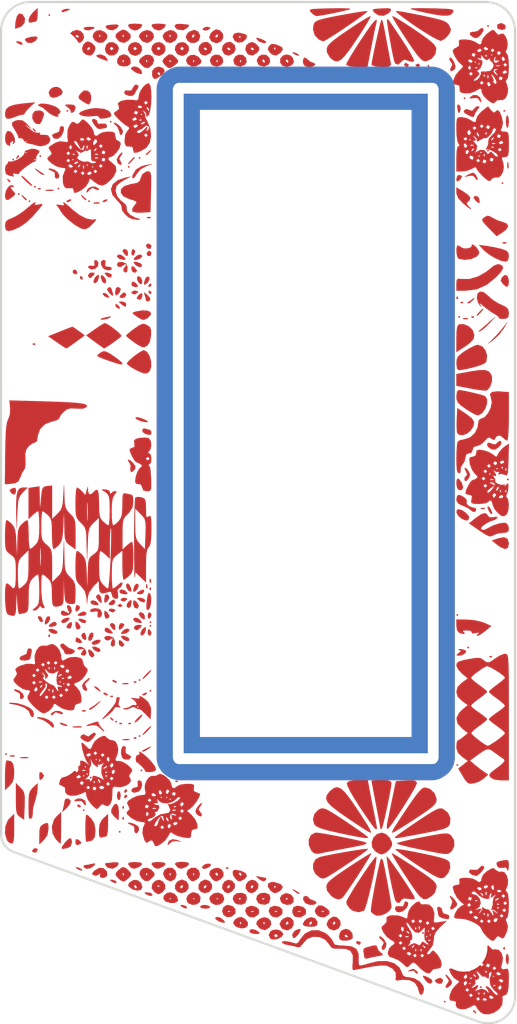
<source format=kicad_pcb>
(kicad_pcb (version 20171130) (host pcbnew "(5.1.5)-3")
  (layers (0 F.Cu signal) (31 B.Cu signal) (34 B.Paste user) (35 F.Paste user) (36 B.SilkS user) (37 F.SilkS user) (38 B.Mask user) (39 F.Mask user) (44 Edge.Cuts user))
  (net 0 "")
  (module kbd:HOLE_m2 (layer F.Cu) (at 109.55 9.54375)
    (fp_text reference J12)
    (fp_text value Conn_01x01)
    (pad "" np_thru_hole circle (at 0 0) (size 2.2 2.2) (drill 2.2) (layers *.Cu *.Mask))
  )
  (module kbd:HOLE_m2 (layer F.Cu) (at 128.35625 50.9)
    (fp_text reference J11)
    (fp_text value Conn_01x01)
    (pad "" np_thru_hole circle (at 0 0) (size 2.2 2.2) (drill 2.2) (layers *.Cu *.Mask))
  )
  (module kbd:HOLE_m2 (layer F.Cu) (at 109.55 41.95)
    (fp_text reference J10)
    (fp_text value Conn_01x01)
    (pad "" np_thru_hole circle (at 0 0) (size 2.2 2.2) (drill 2.2) (layers *.Cu *.Mask))
  )
  (module kbd:OLED_Hole_TH (layer F.Cu) (at 121.05 26.65)
    (fp_text reference SW2 hide)
    (fp_text value KEY_SWITCH hide)
    (pad 1 thru_hole oval (at 0 15.5 90) (size 2 13.65) (drill oval 0.5 12.25) (layers *.Cu *.Mask))
    (pad 1 thru_hole oval (at 5.9 0) (size 2 32.9) (drill oval 0.5 31.4) (layers *.Cu *.Mask))
    (pad 1 thru_hole oval (at 0 -15.5 90) (size 2 13.65) (drill oval 0.5 12.25) (layers *.Cu *.Mask))
    (pad 1 thru_hole oval (at -5.9 0) (size 2 32.9) (drill oval 0.5 31.4) (layers *.Cu *.Mask))
  )
  (module logos:top2 (layer F.Cu) (at 119 29.95)
    (fp_text reference G*** hide)
    (fp_text value LOGO hide)
    (fp_poly (pts (xy 10.527632 -15.916776) (xy 10.485855 -15.875) (xy 10.444079 -15.916776) (xy 10.485855 -15.958552) (xy 10.527632 -15.916776)) (layer F.Cu) (width 0.01))
    (fp_poly (pts (xy -7.853947 13.075987) (xy -7.895724 13.117763) (xy -7.9375 13.075987) (xy -7.895724 13.034211) (xy -7.853947 13.075987)) (layer F.Cu) (width 0.01))
    (fp_poly (pts (xy 7.519737 20.261513) (xy 7.477961 20.30329) (xy 7.436184 20.261513) (xy 7.477961 20.219737) (xy 7.519737 20.261513)) (layer F.Cu) (width 0.01))
    (fp_poly (pts (xy 10.193421 22.768092) (xy 10.151645 22.809869) (xy 10.109868 22.768092) (xy 10.151645 22.726316) (xy 10.193421 22.768092)) (layer F.Cu) (width 0.01))
    (fp_poly (pts (xy -8.86985 -22.460027) (xy -8.903537 -22.426805) (xy -8.981908 -22.392105) (xy -9.18552 -22.321231) (xy -9.252095 -22.343057) (xy -9.232566 -22.392105) (xy -9.116462 -22.456904) (xy -8.997865 -22.469785) (xy -8.86985 -22.460027)) (layer F.Cu) (width 0.01))
    (fp_poly (pts (xy 7.855325 -22.492895) (xy 7.90276 -22.491765) (xy 8.332962 -22.479863) (xy 8.620966 -22.466081) (xy 8.791655 -22.445501) (xy 8.86991 -22.413205) (xy 8.880611 -22.364277) (xy 8.85402 -22.303772) (xy 8.76526 -22.207115) (xy 8.612367 -22.159642) (xy 8.370684 -22.161215) (xy 8.015552 -22.211698) (xy 7.588298 -22.296752) (xy 7.280676 -22.366427) (xy 7.041935 -22.427871) (xy 6.914655 -22.469923) (xy 6.905644 -22.475658) (xy 6.967693 -22.489542) (xy 7.166694 -22.497367) (xy 7.472592 -22.498647) (xy 7.855325 -22.492895)) (layer F.Cu) (width 0.01))
    (fp_poly (pts (xy 5.981921 -22.471296) (xy 5.990525 -22.399407) (xy 5.884492 -22.272744) (xy 5.662822 -22.155446) (xy 5.41465 -22.175524) (xy 5.229334 -22.300492) (xy 5.15701 -22.391257) (xy 5.168751 -22.442077) (xy 5.29229 -22.469175) (xy 5.550709 -22.488485) (xy 5.840774 -22.497461) (xy 5.981921 -22.471296)) (layer F.Cu) (width 0.01))
    (fp_poly (pts (xy 3.848936 -22.495043) (xy 4.048319 -22.484844) (xy 4.112261 -22.467712) (xy 4.111108 -22.466452) (xy 4.011259 -22.431578) (xy 3.792788 -22.37704) (xy 3.501612 -22.312342) (xy 3.183647 -22.246987) (xy 2.884812 -22.190478) (xy 2.651023 -22.152317) (xy 2.540417 -22.141382) (xy 2.419974 -22.197955) (xy 2.302262 -22.303508) (xy 2.246665 -22.371747) (xy 2.241784 -22.418405) (xy 2.311255 -22.448648) (xy 2.478712 -22.467638) (xy 2.767792 -22.480539) (xy 3.162756 -22.491502) (xy 3.543839 -22.497524) (xy 3.848936 -22.495043)) (layer F.Cu) (width 0.01))
    (fp_poly (pts (xy -9.775658 -22.183223) (xy -9.817434 -22.141447) (xy -9.859211 -22.183223) (xy -9.817434 -22.225) (xy -9.775658 -22.183223)) (layer F.Cu) (width 0.01))
    (fp_poly (pts (xy -10.360526 -22.197788) (xy -10.378949 -21.998766) (xy -10.424518 -21.895044) (xy -10.437245 -21.890789) (xy -10.577268 -21.863229) (xy -10.646127 -21.840074) (xy -10.754044 -21.847025) (xy -10.778289 -21.950838) (xy -10.720343 -22.116621) (xy -10.579826 -22.298565) (xy -10.569408 -22.308552) (xy -10.360526 -22.504786) (xy -10.360526 -22.197788)) (layer F.Cu) (width 0.01))
    (fp_poly (pts (xy 10.527632 -21.681908) (xy 10.485855 -21.640131) (xy 10.444079 -21.681908) (xy 10.485855 -21.723684) (xy 10.527632 -21.681908)) (layer F.Cu) (width 0.01))
    (fp_poly (pts (xy -11.06706 -22.221354) (xy -11.052638 -22.20999) (xy -10.947042 -22.031335) (xy -10.967607 -21.827664) (xy -11.101616 -21.666898) (xy -11.159716 -21.638063) (xy -11.322886 -21.57841) (xy -11.393596 -21.556579) (xy -11.397758 -21.629943) (xy -11.383643 -21.811995) (xy -11.377365 -21.869901) (xy -11.314408 -22.136722) (xy -11.208178 -22.2568) (xy -11.06706 -22.221354)) (layer F.Cu) (width 0.01))
    (fp_poly (pts (xy 11.256726 -21.737836) (xy 11.298344 -21.661019) (xy 11.280667 -21.542119) (xy 11.146401 -21.50309) (xy 10.980769 -21.535441) (xy 10.914793 -21.599363) (xy 10.917706 -21.743186) (xy 11.064419 -21.805049) (xy 11.116681 -21.807237) (xy 11.256726 -21.737836)) (layer F.Cu) (width 0.01))
    (fp_poly (pts (xy -2.384324 -21.607168) (xy -2.38125 -21.556579) (xy -2.498758 -21.487102) (xy -2.599994 -21.473026) (xy -2.712386 -21.50599) (xy -2.715461 -21.556579) (xy -2.597953 -21.626056) (xy -2.496717 -21.640131) (xy -2.384324 -21.607168)) (layer F.Cu) (width 0.01))
    (fp_poly (pts (xy -3.697204 -21.769193) (xy -3.486637 -21.748648) (xy -3.362286 -21.733966) (xy -3.352763 -21.732161) (xy -3.371443 -21.672137) (xy -3.425658 -21.598355) (xy -3.617588 -21.488429) (xy -3.876291 -21.517069) (xy -3.906086 -21.528361) (xy -4.002985 -21.638802) (xy -4.010526 -21.684126) (xy -3.95228 -21.759777) (xy -3.762938 -21.774078) (xy -3.697204 -21.769193)) (layer F.Cu) (width 0.01))
    (fp_poly (pts (xy -4.553142 -21.772142) (xy -4.436768 -21.741399) (xy -4.428289 -21.729001) (xy -4.49617 -21.605117) (xy -4.647085 -21.501317) (xy -4.7625 -21.473026) (xy -4.937938 -21.528769) (xy -4.996447 -21.573289) (xy -5.085676 -21.693018) (xy -5.042069 -21.758769) (xy -4.851546 -21.783252) (xy -4.7625 -21.78445) (xy -4.553142 -21.772142)) (layer F.Cu) (width 0.01))
    (fp_poly (pts (xy -5.639327 -21.772142) (xy -5.522952 -21.741399) (xy -5.514474 -21.729001) (xy -5.582354 -21.605117) (xy -5.733269 -21.501317) (xy -5.848684 -21.473026) (xy -6.024122 -21.528769) (xy -6.082632 -21.573289) (xy -6.17186 -21.693018) (xy -6.128253 -21.758769) (xy -5.937731 -21.783252) (xy -5.848684 -21.78445) (xy -5.639327 -21.772142)) (layer F.Cu) (width 0.01))
    (fp_poly (pts (xy -6.611187 -21.713059) (xy -6.6557 -21.621424) (xy -6.700921 -21.573289) (xy -6.894219 -21.479571) (xy -7.098328 -21.521388) (xy -7.178027 -21.589319) (xy -7.211804 -21.6664) (xy -7.130638 -21.711159) (xy -6.937599 -21.737744) (xy -6.700197 -21.748388) (xy -6.611187 -21.713059)) (layer F.Cu) (width 0.01))
    (fp_poly (pts (xy -7.770822 -21.627669) (xy -7.729429 -21.592043) (xy -7.770395 -21.556579) (xy -7.971244 -21.482207) (xy -8.154824 -21.497677) (xy -8.229934 -21.556579) (xy -8.193511 -21.612159) (xy -8.019831 -21.63803) (xy -7.963319 -21.638852) (xy -7.770822 -21.627669)) (layer F.Cu) (width 0.01))
    (fp_poly (pts (xy 10.252955 -21.571423) (xy 10.275312 -21.470337) (xy 10.164594 -21.294742) (xy 10.020998 -21.150095) (xy 9.894464 -21.12631) (xy 9.79419 -21.162369) (xy 9.659166 -21.268047) (xy 9.651141 -21.367016) (xy 9.764354 -21.409032) (xy 9.821766 -21.402898) (xy 9.997287 -21.439298) (xy 10.068565 -21.501319) (xy 10.186453 -21.581427) (xy 10.252955 -21.571423)) (layer F.Cu) (width 0.01))
    (fp_poly (pts (xy 6.336961 -22.359298) (xy 6.576271 -22.322844) (xy 6.913995 -22.261753) (xy 7.31773 -22.181623) (xy 7.438179 -22.15654) (xy 7.894767 -22.057892) (xy 8.21548 -21.979732) (xy 8.42868 -21.911702) (xy 8.562724 -21.843446) (xy 8.645974 -21.764604) (xy 8.687758 -21.700165) (xy 8.761395 -21.536354) (xy 8.741924 -21.405295) (xy 8.637599 -21.247085) (xy 8.475347 -21.082345) (xy 8.315663 -20.997431) (xy 8.305104 -20.995815) (xy 8.18187 -21.034655) (xy 7.95139 -21.153423) (xy 7.642801 -21.335483) (xy 7.285239 -21.564202) (xy 7.145551 -21.657873) (xy 6.798482 -21.899051) (xy 6.515239 -22.106446) (xy 6.317779 -22.263118) (xy 6.228057 -22.352124) (xy 6.228466 -22.365519) (xy 6.336961 -22.359298)) (layer F.Cu) (width 0.01))
    (fp_poly (pts (xy 4.904035 -22.361973) (xy 4.852991 -22.305699) (xy 4.690532 -22.178825) (xy 4.445779 -22.00116) (xy 4.147851 -21.792515) (xy 3.825868 -21.572699) (xy 3.508951 -21.361524) (xy 3.22622 -21.178798) (xy 3.006795 -21.044332) (xy 2.879796 -20.977937) (xy 2.86414 -20.974251) (xy 2.74517 -21.014378) (xy 2.648164 -21.064548) (xy 2.468248 -21.25572) (xy 2.388405 -21.52173) (xy 2.419081 -21.755083) (xy 2.46289 -21.836053) (xy 2.542352 -21.901829) (xy 2.683914 -21.961287) (xy 2.914021 -22.023299) (xy 3.259122 -22.096742) (xy 3.679158 -22.177916) (xy 4.102743 -22.254988) (xy 4.465058 -22.31496) (xy 4.735922 -22.353296) (xy 4.885152 -22.365461) (xy 4.904035 -22.361973)) (layer F.Cu) (width 0.01))
    (fp_poly (pts (xy -0.082897 -21.0997) (xy 0.11967 -21.019418) (xy 0.215203 -20.944347) (xy 0.184198 -20.89582) (xy 0.110494 -20.888158) (xy -0.084728 -20.949463) (xy -0.177108 -21.025539) (xy -0.241517 -21.119248) (xy -0.184245 -21.127904) (xy -0.082897 -21.0997)) (layer F.Cu) (width 0.01))
    (fp_poly (pts (xy -0.986549 -21.357014) (xy -0.75749 -21.297816) (xy -0.669688 -21.22535) (xy -0.697875 -21.112439) (xy -0.721686 -21.072144) (xy -0.885753 -20.934357) (xy -1.087963 -20.913573) (xy -1.24906 -21.008391) (xy -1.33014 -21.187918) (xy -1.32708 -21.194517) (xy -1.058333 -21.194517) (xy -1.046864 -21.144845) (xy -1.002632 -21.138816) (xy -0.933858 -21.169386) (xy -0.94693 -21.194517) (xy -1.046087 -21.204517) (xy -1.058333 -21.194517) (xy -1.32708 -21.194517) (xy -1.269437 -21.318811) (xy -1.091507 -21.368464) (xy -0.986549 -21.357014)) (layer F.Cu) (width 0.01))
    (fp_poly (pts (xy -1.945429 -21.485477) (xy -1.928661 -21.476746) (xy -1.788194 -21.32852) (xy -1.770372 -21.143459) (xy -1.859652 -20.978685) (xy -2.040492 -20.891323) (xy -2.088816 -20.888158) (xy -2.264253 -20.943901) (xy -2.322763 -20.988421) (xy -2.416347 -21.156516) (xy -2.392022 -21.222368) (xy -2.130592 -21.222368) (xy -2.123968 -21.145376) (xy -2.093747 -21.138816) (xy -2.008663 -21.199467) (xy -2.005263 -21.222368) (xy -2.03377 -21.303749) (xy -2.042108 -21.305921) (xy -2.113443 -21.247372) (xy -2.130592 -21.222368) (xy -2.392022 -21.222368) (xy -2.351685 -21.331563) (xy -2.262872 -21.42496) (xy -2.106111 -21.521001) (xy -1.945429 -21.485477)) (layer F.Cu) (width 0.01))
    (fp_poly (pts (xy -2.940223 -21.430078) (xy -2.845806 -21.250952) (xy -2.840789 -21.186591) (xy -2.908139 -21.0007) (xy -3.070904 -20.899415) (xy -3.270157 -20.903289) (xy -3.408947 -20.988421) (xy -3.503266 -21.163941) (xy -3.478615 -21.222368) (xy -3.216776 -21.222368) (xy -3.210152 -21.145376) (xy -3.179931 -21.138816) (xy -3.094848 -21.199467) (xy -3.091447 -21.222368) (xy -3.119954 -21.303749) (xy -3.128293 -21.305921) (xy -3.199627 -21.247372) (xy -3.216776 -21.222368) (xy -3.478615 -21.222368) (xy -3.430759 -21.335791) (xy -3.329188 -21.422538) (xy -3.117473 -21.495063) (xy -2.940223 -21.430078)) (layer F.Cu) (width 0.01))
    (fp_poly (pts (xy -4.059725 -21.456841) (xy -3.92981 -21.347653) (xy -3.888233 -21.19149) (xy -3.973223 -21.021038) (xy -3.978268 -21.015905) (xy -4.183792 -20.899791) (xy -4.385767 -20.929705) (xy -4.520025 -21.070553) (xy -4.570251 -21.221212) (xy -4.569602 -21.222368) (xy -4.261184 -21.222368) (xy -4.230614 -21.153595) (xy -4.205482 -21.166666) (xy -4.195483 -21.265824) (xy -4.205482 -21.27807) (xy -4.255154 -21.266601) (xy -4.261184 -21.222368) (xy -4.569602 -21.222368) (xy -4.502589 -21.341592) (xy -4.431653 -21.403551) (xy -4.239749 -21.486369) (xy -4.059725 -21.456841)) (layer F.Cu) (width 0.01))
    (fp_poly (pts (xy -5.127763 -21.446071) (xy -5.007044 -21.32533) (xy -4.980896 -21.163186) (xy -5.064452 -21.015905) (xy -5.263668 -20.897926) (xy -5.46275 -20.946754) (xy -5.550282 -21.019455) (xy -5.666445 -21.177851) (xy -5.655756 -21.222368) (xy -5.347368 -21.222368) (xy -5.316798 -21.153595) (xy -5.291667 -21.166666) (xy -5.281667 -21.265824) (xy -5.291667 -21.27807) (xy -5.341339 -21.266601) (xy -5.347368 -21.222368) (xy -5.655756 -21.222368) (xy -5.635158 -21.308142) (xy -5.501556 -21.422538) (xy -5.305213 -21.490208) (xy -5.127763 -21.446071)) (layer F.Cu) (width 0.01))
    (fp_poly (pts (xy -6.281559 -21.473966) (xy -6.233125 -21.443882) (xy -6.064949 -21.290037) (xy -6.055108 -21.141796) (xy -6.143356 -21.023185) (xy -6.344655 -20.899514) (xy -6.542119 -20.942206) (xy -6.636466 -21.019455) (xy -6.752295 -21.176876) (xy -6.741725 -21.222368) (xy -6.433553 -21.222368) (xy -6.402982 -21.153595) (xy -6.377851 -21.166666) (xy -6.367851 -21.265824) (xy -6.377851 -21.27807) (xy -6.427523 -21.266601) (xy -6.433553 -21.222368) (xy -6.741725 -21.222368) (xy -6.722152 -21.306601) (xy -6.583645 -21.425407) (xy -6.421754 -21.508067) (xy -6.281559 -21.473966)) (layer F.Cu) (width 0.01))
    (fp_poly (pts (xy -7.271438 -21.408106) (xy -7.265715 -21.403551) (xy -7.140736 -21.272532) (xy -7.142442 -21.144376) (xy -7.177343 -21.070553) (xy -7.335978 -20.917706) (xy -7.541222 -20.906543) (xy -7.7191 -21.015905) (xy -7.808602 -21.186277) (xy -7.799816 -21.222368) (xy -7.519737 -21.222368) (xy -7.489166 -21.153595) (xy -7.464035 -21.166666) (xy -7.454035 -21.265824) (xy -7.464035 -21.27807) (xy -7.513707 -21.266601) (xy -7.519737 -21.222368) (xy -7.799816 -21.222368) (xy -7.770358 -21.34337) (xy -7.642597 -21.454495) (xy -7.463547 -21.486969) (xy -7.271438 -21.408106)) (layer F.Cu) (width 0.01))
    (fp_poly (pts (xy -8.373861 -21.444097) (xy -8.246474 -21.314742) (xy -8.211371 -21.145632) (xy -8.272594 -21.012423) (xy -8.382454 -20.909954) (xy -8.488152 -20.916288) (xy -8.636121 -21.041447) (xy -8.695797 -21.103773) (xy -8.803376 -21.227299) (xy -8.605921 -21.227299) (xy -8.545269 -21.142216) (xy -8.522368 -21.138816) (xy -8.440988 -21.167322) (xy -8.438816 -21.175661) (xy -8.497364 -21.246996) (xy -8.522368 -21.264144) (xy -8.599361 -21.25752) (xy -8.605921 -21.227299) (xy -8.803376 -21.227299) (xy -8.824828 -21.25193) (xy -8.844516 -21.337848) (xy -8.762579 -21.418541) (xy -8.740596 -21.434746) (xy -8.55231 -21.496499) (xy -8.373861 -21.444097)) (layer F.Cu) (width 0.01))
    (fp_poly (pts (xy -10.364397 -21.133434) (xy -10.449043 -21.00039) (xy -10.460789 -20.988421) (xy -10.629244 -20.900474) (xy -10.810564 -20.906385) (xy -10.907054 -20.977269) (xy -10.940453 -21.058228) (xy -10.889432 -21.110224) (xy -10.719594 -21.158298) (xy -10.632072 -21.17747) (xy -10.427399 -21.19466) (xy -10.364397 -21.133434)) (layer F.Cu) (width 0.01))
    (fp_poly (pts (xy -11.112576 -20.927855) (xy -11.070724 -20.888158) (xy -11.063982 -20.81435) (xy -11.163611 -20.826617) (xy -11.279605 -20.888158) (xy -11.357903 -20.953046) (xy -11.282648 -20.970148) (xy -11.263648 -20.970431) (xy -11.112576 -20.927855)) (layer F.Cu) (width 0.01))
    (fp_poly (pts (xy 1.59948 -20.426234) (xy 1.671053 -20.386842) (xy 1.73793 -20.320637) (xy 1.712829 -20.305848) (xy 1.57552 -20.34745) (xy 1.503947 -20.386842) (xy 1.43707 -20.453047) (xy 1.462171 -20.467836) (xy 1.59948 -20.426234)) (layer F.Cu) (width 0.01))
    (fp_poly (pts (xy 0.731903 -20.799082) (xy 0.938299 -20.705145) (xy 0.990595 -20.603596) (xy 0.900281 -20.464394) (xy 0.871335 -20.434586) (xy 0.680646 -20.314739) (xy 0.497284 -20.358592) (xy 0.389608 -20.455343) (xy 0.300011 -20.596624) (xy 0.312592 -20.6375) (xy 0.584868 -20.6375) (xy 0.615439 -20.568726) (xy 0.64057 -20.581798) (xy 0.65057 -20.680955) (xy 0.64057 -20.693202) (xy 0.590898 -20.681732) (xy 0.584868 -20.6375) (xy 0.312592 -20.6375) (xy 0.340145 -20.727014) (xy 0.356587 -20.750428) (xy 0.455165 -20.840737) (xy 0.593521 -20.841225) (xy 0.731903 -20.799082)) (layer F.Cu) (width 0.01))
    (fp_poly (pts (xy -0.259164 -20.853816) (xy -0.243707 -20.840091) (xy -0.108134 -20.687014) (xy -0.110951 -20.561029) (xy -0.21485 -20.434586) (xy -0.41252 -20.313027) (xy -0.597957 -20.357689) (xy -0.651711 -20.403552) (xy -0.746703 -20.595528) (xy -0.734433 -20.642431) (xy -0.501316 -20.642431) (xy -0.440664 -20.557347) (xy -0.417763 -20.553947) (xy -0.336383 -20.582454) (xy -0.334211 -20.590792) (xy -0.392759 -20.662127) (xy -0.417763 -20.679276) (xy -0.494756 -20.672652) (xy -0.501316 -20.642431) (xy -0.734433 -20.642431) (xy -0.696209 -20.788532) (xy -0.577918 -20.891877) (xy -0.412854 -20.938052) (xy -0.259164 -20.853816)) (layer F.Cu) (width 0.01))
    (fp_poly (pts (xy -1.387852 -20.921916) (xy -1.239993 -20.793924) (xy -1.197046 -20.608862) (xy -1.271445 -20.439263) (xy -1.300796 -20.414096) (xy -1.511457 -20.311403) (xy -1.683831 -20.356915) (xy -1.737895 -20.403552) (xy -1.826127 -20.583382) (xy -1.813988 -20.642431) (xy -1.5875 -20.642431) (xy -1.526848 -20.557347) (xy -1.503947 -20.553947) (xy -1.422567 -20.582454) (xy -1.420395 -20.590792) (xy -1.478943 -20.662127) (xy -1.503947 -20.679276) (xy -1.58094 -20.672652) (xy -1.5875 -20.642431) (xy -1.813988 -20.642431) (xy -1.788622 -20.76582) (xy -1.658545 -20.901756) (xy -1.469058 -20.942078) (xy -1.387852 -20.921916)) (layer F.Cu) (width 0.01))
    (fp_poly (pts (xy -2.474036 -20.921916) (xy -2.326177 -20.793924) (xy -2.28323 -20.608862) (xy -2.35763 -20.439263) (xy -2.38698 -20.414096) (xy -2.597642 -20.311403) (xy -2.770016 -20.356915) (xy -2.824079 -20.403552) (xy -2.912311 -20.583382) (xy -2.900173 -20.642431) (xy -2.673684 -20.642431) (xy -2.613032 -20.557347) (xy -2.590132 -20.553947) (xy -2.508751 -20.582454) (xy -2.506579 -20.590792) (xy -2.565127 -20.662127) (xy -2.590132 -20.679276) (xy -2.667124 -20.672652) (xy -2.673684 -20.642431) (xy -2.900173 -20.642431) (xy -2.874807 -20.76582) (xy -2.744729 -20.901756) (xy -2.555243 -20.942078) (xy -2.474036 -20.921916)) (layer F.Cu) (width 0.01))
    (fp_poly (pts (xy -3.509211 -20.888158) (xy -3.37288 -20.742004) (xy -3.35801 -20.558324) (xy -3.448299 -20.394175) (xy -3.627444 -20.30661) (xy -3.676316 -20.303289) (xy -3.851753 -20.359032) (xy -3.910263 -20.403552) (xy -4.005019 -20.585331) (xy -3.994977 -20.6375) (xy -3.759868 -20.6375) (xy -3.696287 -20.556375) (xy -3.676316 -20.553947) (xy -3.595191 -20.617529) (xy -3.592763 -20.6375) (xy -3.656345 -20.718624) (xy -3.676316 -20.721052) (xy -3.75744 -20.657471) (xy -3.759868 -20.6375) (xy -3.994977 -20.6375) (xy -3.971054 -20.761779) (xy -3.842776 -20.891324) (xy -3.654591 -20.932389) (xy -3.509211 -20.888158)) (layer F.Cu) (width 0.01))
    (fp_poly (pts (xy -4.595395 -20.888158) (xy -4.459064 -20.742004) (xy -4.444194 -20.558324) (xy -4.534483 -20.394175) (xy -4.713629 -20.30661) (xy -4.7625 -20.303289) (xy -4.937938 -20.359032) (xy -4.996447 -20.403552) (xy -5.091203 -20.585331) (xy -5.081161 -20.6375) (xy -4.846053 -20.6375) (xy -4.782471 -20.556375) (xy -4.7625 -20.553947) (xy -4.681375 -20.617529) (xy -4.678947 -20.6375) (xy -4.742529 -20.718624) (xy -4.7625 -20.721052) (xy -4.843625 -20.657471) (xy -4.846053 -20.6375) (xy -5.081161 -20.6375) (xy -5.057238 -20.761779) (xy -4.92896 -20.891324) (xy -4.740775 -20.932389) (xy -4.595395 -20.888158)) (layer F.Cu) (width 0.01))
    (fp_poly (pts (xy -5.681579 -20.888158) (xy -5.545248 -20.742004) (xy -5.530378 -20.558324) (xy -5.620667 -20.394175) (xy -5.799813 -20.30661) (xy -5.848684 -20.303289) (xy -6.024122 -20.359032) (xy -6.082632 -20.403552) (xy -6.177387 -20.585331) (xy -6.167346 -20.6375) (xy -5.932237 -20.6375) (xy -5.868655 -20.556375) (xy -5.848684 -20.553947) (xy -5.76756 -20.617529) (xy -5.765132 -20.6375) (xy -5.828713 -20.718624) (xy -5.848684 -20.721052) (xy -5.929809 -20.657471) (xy -5.932237 -20.6375) (xy -6.167346 -20.6375) (xy -6.143423 -20.761779) (xy -6.015144 -20.891324) (xy -5.826959 -20.932389) (xy -5.681579 -20.888158)) (layer F.Cu) (width 0.01))
    (fp_poly (pts (xy -6.688721 -20.826169) (xy -6.601859 -20.671741) (xy -6.600658 -20.651271) (xy -6.665898 -20.446988) (xy -6.823951 -20.328595) (xy -7.018311 -20.318116) (xy -7.182199 -20.424609) (xy -7.241536 -20.608051) (xy -7.233174 -20.6375) (xy -7.018421 -20.6375) (xy -6.95484 -20.556375) (xy -6.934868 -20.553947) (xy -6.853744 -20.617529) (xy -6.851316 -20.6375) (xy -6.914897 -20.718624) (xy -6.934868 -20.721052) (xy -7.015993 -20.657471) (xy -7.018421 -20.6375) (xy -7.233174 -20.6375) (xy -7.186086 -20.803313) (xy -7.050964 -20.921916) (xy -6.862271 -20.923893) (xy -6.688721 -20.826169)) (layer F.Cu) (width 0.01))
    (fp_poly (pts (xy -7.848455 -20.885218) (xy -7.717714 -20.754213) (xy -7.686842 -20.651271) (xy -7.73205 -20.492114) (xy -7.8332 -20.356158) (xy -7.933322 -20.312981) (xy -8.045276 -20.340513) (xy -8.116919 -20.359233) (xy -8.256807 -20.468555) (xy -8.297648 -20.6375) (xy -8.062829 -20.6375) (xy -8.056204 -20.560507) (xy -8.025984 -20.553947) (xy -7.9409 -20.614599) (xy -7.9375 -20.6375) (xy -7.966007 -20.71888) (xy -7.974345 -20.721052) (xy -8.04568 -20.662504) (xy -8.062829 -20.6375) (xy -8.297648 -20.6375) (xy -8.300664 -20.649973) (xy -8.233384 -20.829379) (xy -8.216528 -20.847851) (xy -8.096671 -20.950564) (xy -7.990628 -20.953667) (xy -7.848455 -20.885218)) (layer F.Cu) (width 0.01))
    (fp_poly (pts (xy 6.140688 -22.101324) (xy 6.331783 -21.992044) (xy 6.609065 -21.819277) (xy 6.946846 -21.59871) (xy 7.081632 -21.508386) (xy 7.486017 -21.230374) (xy 7.76834 -21.021553) (xy 7.949078 -20.863894) (xy 8.048708 -20.73937) (xy 8.087706 -20.629953) (xy 8.088778 -20.621673) (xy 8.04251 -20.373956) (xy 7.878206 -20.168408) (xy 7.644534 -20.058804) (xy 7.573805 -20.052631) (xy 7.477089 -20.078268) (xy 7.361726 -20.167946) (xy 7.211308 -20.340813) (xy 7.009425 -20.616019) (xy 6.73967 -21.012713) (xy 6.699862 -21.072547) (xy 6.46384 -21.434219) (xy 6.269012 -21.744879) (xy 6.130657 -21.979182) (xy 6.064057 -22.111782) (xy 6.061471 -22.131427) (xy 6.140688 -22.101324)) (layer F.Cu) (width 0.01))
    (fp_poly (pts (xy 5.021138 -22.052039) (xy 4.912717 -21.859708) (xy 4.741047 -21.579781) (xy 4.521407 -21.237603) (xy 4.412638 -21.072547) (xy 4.110426 -20.629154) (xy 3.874339 -20.318325) (xy 3.686741 -20.128029) (xy 3.529993 -20.046234) (xy 3.386459 -20.06091) (xy 3.238503 -20.160024) (xy 3.169939 -20.224798) (xy 3.033607 -20.464264) (xy 3.023722 -20.621673) (xy 3.058916 -20.730676) (xy 3.153173 -20.853404) (xy 3.326969 -21.007885) (xy 3.60078 -21.212146) (xy 3.995083 -21.484216) (xy 4.030868 -21.508386) (xy 4.384483 -21.742626) (xy 4.687078 -21.934856) (xy 4.912964 -22.069388) (xy 5.03645 -22.130531) (xy 5.051029 -22.131427) (xy 5.021138 -22.052039)) (layer F.Cu) (width 0.01))
    (fp_poly (pts (xy -7.25153 -20.289871) (xy -7.154091 -20.17478) (xy -7.122547 -20.071342) (xy -7.125484 -20.058988) (xy -7.207758 -20.088554) (xy -7.387472 -20.1534) (xy -7.431568 -20.169329) (xy -7.609323 -20.255039) (xy -7.632503 -20.324757) (xy -7.618814 -20.335471) (xy -7.439798 -20.36316) (xy -7.25153 -20.289871)) (layer F.Cu) (width 0.01))
    (fp_poly (pts (xy 5.851661 -21.982453) (xy 5.891532 -21.941092) (xy 5.965905 -21.839943) (xy 6.089897 -21.658611) (xy 6.27863 -21.376706) (xy 6.508434 -21.031999) (xy 6.72946 -20.689541) (xy 6.906182 -20.394504) (xy 7.022558 -20.175316) (xy 7.062548 -20.0604) (xy 7.060676 -20.053406) (xy 6.954068 -20.025036) (xy 6.797403 -20.073364) (xy 6.625549 -20.127809) (xy 6.516852 -20.076361) (xy 6.477853 -20.028437) (xy 6.330143 -19.899551) (xy 6.207669 -19.930278) (xy 6.140666 -20.073519) (xy 6.082574 -20.336302) (xy 6.017274 -20.666093) (xy 5.951412 -21.024249) (xy 5.891634 -21.372127) (xy 5.844587 -21.671082) (xy 5.816916 -21.882472) (xy 5.814948 -21.967379) (xy 5.831173 -21.984418) (xy 5.851661 -21.982453)) (layer F.Cu) (width 0.01))
    (fp_poly (pts (xy 7.770395 -19.84375) (xy 7.728618 -19.801973) (xy 7.686842 -19.84375) (xy 7.728618 -19.885526) (xy 7.770395 -19.84375)) (layer F.Cu) (width 0.01))
    (fp_poly (pts (xy 7.274852 -19.923734) (xy 7.348939 -19.843076) (xy 7.264556 -19.803608) (xy 7.222372 -19.801973) (xy 7.136316 -19.843082) (xy 7.144592 -19.886889) (xy 7.244725 -19.935088) (xy 7.274852 -19.923734)) (layer F.Cu) (width 0.01))
    (fp_poly (pts (xy 6.792438 -19.908344) (xy 6.809539 -19.885526) (xy 6.790598 -19.813997) (xy 6.730918 -19.801973) (xy 6.6166 -19.845596) (xy 6.600658 -19.885526) (xy 6.660626 -19.966687) (xy 6.679279 -19.969079) (xy 6.792438 -19.908344)) (layer F.Cu) (width 0.01))
    (fp_poly (pts (xy 5.597968 -21.912701) (xy 5.631376 -21.789938) (xy 5.678486 -21.567122) (xy 5.74506 -21.220431) (xy 5.806908 -20.888158) (xy 5.872061 -20.539444) (xy 5.930037 -20.235155) (xy 5.970921 -20.027135) (xy 5.978647 -19.989967) (xy 5.989498 -19.882631) (xy 5.93805 -19.82652) (xy 5.787396 -19.805146) (xy 5.557842 -19.801973) (xy 5.305686 -19.815614) (xy 5.138193 -19.850811) (xy 5.096711 -19.885218) (xy 5.113626 -20.010516) (xy 5.158715 -20.251248) (xy 5.223488 -20.568618) (xy 5.299457 -20.92383) (xy 5.378134 -21.278088) (xy 5.451031 -21.592593) (xy 5.509659 -21.828552) (xy 5.54553 -21.947165) (xy 5.549199 -21.953365) (xy 5.572497 -21.959236) (xy 5.597968 -21.912701)) (layer F.Cu) (width 0.01))
    (fp_poly (pts (xy 5.324926 -21.860361) (xy 5.316057 -21.828125) (xy 5.283499 -21.690222) (xy 5.227674 -21.427749) (xy 5.156818 -21.080245) (xy 5.089828 -20.741941) (xy 4.906172 -19.801973) (xy 4.416573 -19.801973) (xy 4.098675 -19.81869) (xy 3.943738 -19.868945) (xy 3.926974 -19.902957) (xy 3.97086 -20.006072) (xy 4.091332 -20.219667) (xy 4.271608 -20.515633) (xy 4.494906 -20.865864) (xy 4.574507 -20.987542) (xy 4.884382 -21.447856) (xy 5.113209 -21.763988) (xy 5.26214 -21.937245) (xy 5.332328 -21.968934) (xy 5.324926 -21.860361)) (layer F.Cu) (width 0.01))
    (fp_poly (pts (xy 2.104327 -20.162627) (xy 2.170151 -20.097079) (xy 2.295373 -20.002314) (xy 2.357931 -19.992638) (xy 2.460503 -19.945597) (xy 2.482209 -19.906414) (xy 2.439806 -19.83978) (xy 2.299215 -19.803019) (xy 2.12771 -19.802626) (xy 1.992567 -19.845096) (xy 1.977412 -19.857675) (xy 1.928254 -19.976708) (xy 1.929918 -20.124691) (xy 1.97823 -20.215832) (xy 1.995033 -20.219737) (xy 2.104327 -20.162627)) (layer F.Cu) (width 0.01))
    (fp_poly (pts (xy 1.345321 -20.312369) (xy 1.445625 -20.210205) (xy 1.498583 -20.012997) (xy 1.408157 -19.865276) (xy 1.197459 -19.802298) (xy 1.17799 -19.801973) (xy 0.97241 -19.843578) (xy 0.872694 -19.983601) (xy 0.875072 -20.084996) (xy 1.114905 -20.084996) (xy 1.127961 -20.052631) (xy 1.203041 -19.972923) (xy 1.216444 -19.969079) (xy 1.252332 -20.033723) (xy 1.253289 -20.052631) (xy 1.189058 -20.132973) (xy 1.164806 -20.136184) (xy 1.114905 -20.084996) (xy 0.875072 -20.084996) (xy 0.877193 -20.17537) (xy 0.992178 -20.307817) (xy 1.165577 -20.360349) (xy 1.345321 -20.312369)) (layer F.Cu) (width 0.01))
    (fp_poly (pts (xy 0.216581 -20.341334) (xy 0.363945 -20.2129) (xy 0.400907 -20.018166) (xy 0.310367 -19.878487) (xy 0.135053 -19.814485) (xy -0.054756 -19.839525) (xy -0.15481 -19.912488) (xy -0.212151 -20.084996) (xy 0.028721 -20.084996) (xy 0.041776 -20.052631) (xy 0.116857 -19.972923) (xy 0.13026 -19.969079) (xy 0.166147 -20.033723) (xy 0.167105 -20.052631) (xy 0.102874 -20.132973) (xy 0.078622 -20.136184) (xy 0.028721 -20.084996) (xy -0.212151 -20.084996) (xy -0.213945 -20.090393) (xy -0.135819 -20.259218) (xy 0.011728 -20.348788) (xy 0.216581 -20.341334)) (layer F.Cu) (width 0.01))
    (fp_poly (pts (xy -0.869604 -20.341334) (xy -0.722239 -20.2129) (xy -0.685277 -20.018166) (xy -0.775817 -19.878487) (xy -0.951131 -19.814485) (xy -1.14094 -19.839525) (xy -1.240995 -19.912488) (xy -1.287578 -20.052631) (xy -1.002632 -20.052631) (xy -0.972061 -19.983858) (xy -0.94693 -19.99693) (xy -0.93693 -20.096087) (xy -0.94693 -20.108333) (xy -0.996602 -20.096864) (xy -1.002632 -20.052631) (xy -1.287578 -20.052631) (xy -1.30013 -20.090393) (xy -1.222003 -20.259218) (xy -1.074456 -20.348788) (xy -0.869604 -20.341334)) (layer F.Cu) (width 0.01))
    (fp_poly (pts (xy -1.955788 -20.341334) (xy -1.808423 -20.2129) (xy -1.771461 -20.018166) (xy -1.862001 -19.878487) (xy -2.037315 -19.814485) (xy -2.227124 -19.839525) (xy -2.327179 -19.912488) (xy -2.373762 -20.052631) (xy -2.088816 -20.052631) (xy -2.058245 -19.983858) (xy -2.033114 -19.99693) (xy -2.023114 -20.096087) (xy -2.033114 -20.108333) (xy -2.082786 -20.096864) (xy -2.088816 -20.052631) (xy -2.373762 -20.052631) (xy -2.386314 -20.090393) (xy -2.308187 -20.259218) (xy -2.16064 -20.348788) (xy -1.955788 -20.341334)) (layer F.Cu) (width 0.01))
    (fp_poly (pts (xy -2.923875 -20.254722) (xy -2.900511 -20.23304) (xy -2.788713 -20.092384) (xy -2.79995 -19.982894) (xy -2.837009 -19.931858) (xy -3.018224 -19.822336) (xy -3.239402 -19.816553) (xy -3.416855 -19.916695) (xy -3.416869 -19.916712) (xy -3.472197 -20.052631) (xy -3.175 -20.052631) (xy -3.144429 -19.983858) (xy -3.119298 -19.99693) (xy -3.109299 -20.096087) (xy -3.119298 -20.108333) (xy -3.16897 -20.096864) (xy -3.175 -20.052631) (xy -3.472197 -20.052631) (xy -3.48676 -20.088405) (xy -3.430979 -20.233432) (xy -3.290953 -20.326412) (xy -3.108109 -20.341969) (xy -2.923875 -20.254722)) (layer F.Cu) (width 0.01))
    (fp_poly (pts (xy -6.198897 -20.311533) (xy -6.075348 -20.166799) (xy -6.055763 -19.970775) (xy -6.069127 -19.927302) (xy -6.184768 -19.832448) (xy -6.38958 -19.811983) (xy -6.57977 -19.857309) (xy -6.671202 -19.968801) (xy -6.668581 -20.052631) (xy -6.433553 -20.052631) (xy -6.402982 -19.983858) (xy -6.377851 -19.99693) (xy -6.367851 -20.096087) (xy -6.377851 -20.108333) (xy -6.427523 -20.096864) (xy -6.433553 -20.052631) (xy -6.668581 -20.052631) (xy -6.665844 -20.14011) (xy -6.56653 -20.296891) (xy -6.562891 -20.299962) (xy -6.377661 -20.368185) (xy -6.198897 -20.311533)) (layer F.Cu) (width 0.01))
    (fp_poly (pts (xy -4.125147 -20.351665) (xy -3.961537 -20.211767) (xy -3.858507 -20.082334) (xy -3.870363 -19.993751) (xy -3.99962 -19.877556) (xy -4.17932 -19.750043) (xy -4.302838 -19.739442) (xy -4.434447 -19.846843) (xy -4.470066 -19.885526) (xy -4.571548 -20.016893) (xy -4.566059 -20.052631) (xy -4.261184 -20.052631) (xy -4.230614 -19.983858) (xy -4.205482 -19.99693) (xy -4.195483 -20.096087) (xy -4.205482 -20.108333) (xy -4.255154 -20.096864) (xy -4.261184 -20.052631) (xy -4.566059 -20.052631) (xy -4.556327 -20.115987) (xy -4.470066 -20.219737) (xy -4.290086 -20.363538) (xy -4.125147 -20.351665)) (layer F.Cu) (width 0.01))
    (fp_poly (pts (xy -5.164661 -20.340881) (xy -5.025455 -20.24819) (xy -4.969352 -20.095603) (xy -5.034471 -19.911906) (xy -5.065869 -19.873443) (xy -5.242663 -19.737648) (xy -5.409426 -19.758487) (xy -5.558919 -19.888475) (xy -5.659837 -20.017484) (xy -5.65538 -20.052631) (xy -5.347368 -20.052631) (xy -5.316798 -19.983858) (xy -5.291667 -19.99693) (xy -5.281667 -20.096087) (xy -5.291667 -20.108333) (xy -5.341339 -20.096864) (xy -5.347368 -20.052631) (xy -5.65538 -20.052631) (xy -5.647771 -20.112614) (xy -5.539912 -20.231433) (xy -5.348852 -20.344891) (xy -5.164661 -20.340881)) (layer F.Cu) (width 0.01))
    (fp_poly (pts (xy 8.828002 -20.151217) (xy 8.919643 -19.992699) (xy 8.981608 -19.809795) (xy 8.94497 -19.690946) (xy 8.91467 -19.657151) (xy 8.797799 -19.59124) (xy 8.74789 -19.604303) (xy 8.744462 -19.706161) (xy 8.786921 -19.776939) (xy 8.839249 -19.905922) (xy 8.786196 -19.98933) (xy 8.698846 -20.120931) (xy 8.71248 -20.208643) (xy 8.752138 -20.219085) (xy 8.828002 -20.151217)) (layer F.Cu) (width 0.01))
    (fp_poly (pts (xy -5.683268 -19.745986) (xy -5.556839 -19.618988) (xy -5.52586 -19.482429) (xy -5.527463 -19.47762) (xy -5.610935 -19.460344) (xy -5.781675 -19.517113) (xy -5.830971 -19.541263) (xy -6.007931 -19.662797) (xy -6.033212 -19.754139) (xy -5.90597 -19.7996) (xy -5.844989 -19.801973) (xy -5.683268 -19.745986)) (layer F.Cu) (width 0.01))
    (fp_poly (pts (xy 8.689474 -19.342434) (xy 8.647697 -19.300658) (xy 8.605921 -19.342434) (xy 8.647697 -19.38421) (xy 8.689474 -19.342434)) (layer F.Cu) (width 0.01))
    (fp_poly (pts (xy -4.581995 -19.74435) (xy -4.518928 -19.685182) (xy -4.479509 -19.581068) (xy -4.560485 -19.464299) (xy -4.645294 -19.392748) (xy -4.84482 -19.254054) (xy -4.963297 -19.234229) (xy -5.036721 -19.332877) (xy -5.056207 -19.38822) (xy -5.055047 -19.500128) (xy -4.817332 -19.500128) (xy -4.804276 -19.467763) (xy -4.729195 -19.388055) (xy -4.715793 -19.38421) (xy -4.679905 -19.448854) (xy -4.678947 -19.467763) (xy -4.743179 -19.548105) (xy -4.767431 -19.551316) (xy -4.817332 -19.500128) (xy -5.055047 -19.500128) (xy -5.054086 -19.592754) (xy -4.939933 -19.739306) (xy -4.765365 -19.799348) (xy -4.581995 -19.74435)) (layer F.Cu) (width 0.01))
    (fp_poly (pts (xy -5.690797 -18.918576) (xy -5.718814 -18.799901) (xy -5.757022 -18.753388) (xy -5.844745 -18.602317) (xy -5.861462 -18.548684) (xy -5.961455 -18.455194) (xy -6.12023 -18.449793) (xy -6.299791 -18.512941) (xy -6.35 -18.605755) (xy -6.298342 -18.697393) (xy -6.173659 -18.689165) (xy -6.018677 -18.696263) (xy -5.955032 -18.804749) (xy -5.87038 -18.937613) (xy -5.797163 -18.966447) (xy -5.690797 -18.918576)) (layer F.Cu) (width 0.01))
    (fp_poly (pts (xy 9.441447 -18.339802) (xy 9.399671 -18.298026) (xy 9.357895 -18.339802) (xy 9.399671 -18.381579) (xy 9.441447 -18.339802)) (layer F.Cu) (width 0.01))
    (fp_poly (pts (xy -9.312105 -18.796011) (xy -9.200011 -18.643418) (xy -9.253837 -18.509812) (xy -9.438244 -18.408364) (xy -9.632265 -18.357323) (xy -9.751294 -18.399804) (xy -9.788497 -18.438826) (xy -9.844292 -18.600598) (xy -9.777591 -18.746902) (xy -9.632106 -18.844961) (xy -9.45155 -18.862003) (xy -9.312105 -18.796011)) (layer F.Cu) (width 0.01))
    (fp_poly (pts (xy 10.115259 -18.371378) (xy 10.117731 -18.366887) (xy 10.173156 -18.221433) (xy 10.168736 -18.161938) (xy 10.112563 -18.192785) (xy 10.077636 -18.261509) (xy 9.984252 -18.357072) (xy 9.809655 -18.345316) (xy 9.666533 -18.329029) (xy 9.642026 -18.368144) (xy 9.789664 -18.478732) (xy 9.974295 -18.479739) (xy 10.115259 -18.371378)) (layer F.Cu) (width 0.01))
    (fp_poly (pts (xy 10.804847 -21.434925) (xy 10.844496 -21.37995) (xy 10.95545 -21.269944) (xy 11.064458 -21.301159) (xy 11.078243 -21.312161) (xy 11.185785 -21.323495) (xy 11.28672 -21.215105) (xy 11.362441 -21.033941) (xy 11.394339 -20.826956) (xy 11.363805 -20.641097) (xy 11.353095 -20.618697) (xy 11.298086 -20.468638) (xy 11.351177 -20.404761) (xy 11.40608 -20.304199) (xy 11.438901 -20.061805) (xy 11.446711 -19.801973) (xy 11.432946 -19.469263) (xy 11.394218 -19.260205) (xy 11.351177 -19.199186) (xy 11.299215 -19.132167) (xy 11.356306 -18.97925) (xy 11.411461 -18.768619) (xy 11.388609 -18.544717) (xy 11.305817 -18.357966) (xy 11.18115 -18.258786) (xy 11.098817 -18.260593) (xy 10.910176 -18.247272) (xy 10.834818 -18.181273) (xy 10.756968 -18.109102) (xy 10.659058 -18.125752) (xy 10.492011 -18.242107) (xy 10.464967 -18.263304) (xy 10.292805 -18.435686) (xy 10.199132 -18.600961) (xy 10.193421 -18.638292) (xy 10.177907 -18.765909) (xy 10.107599 -18.783947) (xy 9.946849 -18.696097) (xy 9.903961 -18.668278) (xy 9.672701 -18.581338) (xy 9.426473 -18.563837) (xy 9.237331 -18.600339) (xy 9.171924 -18.683444) (xy 9.175153 -18.778454) (xy 9.159232 -18.924952) (xy 9.029167 -18.966382) (xy 9.019878 -18.966447) (xy 8.894983 -18.99039) (xy 8.882376 -19.05) (xy 10.109868 -19.05) (xy 10.17345 -18.968875) (xy 10.193421 -18.966447) (xy 10.253014 -19.013154) (xy 10.444079 -19.013154) (xy 10.487702 -18.898837) (xy 10.527632 -18.882894) (xy 10.608793 -18.942863) (xy 10.611184 -18.961516) (xy 10.55045 -19.074674) (xy 10.527632 -19.091776) (xy 10.456102 -19.072835) (xy 10.444079 -19.013154) (xy 10.253014 -19.013154) (xy 10.274546 -19.030029) (xy 10.276974 -19.05) (xy 10.213392 -19.131124) (xy 10.193421 -19.133552) (xy 10.112296 -19.069971) (xy 10.109868 -19.05) (xy 8.882376 -19.05) (xy 8.872833 -19.095116) (xy 8.889912 -19.183172) (xy 9.819545 -19.183172) (xy 9.844074 -19.136405) (xy 9.86 -19.13541) (xy 9.998865 -19.198443) (xy 10.092601 -19.304056) (xy 10.127372 -19.38421) (xy 10.276974 -19.38421) (xy 10.307544 -19.315437) (xy 10.332675 -19.328509) (xy 10.334781 -19.349397) (xy 10.450675 -19.349397) (xy 10.466037 -19.241028) (xy 10.494559 -19.239734) (xy 10.514504 -19.35156) (xy 10.501155 -19.399876) (xy 10.464055 -19.431525) (xy 10.450675 -19.349397) (xy 10.334781 -19.349397) (xy 10.342675 -19.427666) (xy 10.332675 -19.439912) (xy 10.283003 -19.428443) (xy 10.276974 -19.38421) (xy 10.127372 -19.38421) (xy 10.160147 -19.459762) (xy 10.160124 -19.461245) (xy 10.635806 -19.461245) (xy 10.656003 -19.378764) (xy 10.694737 -19.300658) (xy 10.745593 -19.171687) (xy 10.734522 -19.133552) (xy 10.721541 -19.079897) (xy 10.737355 -19.048637) (xy 10.836907 -19.000066) (xy 10.866687 -19.011218) (xy 10.881652 -19.105591) (xy 10.821721 -19.236589) (xy 10.980415 -19.236589) (xy 10.991581 -19.209969) (xy 11.093016 -19.168573) (xy 11.119636 -19.179739) (xy 11.161032 -19.281174) (xy 11.149866 -19.307794) (xy 11.048431 -19.34919) (xy 11.021811 -19.338024) (xy 10.980415 -19.236589) (xy 10.821721 -19.236589) (xy 10.809528 -19.263238) (xy 10.692953 -19.420789) (xy 10.635806 -19.461245) (xy 10.160124 -19.461245) (xy 10.158888 -19.539596) (xy 10.199376 -19.575251) (xy 10.353021 -19.570237) (xy 10.355044 -19.569943) (xy 10.553334 -19.590723) (xy 10.73197 -19.590723) (xy 10.784463 -19.502101) (xy 10.887118 -19.402142) (xy 10.92408 -19.38421) (xy 10.914599 -19.436465) (xy 10.861842 -19.509539) (xy 10.836024 -19.551316) (xy 11.154276 -19.551316) (xy 11.173218 -19.479786) (xy 11.232898 -19.467763) (xy 11.347216 -19.511386) (xy 11.363158 -19.551316) (xy 11.30319 -19.632477) (xy 11.284536 -19.634868) (xy 11.171378 -19.574134) (xy 11.154276 -19.551316) (xy 10.836024 -19.551316) (xy 10.80009 -19.609462) (xy 10.863793 -19.634865) (xy 10.865537 -19.634868) (xy 10.934132 -19.663413) (xy 10.923103 -19.685011) (xy 10.818199 -19.695418) (xy 10.779791 -19.677573) (xy 10.73197 -19.590723) (xy 10.553334 -19.590723) (xy 10.586389 -19.594187) (xy 10.719183 -19.752746) (xy 10.73768 -19.826813) (xy 10.830458 -19.826813) (xy 10.945395 -19.815166) (xy 11.064009 -19.828296) (xy 11.049836 -19.857309) (xy 10.878774 -19.868344) (xy 10.840954 -19.857309) (xy 10.830458 -19.826813) (xy 10.73768 -19.826813) (xy 10.748417 -19.869806) (xy 10.741975 -19.885526) (xy 11.196053 -19.885526) (xy 11.259634 -19.804401) (xy 11.279605 -19.801973) (xy 11.36073 -19.865555) (xy 11.363158 -19.885526) (xy 11.299576 -19.966651) (xy 11.279605 -19.969079) (xy 11.198481 -19.905497) (xy 11.196053 -19.885526) (xy 10.741975 -19.885526) (xy 10.698042 -19.992724) (xy 10.646806 -20.024778) (xy 10.606854 -20.071953) (xy 10.741845 -20.071953) (xy 10.81025 -19.977781) (xy 10.861842 -19.969079) (xy 10.970175 -20.029517) (xy 10.98658 -20.051674) (xy 10.973087 -20.099053) (xy 10.90701 -20.084148) (xy 10.815264 -20.079665) (xy 10.826289 -20.182891) (xy 11.1125 -20.182891) (xy 11.156123 -20.068573) (xy 11.196053 -20.052631) (xy 11.277214 -20.112599) (xy 11.279605 -20.131253) (xy 11.218871 -20.244411) (xy 11.196053 -20.261513) (xy 11.124523 -20.242572) (xy 11.1125 -20.182891) (xy 10.826289 -20.182891) (xy 10.827 -20.189546) (xy 10.850983 -20.288168) (xy 10.803537 -20.240267) (xy 10.791684 -20.223726) (xy 10.741845 -20.071953) (xy 10.606854 -20.071953) (xy 10.57105 -20.114228) (xy 10.582145 -20.165827) (xy 10.581227 -20.201529) (xy 10.521002 -20.154896) (xy 10.418665 -20.10175) (xy 10.311953 -20.172663) (xy 10.256987 -20.238448) (xy 10.198398 -20.303289) (xy 10.360526 -20.303289) (xy 10.391097 -20.234516) (xy 10.416228 -20.247587) (xy 10.426058 -20.345066) (xy 10.611184 -20.345066) (xy 10.652961 -20.303289) (xy 10.694737 -20.345066) (xy 10.652961 -20.386842) (xy 10.611184 -20.345066) (xy 10.426058 -20.345066) (xy 10.426228 -20.346745) (xy 10.416228 -20.358991) (xy 10.366556 -20.347522) (xy 10.360526 -20.303289) (xy 10.198398 -20.303289) (xy 10.16185 -20.343737) (xy 10.151193 -20.308004) (xy 10.159848 -20.281454) (xy 10.170192 -20.176066) (xy 10.064345 -20.182385) (xy 10.056507 -20.184894) (xy 9.957885 -20.208878) (xy 10.005785 -20.161432) (xy 10.022326 -20.149579) (xy 10.152369 -20.092419) (xy 10.19825 -20.097392) (xy 10.225122 -20.054152) (xy 10.212075 -19.91791) (xy 10.138383 -19.739432) (xy 10.050034 -19.658154) (xy 9.973534 -19.603827) (xy 10.040198 -19.539073) (xy 10.089646 -19.464461) (xy 10.011347 -19.359069) (xy 9.942763 -19.301901) (xy 9.819545 -19.183172) (xy 8.889912 -19.183172) (xy 8.892443 -19.196217) (xy 8.993308 -19.413016) (xy 9.03832 -19.467763) (xy 9.608553 -19.467763) (xy 9.672134 -19.386638) (xy 9.692105 -19.38421) (xy 9.77323 -19.447792) (xy 9.775658 -19.467763) (xy 9.712076 -19.548888) (xy 9.692105 -19.551316) (xy 9.610981 -19.487734) (xy 9.608553 -19.467763) (xy 9.03832 -19.467763) (xy 9.162076 -19.618283) (xy 9.167354 -19.623043) (xy 9.288673 -19.742774) (xy 9.558991 -19.742774) (xy 9.570344 -19.712647) (xy 9.651003 -19.638561) (xy 9.690471 -19.722943) (xy 9.692105 -19.765128) (xy 9.687809 -19.774123) (xy 9.887061 -19.774123) (xy 9.898531 -19.724451) (xy 9.942763 -19.718421) (xy 10.011536 -19.748991) (xy 9.998465 -19.774123) (xy 9.899307 -19.784122) (xy 9.887061 -19.774123) (xy 9.687809 -19.774123) (xy 9.650997 -19.851183) (xy 9.60719 -19.842907) (xy 9.558991 -19.742774) (xy 9.288673 -19.742774) (xy 9.305638 -19.759516) (xy 9.32498 -19.83823) (xy 9.247759 -19.898742) (xy 9.218173 -19.927302) (xy 10.026316 -19.927302) (xy 10.068092 -19.885526) (xy 10.109868 -19.927302) (xy 10.068092 -19.969079) (xy 10.026316 -19.927302) (xy 9.218173 -19.927302) (xy 9.112549 -20.029263) (xy 9.068201 -20.095678) (xy 9.558916 -20.095678) (xy 9.566776 -20.052631) (xy 9.673595 -19.972266) (xy 9.697036 -19.969079) (xy 9.747099 -20.010855) (xy 9.859211 -20.010855) (xy 9.900987 -19.969079) (xy 9.942763 -20.010855) (xy 9.900987 -20.052631) (xy 9.859211 -20.010855) (xy 9.747099 -20.010855) (xy 9.773407 -20.032808) (xy 9.775658 -20.052631) (xy 9.707649 -20.125958) (xy 9.645398 -20.136184) (xy 9.558916 -20.095678) (xy 9.068201 -20.095678) (xy 8.973032 -20.238199) (xy 8.933941 -20.322773) (xy 9.727126 -20.322773) (xy 9.738292 -20.296153) (xy 9.839727 -20.254757) (xy 9.866347 -20.265923) (xy 9.907743 -20.367358) (xy 9.896576 -20.393978) (xy 9.866322 -20.406325) (xy 10.896863 -20.406325) (xy 10.908029 -20.379706) (xy 11.009464 -20.33831) (xy 11.036084 -20.349476) (xy 11.077479 -20.450911) (xy 11.066313 -20.477531) (xy 10.964878 -20.518927) (xy 10.938258 -20.50776) (xy 10.896863 -20.406325) (xy 9.866322 -20.406325) (xy 9.795141 -20.435374) (xy 9.768522 -20.424208) (xy 9.727126 -20.322773) (xy 8.933941 -20.322773) (xy 8.875576 -20.449045) (xy 8.856579 -20.544167) (xy 8.864278 -20.553947) (xy 9.984539 -20.553947) (xy 10.003481 -20.482418) (xy 10.063161 -20.470394) (xy 10.177479 -20.514017) (xy 10.193421 -20.553947) (xy 10.133453 -20.635108) (xy 10.114799 -20.6375) (xy 10.276974 -20.6375) (xy 10.344982 -20.564173) (xy 10.407234 -20.553947) (xy 10.611184 -20.553947) (xy 10.674766 -20.472822) (xy 10.694737 -20.470394) (xy 10.775861 -20.533976) (xy 10.778289 -20.553947) (xy 10.714708 -20.635072) (xy 10.694737 -20.6375) (xy 10.613612 -20.573918) (xy 10.611184 -20.553947) (xy 10.407234 -20.553947) (xy 10.493715 -20.594453) (xy 10.485855 -20.6375) (xy 10.379037 -20.717865) (xy 10.355595 -20.721052) (xy 10.279224 -20.657323) (xy 10.276974 -20.6375) (xy 10.114799 -20.6375) (xy 10.001641 -20.576766) (xy 9.984539 -20.553947) (xy 8.864278 -20.553947) (xy 8.92571 -20.631978) (xy 9.027176 -20.680384) (xy 9.151974 -20.770677) (xy 9.146874 -20.894896) (xy 9.135726 -20.999) (xy 9.216616 -21.045068) (xy 9.419848 -21.055263) (xy 9.676317 -21.024064) (xy 9.883834 -20.947478) (xy 9.905906 -20.932591) (xy 10.083391 -20.822989) (xy 10.17214 -20.841914) (xy 10.193421 -20.965655) (xy 10.255507 -21.117107) (xy 10.409746 -21.293021) (xy 10.460981 -21.336101) (xy 10.634393 -21.464913) (xy 10.731031 -21.495798) (xy 10.804847 -21.434925)) (layer F.Cu) (width 0.01))
    (fp_poly (pts (xy -8.046936 -18.684916) (xy -7.938401 -18.591545) (xy -7.888009 -18.452368) (xy -7.887525 -18.269677) (xy -7.92871 -18.113448) (xy -8.001756 -18.053476) (xy -8.108472 -18.098953) (xy -8.282484 -18.200524) (xy -8.29018 -18.205443) (xy -8.4396 -18.315845) (xy -8.462776 -18.408831) (xy -8.389883 -18.533546) (xy -8.218707 -18.691885) (xy -8.046936 -18.684916)) (layer F.Cu) (width 0.01))
    (fp_poly (pts (xy 11.279605 -17.754934) (xy 11.237829 -17.713158) (xy 11.196053 -17.754934) (xy 11.237829 -17.79671) (xy 11.279605 -17.754934)) (layer F.Cu) (width 0.01))
    (fp_poly (pts (xy -8.940132 -17.754934) (xy -8.981908 -17.713158) (xy -9.023684 -17.754934) (xy -8.981908 -17.79671) (xy -8.940132 -17.754934)) (layer F.Cu) (width 0.01))
    (fp_poly (pts (xy 9.182695 -18.000022) (xy 9.216524 -17.866505) (xy 9.19534 -17.759408) (xy 9.14711 -17.655371) (xy 9.110917 -17.698302) (xy 9.082812 -17.797536) (xy 9.058591 -17.983148) (xy 9.102114 -18.051024) (xy 9.182695 -18.000022)) (layer F.Cu) (width 0.01))
    (fp_poly (pts (xy -8.681808 -18.023731) (xy -8.609948 -17.936792) (xy -8.605921 -17.889202) (xy -8.666155 -17.732676) (xy -8.73559 -17.681278) (xy -8.822352 -17.674365) (xy -8.817744 -17.708398) (xy -8.842393 -17.805918) (xy -8.957325 -17.916322) (xy -9.076718 -18.006392) (xy -9.06337 -18.041382) (xy -8.900938 -18.047362) (xy -8.87517 -18.047368) (xy -8.681808 -18.023731)) (layer F.Cu) (width 0.01))
    (fp_poly (pts (xy 10.087782 -17.947825) (xy 10.051901 -17.873438) (xy 9.997489 -17.811019) (xy 9.889883 -17.655539) (xy 9.859211 -17.560362) (xy 9.821351 -17.474563) (xy 9.692615 -17.497476) (xy 9.566776 -17.560915) (xy 9.408454 -17.6541) (xy 9.361619 -17.712819) (xy 9.391709 -17.783815) (xy 9.396375 -17.791377) (xy 9.498285 -17.837328) (xy 9.614863 -17.793333) (xy 9.754864 -17.751344) (xy 9.827613 -17.834883) (xy 9.939112 -17.948284) (xy 10.006428 -17.963816) (xy 10.087782 -17.947825)) (layer F.Cu) (width 0.01))
    (fp_poly (pts (xy -9.996803 -18.080213) (xy -9.749718 -18.028742) (xy -9.524796 -17.944444) (xy -9.399671 -17.860552) (xy -9.296749 -17.725984) (xy -9.331851 -17.656716) (xy -9.337527 -17.654464) (xy -9.411799 -17.584732) (xy -9.406326 -17.55682) (xy -9.403983 -17.488737) (xy -9.501313 -17.490875) (xy -9.65425 -17.548233) (xy -9.818726 -17.645809) (xy -9.91814 -17.731062) (xy -10.090835 -17.882392) (xy -10.234427 -17.960787) (xy -10.25576 -17.963816) (xy -10.332254 -18.004799) (xy -10.323665 -18.039415) (xy -10.207602 -18.087542) (xy -9.996803 -18.080213)) (layer F.Cu) (width 0.01))
    (fp_poly (pts (xy -7.283723 -17.843797) (xy -7.051019 -17.744408) (xy -6.980458 -17.651189) (xy -6.95111 -17.539952) (xy -6.999844 -17.476938) (xy -7.163586 -17.429778) (xy -7.254283 -17.41115) (xy -7.453209 -17.395079) (xy -7.519596 -17.457337) (xy -7.519737 -17.4625) (xy -7.581733 -17.529279) (xy -7.777275 -17.515432) (xy -7.778556 -17.515177) (xy -8.019393 -17.49462) (xy -8.245969 -17.518053) (xy -8.401896 -17.575628) (xy -8.438816 -17.630489) (xy -8.364943 -17.706595) (xy -8.179778 -17.784825) (xy -7.937999 -17.847868) (xy -7.694284 -17.878415) (xy -7.653486 -17.879122) (xy -7.283723 -17.843797)) (layer F.Cu) (width 0.01))
    (fp_poly (pts (xy -10.750669 -17.893854) (xy -10.903895 -17.732397) (xy -10.979805 -17.61823) (xy -10.980439 -17.595022) (xy -10.989176 -17.578553) (xy -10.997784 -17.584516) (xy -11.101404 -17.580253) (xy -11.29177 -17.521154) (xy -11.342198 -17.500963) (xy -11.618082 -17.401506) (xy -11.7783 -17.394459) (xy -11.850813 -17.486821) (xy -11.864474 -17.631673) (xy -11.825891 -17.813612) (xy -11.694935 -17.94303) (xy -11.448792 -18.031616) (xy -11.064648 -18.091061) (xy -10.945395 -18.102648) (xy -10.485855 -18.143716) (xy -10.750669 -17.893854)) (layer F.Cu) (width 0.01))
    (fp_poly (pts (xy -6.934868 -17.253618) (xy -6.976645 -17.211842) (xy -7.018421 -17.253618) (xy -6.976645 -17.295394) (xy -6.934868 -17.253618)) (layer F.Cu) (width 0.01))
    (fp_poly (pts (xy -10.103321 -17.707909) (xy -10.063512 -17.5859) (xy -10.07277 -17.556159) (xy -10.147127 -17.351183) (xy -10.170869 -17.274506) (xy -10.268282 -17.144558) (xy -10.420034 -17.159141) (xy -10.510921 -17.228552) (xy -10.601361 -17.403821) (xy -10.593099 -17.596523) (xy -10.493788 -17.734027) (xy -10.45585 -17.751198) (xy -10.250052 -17.771129) (xy -10.103321 -17.707909)) (layer F.Cu) (width 0.01))
    (fp_poly (pts (xy 11.423352 -17.472559) (xy 11.446119 -17.291859) (xy 11.446711 -17.253618) (xy 11.425377 -17.031527) (xy 11.37883 -16.968392) (xy 11.333254 -17.064164) (xy 11.315113 -17.253864) (xy 11.328285 -17.447002) (xy 11.368792 -17.543532) (xy 11.377777 -17.546052) (xy 11.423352 -17.472559)) (layer F.Cu) (width 0.01))
    (fp_poly (pts (xy -7.619989 -17.311377) (xy -7.603289 -17.24456) (xy -7.560279 -17.151443) (xy -7.408723 -17.159023) (xy -7.403119 -17.160413) (xy -7.219736 -17.159594) (xy -7.155083 -17.085918) (xy -7.167214 -16.978404) (xy -7.223091 -16.961184) (xy -7.407666 -16.931807) (xy -7.458768 -16.915211) (xy -7.590292 -16.945253) (xy -7.716259 -17.079377) (xy -7.827373 -17.265881) (xy -7.837969 -17.354227) (xy -7.749462 -17.378673) (xy -7.728618 -17.378947) (xy -7.619989 -17.311377)) (layer F.Cu) (width 0.01))
    (fp_poly (pts (xy -10.540541 -16.927386) (xy -10.450844 -16.843258) (xy -10.469244 -16.794892) (xy -10.480924 -16.794079) (xy -10.551594 -16.853424) (xy -10.577386 -16.890541) (xy -10.587234 -16.947716) (xy -10.540541 -16.927386)) (layer F.Cu) (width 0.01))
    (fp_poly (pts (xy -6.673511 -17.151147) (xy -6.521012 -17.009639) (xy -6.424304 -16.848055) (xy -6.416382 -16.773191) (xy -6.475751 -16.641167) (xy -6.54313 -16.662622) (xy -6.578313 -16.802418) (xy -6.652999 -16.994047) (xy -6.742311 -17.092195) (xy -6.83232 -17.18033) (xy -6.822718 -17.209185) (xy -6.673511 -17.151147)) (layer F.Cu) (width 0.01))
    (fp_poly (pts (xy -9.147573 -17.00603) (xy -9.149168 -16.86425) (xy -9.160286 -16.814967) (xy -9.263302 -16.589442) (xy -9.415016 -16.467087) (xy -9.576967 -16.472089) (xy -9.636404 -16.51557) (xy -9.688048 -16.632299) (xy -9.582129 -16.709361) (xy -9.504112 -16.725603) (xy -9.356878 -16.797626) (xy -9.340669 -16.898519) (xy -9.304585 -17.022914) (xy -9.234637 -17.044737) (xy -9.147573 -17.00603)) (layer F.Cu) (width 0.01))
    (fp_poly (pts (xy -11.612237 -16.798513) (xy -11.496253 -16.66639) (xy -11.42027 -16.486982) (xy -11.412094 -16.319831) (xy -11.467062 -16.238409) (xy -11.515532 -16.235393) (xy -11.489766 -16.290693) (xy -11.475 -16.365606) (xy -11.539521 -16.355823) (xy -11.631836 -16.265793) (xy -11.634704 -16.219654) (xy -11.629014 -16.135314) (xy -11.634704 -16.132254) (xy -11.719105 -16.164614) (xy -11.760033 -16.180993) (xy -11.838726 -16.29011) (xy -11.863719 -16.481662) (xy -11.837302 -16.680638) (xy -11.761763 -16.812028) (xy -11.740419 -16.823804) (xy -11.612237 -16.798513)) (layer F.Cu) (width 0.01))
    (fp_poly (pts (xy -11.06353 -17.312708) (xy -10.87737 -17.173517) (xy -10.848957 -17.142193) (xy -10.652961 -16.919408) (xy -10.866126 -17.086513) (xy -10.936347 -17.132078) (xy -10.893186 -17.073793) (xy -10.796144 -16.974241) (xy -10.548797 -16.778267) (xy -10.359994 -16.73504) (xy -10.353093 -16.736679) (xy -10.24322 -16.738963) (xy -10.2475 -16.69062) (xy -10.227156 -16.635273) (xy -10.084696 -16.644249) (xy -9.88304 -16.625256) (xy -9.784723 -16.475572) (xy -9.775658 -16.379091) (xy -9.848213 -16.254197) (xy -10.021985 -16.159869) (xy -10.231136 -16.122587) (xy -10.360959 -16.1437) (xy -10.610218 -16.215785) (xy -10.778289 -16.245973) (xy -10.936352 -16.303712) (xy -10.956235 -16.334539) (xy -10.945395 -16.334539) (xy -10.903618 -16.292763) (xy -10.861842 -16.334539) (xy -10.903618 -16.376316) (xy -10.945395 -16.334539) (xy -10.956235 -16.334539) (xy -10.989187 -16.385625) (xy -11.058711 -16.47694) (xy -11.140974 -16.489112) (xy -11.245482 -16.497731) (xy -11.24724 -16.520085) (xy -11.263007 -16.608582) (xy -11.353815 -16.78038) (xy -11.407689 -16.863737) (xy -11.535045 -17.084784) (xy -11.53608 -17.217995) (xy -11.401053 -17.295254) (xy -11.26672 -17.325189) (xy -11.06353 -17.312708)) (layer F.Cu) (width 0.01))
    (fp_poly (pts (xy -5.196142 -19.018037) (xy -5.137506 -18.899236) (xy -5.105328 -18.665582) (xy -5.097983 -18.366952) (xy -5.113849 -18.053221) (xy -5.151301 -17.774266) (xy -5.208716 -17.579964) (xy -5.244585 -17.529995) (xy -5.327891 -17.480125) (xy -5.322551 -17.515697) (xy -5.333946 -17.634754) (xy -5.410953 -17.724579) (xy -5.509137 -17.796155) (xy -5.488017 -17.752498) (xy -5.441579 -17.692269) (xy -5.375091 -17.579294) (xy -5.387167 -17.546052) (xy -5.387302 -17.483264) (xy -5.315581 -17.32578) (xy -5.274679 -17.253266) (xy -5.14371 -16.922878) (xy -5.111012 -16.579001) (xy -5.173592 -16.271724) (xy -5.328457 -16.05114) (xy -5.347368 -16.03686) (xy -5.5656 -15.908516) (xy -5.744243 -15.834479) (xy -5.887203 -15.820798) (xy -5.931224 -15.920161) (xy -5.932237 -15.958174) (xy -5.970824 -16.091786) (xy -6.11378 -16.11089) (xy -6.12023 -16.110021) (xy -6.252312 -16.118533) (xy -6.314553 -16.222608) (xy -6.334989 -16.363243) (xy -6.302903 -16.626973) (xy -5.430921 -16.626973) (xy -5.36734 -16.545849) (xy -5.347368 -16.543421) (xy -5.266244 -16.607002) (xy -5.263816 -16.626973) (xy -5.327397 -16.708098) (xy -5.347368 -16.710526) (xy -5.428493 -16.646945) (xy -5.430921 -16.626973) (xy -6.302903 -16.626973) (xy -6.297698 -16.669751) (xy -6.221872 -16.794079) (xy -5.765132 -16.794079) (xy -5.715604 -16.714154) (xy -5.591352 -16.748015) (xy -5.42887 -16.884731) (xy -5.416432 -16.898519) (xy -5.30457 -17.017756) (xy -5.277722 -17.013048) (xy -5.303549 -16.919408) (xy -5.327219 -16.809339) (xy -5.271788 -16.837661) (xy -5.252055 -16.856743) (xy -5.194249 -16.982256) (xy -5.233936 -17.048278) (xy -5.344528 -17.07745) (xy -5.427982 -17.006501) (xy -5.570394 -16.898372) (xy -5.650033 -16.877631) (xy -5.754492 -16.829063) (xy -5.765132 -16.794079) (xy -6.221872 -16.794079) (xy -6.20966 -16.814101) (xy -6.112936 -16.943171) (xy -6.133617 -17.007185) (xy -6.182895 -17.028595) (xy -6.208688 -17.044737) (xy -5.932237 -17.044737) (xy -5.872269 -16.963576) (xy -5.853615 -16.961184) (xy -5.740457 -17.021918) (xy -5.723355 -17.044737) (xy -5.742297 -17.116266) (xy -5.801977 -17.128289) (xy -5.916295 -17.084666) (xy -5.932237 -17.044737) (xy -6.208688 -17.044737) (xy -6.313871 -17.110563) (xy -6.392034 -17.176299) (xy -5.585964 -17.176299) (xy -5.566262 -17.132701) (xy -5.519405 -17.128289) (xy -5.406106 -17.188972) (xy -5.389736 -17.210885) (xy -5.403185 -17.258364) (xy -5.468358 -17.243722) (xy -5.585964 -17.176299) (xy -6.392034 -17.176299) (xy -6.502296 -17.269029) (xy -6.596904 -17.359378) (xy -6.615886 -17.378947) (xy -5.974013 -17.378947) (xy -5.955072 -17.307418) (xy -5.895392 -17.295394) (xy -5.781074 -17.339017) (xy -5.776252 -17.351096) (xy -5.653728 -17.351096) (xy -5.642259 -17.301424) (xy -5.598026 -17.295394) (xy -5.529253 -17.325965) (xy -5.542325 -17.351096) (xy -5.641482 -17.361096) (xy -5.653728 -17.351096) (xy -5.776252 -17.351096) (xy -5.765132 -17.378947) (xy -5.8251 -17.460108) (xy -5.843753 -17.4625) (xy -5.956912 -17.401766) (xy -5.974013 -17.378947) (xy -6.615886 -17.378947) (xy -6.765413 -17.53309) (xy -6.826491 -17.630625) (xy -6.816241 -17.649089) (xy -5.897216 -17.649089) (xy -5.88605 -17.622469) (xy -5.784615 -17.581073) (xy -5.768509 -17.587829) (xy -5.598026 -17.587829) (xy -5.55625 -17.546052) (xy -5.514474 -17.587829) (xy -5.55625 -17.629605) (xy -5.598026 -17.587829) (xy -5.768509 -17.587829) (xy -5.757995 -17.592239) (xy -5.7166 -17.693674) (xy -5.727766 -17.720294) (xy -5.829201 -17.76169) (xy -5.85582 -17.750524) (xy -5.897216 -17.649089) (xy -6.816241 -17.649089) (xy -6.791906 -17.692922) (xy -6.707135 -17.742824) (xy -6.584483 -17.84524) (xy -6.603178 -17.965178) (xy -5.722513 -17.965178) (xy -5.70436 -17.892517) (xy -5.644734 -17.880263) (xy -5.530147 -17.899639) (xy -5.514474 -17.917108) (xy -5.544491 -17.955344) (xy -5.323699 -17.955344) (xy -5.306168 -17.871623) (xy -5.30022 -17.855771) (xy -5.23403 -17.753458) (xy -5.1964 -17.752723) (xy -5.205772 -17.84111) (xy -5.253448 -17.902544) (xy -5.323699 -17.955344) (xy -5.544491 -17.955344) (xy -5.575699 -17.995097) (xy -5.685865 -17.996835) (xy -5.722513 -17.965178) (xy -6.603178 -17.965178) (xy -6.604461 -17.973408) (xy -6.610826 -17.985107) (xy -6.640517 -18.101316) (xy -6.606647 -18.130921) (xy -5.430921 -18.130921) (xy -5.36734 -18.049796) (xy -5.347368 -18.047368) (xy -5.266244 -18.11095) (xy -5.263816 -18.130921) (xy -5.327397 -18.212045) (xy -5.347368 -18.214473) (xy -5.428493 -18.150892) (xy -5.430921 -18.130921) (xy -6.606647 -18.130921) (xy -6.545723 -18.184172) (xy -6.459688 -18.22042) (xy -6.205626 -18.268704) (xy -5.953994 -18.258007) (xy -5.76837 -18.236169) (xy -5.694217 -18.286596) (xy -5.681579 -18.41491) (xy -5.635698 -18.601732) (xy -5.523065 -18.797186) (xy -5.381193 -18.954662) (xy -5.247595 -19.027552) (xy -5.196142 -19.018037)) (layer F.Cu) (width 0.01))
    (fp_poly (pts (xy -5.122931 -15.91465) (xy -5.169606 -15.854112) (xy -5.29156 -15.724214) (xy -5.345997 -15.724779) (xy -5.347368 -15.73944) (xy -5.290271 -15.809185) (xy -5.201151 -15.885657) (xy -5.102184 -15.957918) (xy -5.122931 -15.91465)) (layer F.Cu) (width 0.01))
    (fp_poly (pts (xy -10.193421 -15.666118) (xy -10.235197 -15.624342) (xy -10.276974 -15.666118) (xy -10.235197 -15.707894) (xy -10.193421 -15.666118)) (layer F.Cu) (width 0.01))
    (fp_poly (pts (xy -5.598026 -15.582566) (xy -5.639803 -15.540789) (xy -5.681579 -15.582566) (xy -5.639803 -15.624342) (xy -5.598026 -15.582566)) (layer F.Cu) (width 0.01))
    (fp_poly (pts (xy -11.222266 -15.653924) (xy -11.237829 -15.624342) (xy -11.316553 -15.544549) (xy -11.331244 -15.540789) (xy -11.336944 -15.59476) (xy -11.321382 -15.624342) (xy -11.242657 -15.704135) (xy -11.227967 -15.707894) (xy -11.222266 -15.653924)) (layer F.Cu) (width 0.01))
    (fp_poly (pts (xy -11.446711 -15.499013) (xy -11.488487 -15.457237) (xy -11.530263 -15.499013) (xy -11.488487 -15.540789) (xy -11.446711 -15.499013)) (layer F.Cu) (width 0.01))
    (fp_poly (pts (xy -5.881528 -15.572158) (xy -5.974013 -15.457237) (xy -6.099569 -15.333667) (xy -6.167018 -15.290131) (xy -6.150051 -15.342315) (xy -6.057566 -15.457237) (xy -5.93201 -15.580806) (xy -5.864561 -15.624342) (xy -5.881528 -15.572158)) (layer F.Cu) (width 0.01))
    (fp_poly (pts (xy -6.433553 -15.817414) (xy -6.48626 -15.696998) (xy -6.530275 -15.644593) (xy -6.582878 -15.527554) (xy -6.526218 -15.42644) (xy -6.47402 -15.307396) (xy -6.496325 -15.261198) (xy -6.590745 -15.285299) (xy -6.657308 -15.361655) (xy -6.697037 -15.50607) (xy -6.613208 -15.670847) (xy -6.590478 -15.699717) (xy -6.482175 -15.81231) (xy -6.433733 -15.820847) (xy -6.433553 -15.817414)) (layer F.Cu) (width 0.01))
    (fp_poly (pts (xy -6.099342 -15.164802) (xy -6.141118 -15.123026) (xy -6.182895 -15.164802) (xy -6.141118 -15.206579) (xy -6.099342 -15.164802)) (layer F.Cu) (width 0.01))
    (fp_poly (pts (xy 11.416925 -15.365571) (xy 11.421059 -15.351206) (xy 11.433291 -15.169202) (xy 11.417963 -15.100548) (xy 11.390534 -15.09777) (xy 11.379332 -15.228568) (xy 11.379446 -15.248355) (xy 11.391494 -15.377941) (xy 11.416925 -15.365571)) (layer F.Cu) (width 0.01))
    (fp_poly (pts (xy -6.433553 -14.997697) (xy -6.475329 -14.955921) (xy -6.517105 -14.997697) (xy -6.475329 -15.039473) (xy -6.433553 -14.997697)) (layer F.Cu) (width 0.01))
    (fp_poly (pts (xy -10.448174 -15.072058) (xy -10.265507 -14.953276) (xy -10.151645 -14.886605) (xy -10.060241 -14.816146) (xy -10.084321 -14.791356) (xy -10.209617 -14.842937) (xy -10.374832 -14.971103) (xy -10.38085 -14.976809) (xy -10.477339 -15.076436) (xy -10.466858 -15.0848) (xy -10.448174 -15.072058)) (layer F.Cu) (width 0.01))
    (fp_poly (pts (xy -10.422084 -15.974661) (xy -10.297203 -15.910766) (xy -10.276974 -15.870186) (xy -10.337345 -15.767099) (xy -10.362742 -15.748301) (xy -10.42582 -15.630612) (xy -10.425407 -15.557252) (xy -10.446047 -15.437269) (xy -10.485855 -15.415263) (xy -10.601643 -15.368171) (xy -10.777856 -15.256339) (xy -10.969952 -15.113911) (xy -11.133387 -14.975027) (xy -11.223619 -14.87383) (xy -11.226755 -14.847369) (xy -11.256196 -14.828756) (xy -11.367959 -14.849414) (xy -11.499111 -14.862529) (xy -11.496621 -14.801977) (xy -11.457406 -14.721162) (xy -11.462668 -14.716641) (xy -11.555007 -14.73946) (xy -11.67648 -14.764229) (xy -11.817909 -14.835785) (xy -11.863767 -15.006636) (xy -11.864474 -15.045285) (xy -11.838293 -15.218728) (xy -11.77599 -15.290131) (xy -11.723714 -15.340173) (xy -11.734329 -15.365892) (xy -11.71039 -15.412454) (xy -11.634819 -15.405587) (xy -11.474469 -15.421993) (xy -11.29487 -15.499013) (xy -10.527632 -15.499013) (xy -10.485855 -15.457237) (xy -10.444079 -15.499013) (xy -10.485855 -15.540789) (xy -10.527632 -15.499013) (xy -11.29487 -15.499013) (xy -11.273477 -15.508187) (xy -11.08858 -15.630075) (xy -10.976514 -15.753564) (xy -10.965943 -15.807516) (xy -10.957411 -15.833223) (xy -10.945395 -15.833223) (xy -10.903618 -15.791447) (xy -10.861842 -15.833223) (xy -10.903618 -15.875) (xy -10.945395 -15.833223) (xy -10.957411 -15.833223) (xy -10.93368 -15.904715) (xy -10.903618 -15.914258) (xy -10.758341 -15.960592) (xy -10.730125 -15.97669) (xy -10.593013 -16.002892) (xy -10.422084 -15.974661)) (layer F.Cu) (width 0.01))
    (fp_poly (pts (xy -5.332656 -15.202306) (xy -5.596307 -15.050415) (xy -5.750419 -14.868907) (xy -5.873257 -14.686197) (xy -5.953832 -14.627988) (xy -5.974114 -14.701711) (xy -5.957861 -14.783404) (xy -5.810654 -15.033197) (xy -5.536661 -15.199165) (xy -5.341886 -15.24708) (xy -5.054934 -15.289565) (xy -5.332656 -15.202306)) (layer F.Cu) (width 0.01))
    (fp_poly (pts (xy -9.577574 -15.02919) (xy -9.431728 -14.916155) (xy -9.361548 -14.775609) (xy -9.380272 -14.660353) (xy -9.475402 -14.62171) (xy -9.558068 -14.683515) (xy -9.552218 -14.777309) (xy -9.572268 -14.916274) (xy -9.702609 -14.982877) (xy -9.830486 -15.037523) (xy -9.845471 -15.081064) (xy -9.743507 -15.085049) (xy -9.577574 -15.02919)) (layer F.Cu) (width 0.01))
    (fp_poly (pts (xy 9.86376 -14.856787) (xy 9.928124 -14.775426) (xy 9.999072 -14.631953) (xy 9.995028 -14.562572) (xy 9.931094 -14.585374) (xy 9.891629 -14.657743) (xy 9.79589 -14.759033) (xy 9.618116 -14.752575) (xy 9.399671 -14.703904) (xy 9.60628 -14.821927) (xy 9.764827 -14.893531) (xy 9.86376 -14.856787)) (layer F.Cu) (width 0.01))
    (fp_poly (pts (xy 10.620117 -17.783641) (xy 10.74317 -17.671514) (xy 10.813041 -17.701792) (xy 10.918283 -17.792356) (xy 11.019981 -17.716762) (xy 11.11868 -17.474821) (xy 11.172648 -17.209286) (xy 11.139722 -17.0164) (xy 11.119094 -16.973505) (xy 11.067465 -16.841913) (xy 11.13637 -16.797748) (xy 11.234889 -16.794079) (xy 11.345541 -16.785821) (xy 11.408867 -16.736764) (xy 11.43806 -16.610481) (xy 11.446313 -16.370547) (xy 11.446711 -16.20921) (xy 11.442202 -15.901844) (xy 11.421871 -15.725758) (xy 11.375509 -15.645222) (xy 11.292907 -15.624505) (xy 11.279605 -15.624342) (xy 11.152393 -15.614932) (xy 11.122046 -15.554575) (xy 11.172092 -15.395079) (xy 11.187416 -15.354625) (xy 11.21572 -15.144452) (xy 11.171361 -14.926464) (xy 11.076304 -14.751655) (xy 10.952515 -14.671021) (xy 10.895958 -14.677987) (xy 10.729071 -14.662935) (xy 10.650217 -14.590312) (xy 10.576792 -14.516637) (xy 10.490781 -14.5265) (xy 10.350929 -14.634392) (xy 10.244537 -14.732819) (xy 10.06911 -14.916897) (xy 9.960271 -15.066972) (xy 9.942763 -15.116741) (xy 9.893501 -15.15912) (xy 9.757067 -15.085988) (xy 9.538525 -14.992185) (xy 9.297527 -14.955921) (xy 9.023684 -14.955921) (xy 9.023684 -15.457237) (xy 9.942763 -15.457237) (xy 10.006345 -15.376112) (xy 10.026316 -15.373684) (xy 10.051175 -15.393168) (xy 10.228442 -15.393168) (xy 10.239608 -15.366548) (xy 10.341043 -15.325152) (xy 10.367663 -15.336318) (xy 10.409058 -15.437753) (xy 10.397892 -15.464373) (xy 10.367638 -15.47672) (xy 10.562652 -15.47672) (xy 10.573818 -15.4501) (xy 10.675253 -15.408705) (xy 10.701873 -15.419871) (xy 10.743269 -15.521306) (xy 10.732103 -15.547925) (xy 10.630668 -15.589321) (xy 10.604048 -15.578155) (xy 10.562652 -15.47672) (xy 10.367638 -15.47672) (xy 10.296457 -15.505769) (xy 10.269837 -15.494602) (xy 10.228442 -15.393168) (xy 10.051175 -15.393168) (xy 10.10744 -15.437265) (xy 10.109868 -15.457237) (xy 10.046287 -15.538361) (xy 10.026316 -15.540789) (xy 9.945191 -15.477208) (xy 9.942763 -15.457237) (xy 9.023684 -15.457237) (xy 9.023684 -15.540789) (xy 9.026819 -15.628015) (xy 9.620463 -15.628015) (xy 9.647736 -15.544985) (xy 9.752009 -15.493906) (xy 9.788711 -15.50708) (xy 9.823877 -15.595662) (xy 9.784331 -15.64909) (xy 9.744363 -15.666118) (xy 10.026316 -15.666118) (xy 10.068092 -15.624342) (xy 10.109868 -15.666118) (xy 10.068092 -15.707894) (xy 10.276974 -15.707894) (xy 10.307544 -15.639121) (xy 10.332675 -15.652193) (xy 10.342675 -15.75135) (xy 10.332675 -15.763596) (xy 10.283003 -15.752127) (xy 10.276974 -15.707894) (xy 10.068092 -15.707894) (xy 10.026316 -15.666118) (xy 9.744363 -15.666118) (xy 9.672001 -15.696947) (xy 9.620463 -15.628015) (xy 9.026819 -15.628015) (xy 9.03402 -15.828292) (xy 9.441447 -15.828292) (xy 9.481953 -15.741811) (xy 9.525 -15.749671) (xy 9.605365 -15.856489) (xy 9.608553 -15.879931) (xy 9.608129 -15.88044) (xy 9.712591 -15.88044) (xy 9.72402 -15.875) (xy 9.800268 -15.933819) (xy 9.817434 -15.958552) (xy 9.838725 -16.036665) (xy 9.827296 -16.042105) (xy 9.751047 -15.983286) (xy 9.733882 -15.958552) (xy 9.712591 -15.88044) (xy 9.608129 -15.88044) (xy 9.544823 -15.956302) (xy 9.525 -15.958552) (xy 9.451673 -15.890544) (xy 9.441447 -15.828292) (xy 9.03402 -15.828292) (xy 9.036224 -15.889588) (xy 9.07473 -16.080851) (xy 9.123947 -16.125658) (xy 9.182077 -16.150319) (xy 9.165126 -16.172365) (xy 9.357895 -16.172365) (xy 9.401517 -16.058047) (xy 9.441447 -16.042105) (xy 9.522608 -16.102073) (xy 9.525 -16.120727) (xy 9.511632 -16.145634) (xy 9.644791 -16.145634) (xy 9.726919 -16.132254) (xy 9.835288 -16.147616) (xy 9.836582 -16.176137) (xy 9.724756 -16.196083) (xy 9.676439 -16.182734) (xy 9.644791 -16.145634) (xy 9.511632 -16.145634) (xy 9.464266 -16.233885) (xy 9.441447 -16.250987) (xy 9.369918 -16.232045) (xy 9.357895 -16.172365) (xy 9.165126 -16.172365) (xy 9.123947 -16.225921) (xy 9.069264 -16.363658) (xy 9.056064 -16.459868) (xy 9.357895 -16.459868) (xy 9.421476 -16.378744) (xy 9.441447 -16.376316) (xy 9.49475 -16.418092) (xy 9.608553 -16.418092) (xy 9.650329 -16.376316) (xy 9.692105 -16.418092) (xy 9.650329 -16.459868) (xy 9.608553 -16.418092) (xy 9.49475 -16.418092) (xy 9.522572 -16.439897) (xy 9.525 -16.459868) (xy 9.461419 -16.540993) (xy 9.441447 -16.543421) (xy 9.360323 -16.479839) (xy 9.357895 -16.459868) (xy 9.056064 -16.459868) (xy 9.033737 -16.622583) (xy 9.033596 -16.626418) (xy 9.780994 -16.626418) (xy 9.802115 -16.582761) (xy 9.848553 -16.522533) (xy 9.920573 -16.410264) (xy 9.876991 -16.376268) (xy 9.848553 -16.375036) (xy 9.783486 -16.356742) (xy 9.859211 -16.294531) (xy 9.97977 -16.138921) (xy 9.945563 -15.934811) (xy 9.910143 -15.875) (xy 9.863343 -15.794456) (xy 9.917647 -15.833223) (xy 10.109868 -15.833223) (xy 10.151645 -15.791447) (xy 10.193421 -15.833223) (xy 10.151645 -15.875) (xy 10.109868 -15.833223) (xy 9.917647 -15.833223) (xy 9.924699 -15.838257) (xy 9.942615 -15.854112) (xy 10.129435 -15.947661) (xy 10.311097 -15.932734) (xy 10.416552 -15.826218) (xy 10.474139 -15.741486) (xy 10.543584 -15.80533) (xy 10.621494 -15.866306) (xy 10.710587 -15.783473) (xy 10.719522 -15.770559) (xy 10.835739 -15.648693) (xy 10.923954 -15.632394) (xy 10.945395 -15.68988) (xy 10.878276 -15.782551) (xy 10.722074 -15.88635) (xy 10.56084 -15.958552) (xy 10.945395 -15.958552) (xy 11.008976 -15.877428) (xy 11.028947 -15.875) (xy 11.110072 -15.938581) (xy 11.1125 -15.958552) (xy 11.048919 -16.039677) (xy 11.028947 -16.042105) (xy 10.947823 -15.978524) (xy 10.945395 -15.958552) (xy 10.56084 -15.958552) (xy 10.544524 -15.965858) (xy 10.413359 -15.985652) (xy 10.395893 -15.977239) (xy 10.380549 -15.982416) (xy 10.435293 -16.061929) (xy 10.450219 -16.097807) (xy 10.639035 -16.097807) (xy 10.650504 -16.048135) (xy 10.694737 -16.042105) (xy 10.76351 -16.072676) (xy 10.750439 -16.097807) (xy 10.651281 -16.107806) (xy 10.639035 -16.097807) (xy 10.450219 -16.097807) (xy 10.504876 -16.229186) (xy 10.647423 -16.229186) (xy 10.72955 -16.215807) (xy 10.837919 -16.231168) (xy 10.839213 -16.25969) (xy 10.727387 -16.279635) (xy 10.679071 -16.266286) (xy 10.647423 -16.229186) (xy 10.504876 -16.229186) (xy 10.505608 -16.230945) (xy 10.501504 -16.292763) (xy 10.987171 -16.292763) (xy 11.006112 -16.221233) (xy 11.065793 -16.20921) (xy 11.180111 -16.252833) (xy 11.196053 -16.292763) (xy 11.136085 -16.373924) (xy 11.117431 -16.376316) (xy 11.004273 -16.315581) (xy 10.987171 -16.292763) (xy 10.501504 -16.292763) (xy 10.499005 -16.330401) (xy 10.50879 -16.381756) (xy 10.63167 -16.381756) (xy 10.643098 -16.376316) (xy 10.719347 -16.435135) (xy 10.736513 -16.459868) (xy 10.757804 -16.537981) (xy 10.746375 -16.543421) (xy 10.670126 -16.484601) (xy 10.652961 -16.459868) (xy 10.63167 -16.381756) (xy 10.50879 -16.381756) (xy 10.525556 -16.469742) (xy 10.609684 -16.562904) (xy 10.896863 -16.562904) (xy 10.908029 -16.536285) (xy 11.009464 -16.494889) (xy 11.036084 -16.506055) (xy 11.077479 -16.60749) (xy 11.066313 -16.63411) (xy 10.964878 -16.675506) (xy 10.938258 -16.664339) (xy 10.896863 -16.562904) (xy 10.609684 -16.562904) (xy 10.656762 -16.615036) (xy 10.808582 -16.769027) (xy 10.861317 -16.896249) (xy 10.801894 -16.959473) (xy 10.778289 -16.961184) (xy 10.702 -16.894503) (xy 10.694737 -16.848805) (xy 10.637468 -16.712459) (xy 10.527632 -16.585197) (xy 10.407281 -16.496096) (xy 10.360526 -16.498304) (xy 10.301148 -16.503318) (xy 10.156664 -16.428907) (xy 10.141357 -16.419035) (xy 10.007533 -16.344177) (xy 9.969253 -16.350481) (xy 9.973332 -16.358182) (xy 9.95746 -16.467494) (xy 9.879179 -16.554842) (xy 9.780994 -16.626418) (xy 9.033596 -16.626418) (xy 9.028939 -16.752302) (xy 9.525 -16.752302) (xy 9.570116 -16.641113) (xy 9.608553 -16.626973) (xy 9.651539 -16.666218) (xy 9.964373 -16.666218) (xy 9.981104 -16.632532) (xy 10.060774 -16.546151) (xy 10.07543 -16.607068) (xy 10.055148 -16.672353) (xy 10.029343 -16.710526) (xy 10.360526 -16.710526) (xy 10.391097 -16.641753) (xy 10.416228 -16.654824) (xy 10.426228 -16.753982) (xy 10.416228 -16.766228) (xy 10.366556 -16.754759) (xy 10.360526 -16.710526) (xy 10.029343 -16.710526) (xy 9.993635 -16.763346) (xy 9.965851 -16.761465) (xy 9.964373 -16.666218) (xy 9.651539 -16.666218) (xy 9.682679 -16.694647) (xy 9.692105 -16.752302) (xy 9.646989 -16.863492) (xy 9.608553 -16.877631) (xy 9.534426 -16.809957) (xy 9.525 -16.752302) (xy 9.028939 -16.752302) (xy 9.023684 -16.894342) (xy 9.024267 -16.961184) (xy 9.775658 -16.961184) (xy 9.839239 -16.880059) (xy 9.859211 -16.877631) (xy 9.940335 -16.941213) (xy 9.942763 -16.961184) (xy 9.879182 -17.042309) (xy 9.859211 -17.044737) (xy 10.109868 -17.044737) (xy 10.17345 -16.963612) (xy 10.193421 -16.961184) (xy 10.218281 -16.980668) (xy 10.395547 -16.980668) (xy 10.406713 -16.954048) (xy 10.508148 -16.912652) (xy 10.534768 -16.923818) (xy 10.576164 -17.025253) (xy 10.564997 -17.051873) (xy 10.463562 -17.093269) (xy 10.436943 -17.082102) (xy 10.395547 -16.980668) (xy 10.218281 -16.980668) (xy 10.274546 -17.024765) (xy 10.276974 -17.044737) (xy 10.213392 -17.125861) (xy 10.193421 -17.128289) (xy 10.112296 -17.064708) (xy 10.109868 -17.044737) (xy 9.859211 -17.044737) (xy 9.778086 -16.981155) (xy 9.775658 -16.961184) (xy 9.024267 -16.961184) (xy 9.026302 -17.194333) (xy 9.044345 -17.364217) (xy 9.093095 -17.44099) (xy 9.187834 -17.46165) (xy 9.258373 -17.4625) (xy 9.495543 -17.418745) (xy 9.655248 -17.339828) (xy 9.832733 -17.230225) (xy 9.921482 -17.249151) (xy 9.942763 -17.372891) (xy 10.004786 -17.523751) (xy 10.159171 -17.700517) (xy 10.214309 -17.747175) (xy 10.485855 -17.960409) (xy 10.620117 -17.783641)) (layer F.Cu) (width 0.01))
    (fp_poly (pts (xy 9.26028 -14.749137) (xy 9.274342 -14.715493) (xy 9.217178 -14.606603) (xy 9.149013 -14.538158) (xy 9.05298 -14.484341) (xy 9.024372 -14.570944) (xy 9.023684 -14.61148) (xy 9.073576 -14.755544) (xy 9.149013 -14.788816) (xy 9.26028 -14.749137)) (layer F.Cu) (width 0.01))
    (fp_poly (pts (xy -11.710278 -14.587913) (xy -11.620581 -14.503784) (xy -11.638981 -14.455418) (xy -11.650661 -14.454605) (xy -11.721331 -14.513951) (xy -11.747123 -14.551067) (xy -11.756971 -14.608242) (xy -11.710278 -14.587913)) (layer F.Cu) (width 0.01))
    (fp_poly (pts (xy 11.196053 -14.412829) (xy 11.154276 -14.371052) (xy 11.1125 -14.412829) (xy 11.154276 -14.454605) (xy 11.196053 -14.412829)) (layer F.Cu) (width 0.01))
    (fp_poly (pts (xy -11.059589 -14.732573) (xy -10.926636 -14.625753) (xy -10.861842 -14.5664) (xy -10.706163 -14.414857) (xy -10.618362 -14.320455) (xy -10.611184 -14.308659) (xy -10.648444 -14.293911) (xy -10.771543 -14.384708) (xy -10.891418 -14.492392) (xy -11.037437 -14.640969) (xy -11.11055 -14.741317) (xy -11.1125 -14.750132) (xy -11.059589 -14.732573)) (layer F.Cu) (width 0.01))
    (fp_poly (pts (xy -10.444079 -14.245723) (xy -10.485855 -14.203947) (xy -10.527632 -14.245723) (xy -10.485855 -14.2875) (xy -10.444079 -14.245723)) (layer F.Cu) (width 0.01))
    (fp_poly (pts (xy -9.357895 -14.162171) (xy -9.399671 -14.120394) (xy -9.441447 -14.162171) (xy -9.399671 -14.203947) (xy -9.357895 -14.162171)) (layer F.Cu) (width 0.01))
    (fp_poly (pts (xy -10.221272 -14.176096) (xy -10.232741 -14.126424) (xy -10.276974 -14.120394) (xy -10.345747 -14.150965) (xy -10.332675 -14.176096) (xy -10.233518 -14.186096) (xy -10.221272 -14.176096)) (layer F.Cu) (width 0.01))
    (fp_poly (pts (xy -9.628467 -14.094249) (xy -9.608935 -14.071664) (xy -9.728922 -14.058992) (xy -9.817434 -14.057912) (xy -9.979241 -14.066139) (xy -10.003789 -14.08501) (xy -9.962677 -14.095935) (xy -9.74497 -14.109388) (xy -9.628467 -14.094249)) (layer F.Cu) (width 0.01))
    (fp_poly (pts (xy -7.690852 -14.246996) (xy -7.553706 -14.17172) (xy -7.519737 -14.114056) (xy -7.577582 -14.090514) (xy -7.684769 -14.13849) (xy -7.827436 -14.194415) (xy -7.939604 -14.120404) (xy -7.974546 -14.076534) (xy -8.066977 -13.985797) (xy -8.101948 -14.005723) (xy -8.034952 -14.154558) (xy -7.87121 -14.247427) (xy -7.690852 -14.246996)) (layer F.Cu) (width 0.01))
    (fp_poly (pts (xy -8.099034 -17.243945) (xy -8.021198 -17.170205) (xy -7.862364 -16.984683) (xy -7.775766 -16.818669) (xy -7.770395 -16.783378) (xy -7.725112 -16.620574) (xy -7.615665 -16.593965) (xy -7.518973 -16.66967) (xy -7.36577 -16.754547) (xy -7.123969 -16.793544) (xy -7.091743 -16.794079) (xy -6.880632 -16.781816) (xy -6.788486 -16.724598) (xy -6.767778 -16.591784) (xy -6.767763 -16.585197) (xy -6.724184 -16.417199) (xy -6.642434 -16.376316) (xy -6.538556 -16.307399) (xy -6.517105 -16.220478) (xy -6.570173 -16.03859) (xy -6.698308 -15.838937) (xy -6.854911 -15.681186) (xy -6.982709 -15.624342) (xy -7.090666 -15.58217) (xy -7.071731 -15.484184) (xy -6.935855 -15.374212) (xy -6.74992 -15.203352) (xy -6.71751 -14.981535) (xy -6.838259 -14.72294) (xy -6.956173 -14.584054) (xy -7.187296 -14.376206) (xy -7.373296 -14.301383) (xy -7.559658 -14.3522) (xy -7.717168 -14.460525) (xy -7.937134 -14.633551) (xy -8.01728 -14.422751) (xy -8.147737 -14.235484) (xy -8.347524 -14.08262) (xy -8.55529 -13.982567) (xy -8.656005 -13.966165) (xy -8.687647 -14.03405) (xy -8.689474 -14.088359) (xy -8.736213 -14.183902) (xy -8.897319 -14.183694) (xy -8.89894 -14.183386) (xy -9.052794 -14.181079) (xy -9.138712 -14.279902) (xy -9.178961 -14.403415) (xy -9.19459 -14.723711) (xy -9.134454 -14.893256) (xy -9.107193 -14.955921) (xy -8.689474 -14.955921) (xy -8.625892 -14.874796) (xy -8.605921 -14.872368) (xy -8.355263 -14.872368) (xy -8.291682 -14.791244) (xy -8.271711 -14.788816) (xy -8.190586 -14.852397) (xy -8.188158 -14.872368) (xy -8.062829 -14.872368) (xy -8.043888 -14.800839) (xy -7.984207 -14.788816) (xy -7.869889 -14.832438) (xy -7.853947 -14.872368) (xy -7.913915 -14.953529) (xy -7.932569 -14.955921) (xy -7.770395 -14.955921) (xy -7.706813 -14.874796) (xy -7.686842 -14.872368) (xy -7.605717 -14.93595) (xy -7.603289 -14.955921) (xy -7.666871 -15.037045) (xy -7.686842 -15.039473) (xy -7.767967 -14.975892) (xy -7.770395 -14.955921) (xy -7.932569 -14.955921) (xy -8.045727 -14.895187) (xy -8.062829 -14.872368) (xy -8.188158 -14.872368) (xy -8.251739 -14.953493) (xy -8.271711 -14.955921) (xy -8.352835 -14.892339) (xy -8.355263 -14.872368) (xy -8.605921 -14.872368) (xy -8.524796 -14.93595) (xy -8.522368 -14.955921) (xy -8.58595 -15.037045) (xy -8.605921 -15.039473) (xy -8.687046 -14.975892) (xy -8.689474 -14.955921) (xy -9.107193 -14.955921) (xy -9.064856 -15.053241) (xy -9.098344 -15.114492) (xy -9.251308 -15.125666) (xy -9.469331 -15.182285) (xy -9.510281 -15.206579) (xy -8.940132 -15.206579) (xy -8.872123 -15.133252) (xy -8.809872 -15.123026) (xy -8.798258 -15.128466) (xy -8.501883 -15.128466) (xy -8.490454 -15.123026) (xy -8.427273 -15.171765) (xy -8.265114 -15.171765) (xy -8.249753 -15.063396) (xy -8.221231 -15.062102) (xy -8.202913 -15.164802) (xy -7.853947 -15.164802) (xy -7.812171 -15.123026) (xy -7.770395 -15.164802) (xy -7.812171 -15.206579) (xy -7.519737 -15.206579) (xy -7.456155 -15.125454) (xy -7.436184 -15.123026) (xy -7.35506 -15.186608) (xy -7.352632 -15.206579) (xy -7.416213 -15.287703) (xy -7.436184 -15.290131) (xy -7.517309 -15.22655) (xy -7.519737 -15.206579) (xy -7.812171 -15.206579) (xy -7.853947 -15.164802) (xy -8.202913 -15.164802) (xy -8.201285 -15.173928) (xy -8.214635 -15.222245) (xy -8.245242 -15.248355) (xy -8.104605 -15.248355) (xy -8.062829 -15.206579) (xy -8.021053 -15.248355) (xy -8.062829 -15.290131) (xy -8.104605 -15.248355) (xy -8.245242 -15.248355) (xy -8.251735 -15.253893) (xy -8.265114 -15.171765) (xy -8.427273 -15.171765) (xy -8.414205 -15.181845) (xy -8.397039 -15.206579) (xy -8.375749 -15.284691) (xy -8.387177 -15.290131) (xy -8.463426 -15.231312) (xy -8.480592 -15.206579) (xy -8.501883 -15.128466) (xy -8.798258 -15.128466) (xy -8.72339 -15.163532) (xy -8.73125 -15.206579) (xy -8.838069 -15.286944) (xy -8.86151 -15.290131) (xy -8.937881 -15.226402) (xy -8.940132 -15.206579) (xy -9.510281 -15.206579) (xy -9.696998 -15.317349) (xy -9.721803 -15.338141) (xy -8.677411 -15.338141) (xy -8.65771 -15.294543) (xy -8.610852 -15.290131) (xy -8.497553 -15.350814) (xy -8.481184 -15.372727) (xy -8.494632 -15.420206) (xy -8.559805 -15.405564) (xy -8.677411 -15.338141) (xy -9.721803 -15.338141) (xy -9.72285 -15.339018) (xy -9.847759 -15.457237) (xy -9.023684 -15.457237) (xy -8.960103 -15.376112) (xy -8.940132 -15.373684) (xy -8.859007 -15.437265) (xy -8.856579 -15.457237) (xy -8.88932 -15.499013) (xy -8.773026 -15.499013) (xy -8.73125 -15.457237) (xy -8.689474 -15.499013) (xy -8.73125 -15.540789) (xy -8.773026 -15.499013) (xy -8.88932 -15.499013) (xy -8.92016 -15.538361) (xy -8.940132 -15.540789) (xy -9.021256 -15.477208) (xy -9.023684 -15.457237) (xy -9.847759 -15.457237) (xy -9.872309 -15.480471) (xy -9.905783 -15.564954) (xy -9.836454 -15.641512) (xy -9.809556 -15.661547) (xy -9.706687 -15.765903) (xy -9.715021 -15.791447) (xy -9.023684 -15.791447) (xy -8.960103 -15.710322) (xy -8.940132 -15.707894) (xy -8.869062 -15.763596) (xy -8.745175 -15.763596) (xy -8.733706 -15.713924) (xy -8.689474 -15.707894) (xy -8.6207 -15.738465) (xy -8.633772 -15.763596) (xy -8.732929 -15.773596) (xy -8.745175 -15.763596) (xy -8.869062 -15.763596) (xy -8.859007 -15.771476) (xy -8.856579 -15.791447) (xy -8.92016 -15.872572) (xy -8.940132 -15.875) (xy -9.021256 -15.811418) (xy -9.023684 -15.791447) (xy -9.715021 -15.791447) (xy -9.742098 -15.87443) (xy -9.773439 -15.914103) (xy -9.80013 -15.957772) (xy -8.599905 -15.957772) (xy -8.581121 -15.916871) (xy -8.527741 -15.847744) (xy -8.454946 -15.713218) (xy -8.508447 -15.632946) (xy -8.535299 -15.55886) (xy -8.406601 -15.462354) (xy -8.228694 -15.399626) (xy -8.118346 -15.406968) (xy -8.010984 -15.412942) (xy -7.991184 -15.392951) (xy -7.883103 -15.337443) (xy -7.782663 -15.32594) (xy -7.66697 -15.354365) (xy -7.659652 -15.397284) (xy -7.764356 -15.44002) (xy -7.799734 -15.431738) (xy -7.864476 -15.47672) (xy -7.401164 -15.47672) (xy -7.389997 -15.4501) (xy -7.288563 -15.408705) (xy -7.261943 -15.419871) (xy -7.220547 -15.521306) (xy -7.231713 -15.547925) (xy -7.333148 -15.589321) (xy -7.359768 -15.578155) (xy -7.401164 -15.47672) (xy -7.864476 -15.47672) (xy -7.865462 -15.477405) (xy -7.873239 -15.560765) (xy -7.734156 -15.560765) (xy -7.652029 -15.547385) (xy -7.54366 -15.562747) (xy -7.542366 -15.591269) (xy -7.654192 -15.611214) (xy -7.702508 -15.597865) (xy -7.734156 -15.560765) (xy -7.873239 -15.560765) (xy -7.884406 -15.680442) (xy -7.883252 -15.721722) (xy -7.883295 -15.72787) (xy -7.734156 -15.72787) (xy -7.652029 -15.714491) (xy -7.54366 -15.729852) (xy -7.542366 -15.758374) (xy -7.654192 -15.77832) (xy -7.702508 -15.76497) (xy -7.734156 -15.72787) (xy -7.883295 -15.72787) (xy -7.883876 -15.810931) (xy -7.401164 -15.810931) (xy -7.389997 -15.784311) (xy -7.288563 -15.742915) (xy -7.261943 -15.754081) (xy -7.220547 -15.855516) (xy -7.231713 -15.882136) (xy -7.333148 -15.923532) (xy -7.359768 -15.912366) (xy -7.401164 -15.810931) (xy -7.883876 -15.810931) (xy -7.884363 -15.88044) (xy -7.749909 -15.88044) (xy -7.73848 -15.875) (xy -7.662232 -15.933819) (xy -7.645066 -15.958552) (xy -7.623775 -16.036665) (xy -7.635204 -16.042105) (xy -7.711453 -15.983286) (xy -7.728618 -15.958552) (xy -7.749909 -15.88044) (xy -7.884363 -15.88044) (xy -7.88467 -15.924245) (xy -7.918768 -15.988642) (xy -7.987693 -15.951567) (xy -8.084038 -15.898697) (xy -8.104605 -15.916776) (xy -8.15601 -15.924291) (xy -8.229934 -15.875) (xy -8.3602 -15.814598) (xy -8.50148 -15.885657) (xy -8.599905 -15.957772) (xy -9.80013 -15.957772) (xy -9.847526 -16.035312) (xy -9.827756 -16.066458) (xy -8.906141 -16.066458) (xy -8.894787 -16.036332) (xy -8.814129 -15.962245) (xy -8.774661 -16.046628) (xy -8.773026 -16.088812) (xy -8.814135 -16.174868) (xy -8.857942 -16.166592) (xy -8.906141 -16.066458) (xy -9.827756 -16.066458) (xy -9.795624 -16.117079) (xy -9.770285 -16.134824) (xy -9.518935 -16.285477) (xy -9.33336 -16.343906) (xy -9.153817 -16.328201) (xy -9.141596 -16.325212) (xy -8.992754 -16.299997) (xy -8.957029 -16.348732) (xy -8.683296 -16.348732) (xy -8.641396 -16.250619) (xy -8.509779 -16.087367) (xy -8.344946 -15.945777) (xy -8.23361 -15.947212) (xy -8.193553 -16.090414) (xy -8.193563 -16.090844) (xy -8.098009 -16.090844) (xy -8.082647 -15.982475) (xy -8.054126 -15.981181) (xy -8.03418 -16.093007) (xy -8.0432 -16.125658) (xy -7.519737 -16.125658) (xy -7.456155 -16.044533) (xy -7.436184 -16.042105) (xy -7.35506 -16.105686) (xy -7.352632 -16.125658) (xy -7.416213 -16.206782) (xy -7.436184 -16.20921) (xy -7.517309 -16.145629) (xy -7.519737 -16.125658) (xy -8.0432 -16.125658) (xy -8.047529 -16.141324) (xy -8.084629 -16.172972) (xy -8.098009 -16.090844) (xy -8.193563 -16.090844) (xy -8.19403 -16.109701) (xy -8.207509 -16.18209) (xy -7.793993 -16.18209) (xy -7.719162 -16.182624) (xy -7.614183 -16.290172) (xy -7.603289 -16.343478) (xy -7.641743 -16.450261) (xy -7.722362 -16.43129) (xy -7.792969 -16.299014) (xy -7.793993 -16.18209) (xy -8.207509 -16.18209) (xy -8.209073 -16.190487) (xy -8.252833 -16.119067) (xy -8.2674 -16.083881) (xy -8.320442 -15.980763) (xy -8.371323 -16.00736) (xy -8.442044 -16.146546) (xy -8.538364 -16.308877) (xy -8.619333 -16.376316) (xy -8.683296 -16.348732) (xy -8.957029 -16.348732) (xy -8.950184 -16.358069) (xy -8.967321 -16.461231) (xy -8.396197 -16.461231) (xy -8.378044 -16.38857) (xy -8.318418 -16.376316) (xy -8.203832 -16.395692) (xy -8.188158 -16.413161) (xy -8.224825 -16.459868) (xy -8.104605 -16.459868) (xy -8.036597 -16.386541) (xy -7.974345 -16.376316) (xy -7.887864 -16.416821) (xy -7.895724 -16.459868) (xy -8.002542 -16.540234) (xy -8.025984 -16.543421) (xy -8.102355 -16.479692) (xy -8.104605 -16.459868) (xy -8.224825 -16.459868) (xy -8.249383 -16.49115) (xy -8.359549 -16.492888) (xy -8.396197 -16.461231) (xy -8.967321 -16.461231) (xy -8.978076 -16.525973) (xy -8.9686 -16.865461) (xy -8.898451 -17.044551) (xy -8.796198 -17.212187) (xy -8.712032 -17.2477) (xy -8.633453 -17.20002) (xy -8.516702 -17.141491) (xy -8.413566 -17.218219) (xy -8.388143 -17.251655) (xy -8.306853 -17.344349) (xy -8.227035 -17.345453) (xy -8.099034 -17.243945)) (layer F.Cu) (width 0.01))
    (fp_poly (pts (xy -11.196053 -13.911513) (xy -11.237829 -13.869737) (xy -11.279605 -13.911513) (xy -11.237829 -13.953289) (xy -11.196053 -13.911513)) (layer F.Cu) (width 0.01))
    (fp_poly (pts (xy -8.311361 -13.843516) (xy -8.250822 -13.796842) (xy -8.135105 -13.693771) (xy -8.104605 -13.650624) (xy -8.145248 -13.625615) (xy -8.256321 -13.732947) (xy -8.282368 -13.765296) (xy -8.354628 -13.864263) (xy -8.311361 -13.843516)) (layer F.Cu) (width 0.01))
    (fp_poly (pts (xy -11.068598 -13.843516) (xy -11.008059 -13.796842) (xy -10.892342 -13.693771) (xy -10.861842 -13.650624) (xy -10.902485 -13.625615) (xy -11.013557 -13.732947) (xy -11.039605 -13.765296) (xy -11.111865 -13.864263) (xy -11.068598 -13.843516)) (layer F.Cu) (width 0.01))
    (fp_poly (pts (xy -11.504768 -14.305269) (xy -11.483872 -14.280033) (xy -11.468626 -14.217268) (xy -11.517354 -14.237745) (xy -11.602202 -14.257018) (xy -11.602107 -14.185961) (xy -11.525729 -14.072676) (xy -11.479908 -14.029722) (xy -11.398547 -13.938471) (xy -11.435875 -13.852028) (xy -11.530941 -13.768834) (xy -11.720721 -13.642066) (xy -11.825342 -13.651272) (xy -11.863251 -13.801316) (xy -11.864474 -13.856787) (xy -11.82432 -14.050372) (xy -11.727422 -14.21585) (xy -11.609123 -14.313917) (xy -11.504768 -14.305269)) (layer F.Cu) (width 0.01))
    (fp_poly (pts (xy -7.144342 -13.618122) (xy -7.233707 -13.54886) (xy -7.329475 -13.537236) (xy -7.352632 -13.568363) (xy -7.287093 -13.622024) (xy -7.222963 -13.650959) (xy -7.136714 -13.656798) (xy -7.144342 -13.618122)) (layer F.Cu) (width 0.01))
    (fp_poly (pts (xy -7.9375 -13.577302) (xy -7.979276 -13.535526) (xy -8.021053 -13.577302) (xy -7.979276 -13.619079) (xy -7.9375 -13.577302)) (layer F.Cu) (width 0.01))
    (fp_poly (pts (xy -8.815394 -13.618122) (xy -8.904759 -13.54886) (xy -9.000527 -13.537236) (xy -9.023684 -13.568363) (xy -8.958145 -13.622024) (xy -8.894016 -13.650959) (xy -8.807766 -13.656798) (xy -8.815394 -13.618122)) (layer F.Cu) (width 0.01))
    (fp_poly (pts (xy -10.694737 -13.577302) (xy -10.736513 -13.535526) (xy -10.778289 -13.577302) (xy -10.736513 -13.619079) (xy -10.694737 -13.577302)) (layer F.Cu) (width 0.01))
    (fp_poly (pts (xy 10.017474 -13.788466) (xy 10.071444 -13.692071) (xy 10.100272 -13.523311) (xy 10.041852 -13.495833) (xy 9.910793 -13.608243) (xy 9.819272 -13.730294) (xy 9.847801 -13.792868) (xy 9.893103 -13.813373) (xy 10.017474 -13.788466)) (layer F.Cu) (width 0.01))
    (fp_poly (pts (xy -7.497259 -13.506779) (xy -7.494481 -13.47935) (xy -7.625279 -13.468147) (xy -7.645066 -13.468262) (xy -7.774652 -13.48031) (xy -7.762282 -13.50574) (xy -7.747916 -13.509875) (xy -7.565913 -13.522106) (xy -7.497259 -13.506779)) (layer F.Cu) (width 0.01))
    (fp_poly (pts (xy 9.280766 -14.062454) (xy 9.546422 -13.88455) (xy 9.662567 -13.744597) (xy 9.638399 -13.628235) (xy 9.588108 -13.582568) (xy 9.494294 -13.493804) (xy 9.526003 -13.406633) (xy 9.588277 -13.340952) (xy 9.691511 -13.227266) (xy 9.681101 -13.211129) (xy 9.572642 -13.284158) (xy 9.381731 -13.437973) (xy 9.337003 -13.475999) (xy 9.115188 -13.708073) (xy 9.027415 -13.921034) (xy 9.02368 -13.978901) (xy 9.023684 -14.213395) (xy 9.280766 -14.062454)) (layer F.Cu) (width 0.01))
    (fp_poly (pts (xy -5.181899 -14.944808) (xy -5.137501 -14.892473) (xy -5.113533 -14.770421) (xy -5.105873 -14.550159) (xy -5.110398 -14.203191) (xy -5.114862 -14.015954) (xy -5.138487 -13.075987) (xy -5.527793 -13.05083) (xy -5.780993 -13.0541) (xy -5.945879 -13.094391) (xy -5.974629 -13.118759) (xy -5.968117 -13.242946) (xy -5.885232 -13.374198) (xy -5.78889 -13.491782) (xy -5.791032 -13.562062) (xy -5.914879 -13.618273) (xy -6.090633 -13.668198) (xy -6.372835 -13.794882) (xy -6.506139 -13.958899) (xy -6.494178 -14.129328) (xy -6.340585 -14.275249) (xy -6.048994 -14.365741) (xy -6.008049 -14.371052) (xy -5.761647 -14.418265) (xy -5.640755 -14.500733) (xy -5.610671 -14.579934) (xy -5.506697 -14.830713) (xy -5.320291 -14.948978) (xy -5.250849 -14.955921) (xy -5.181899 -14.944808)) (layer F.Cu) (width 0.01))
    (fp_poly (pts (xy -5.119339 -12.834032) (xy -5.144258 -12.796056) (xy -5.229002 -12.790149) (xy -5.318156 -12.810554) (xy -5.279482 -12.840628) (xy -5.148899 -12.850589) (xy -5.119339 -12.834032)) (layer F.Cu) (width 0.01))
    (fp_poly (pts (xy -6.342406 -14.562548) (xy -6.551646 -14.429938) (xy -6.696728 -14.298053) (xy -6.709808 -14.279544) (xy -6.757742 -14.059399) (xy -6.684305 -13.813229) (xy -6.511394 -13.601014) (xy -6.444847 -13.553823) (xy -6.293814 -13.428958) (xy -6.241801 -13.31801) (xy -6.243627 -13.310388) (xy -6.22832 -13.120725) (xy -6.080511 -12.94311) (xy -5.832984 -12.81418) (xy -5.78774 -12.800895) (xy -5.639169 -12.750432) (xy -5.635099 -12.723035) (xy -5.753968 -12.723126) (xy -5.974215 -12.755127) (xy -5.993237 -12.758747) (xy -6.160792 -12.839144) (xy -6.32538 -12.987265) (xy -6.44353 -13.153068) (xy -6.471772 -13.286507) (xy -6.464903 -13.301738) (xy -6.49021 -13.401339) (xy -6.614022 -13.552343) (xy -6.671081 -13.60524) (xy -6.896112 -13.874541) (xy -6.961021 -14.135041) (xy -6.872459 -14.367384) (xy -6.637077 -14.552215) (xy -6.308224 -14.66133) (xy -6.057566 -14.712267) (xy -6.342406 -14.562548)) (layer F.Cu) (width 0.01))
    (fp_poly (pts (xy -9.102245 -13.495537) (xy -8.915782 -13.341059) (xy -8.764178 -13.202563) (xy -8.435495 -12.944626) (xy -8.113249 -12.777668) (xy -7.834275 -12.717837) (xy -7.70625 -12.738798) (xy -7.647396 -12.736611) (xy -7.716175 -12.63385) (xy -7.77236 -12.571638) (xy -7.979379 -12.369815) (xy -8.147042 -12.282855) (xy -8.325529 -12.30787) (xy -8.565019 -12.441968) (xy -8.680163 -12.519355) (xy -8.940387 -12.722066) (xy -9.157673 -12.934462) (xy -9.263367 -13.075987) (xy -9.380408 -13.266732) (xy -9.478736 -13.388154) (xy -9.483224 -13.391847) (xy -9.474659 -13.42105) (xy -9.341368 -13.404361) (xy -9.324544 -13.40055) (xy -9.159619 -13.378509) (xy -9.133906 -13.425999) (xy -9.141482 -13.439788) (xy -9.177887 -13.528704) (xy -9.102245 -13.495537)) (layer F.Cu) (width 0.01))
    (fp_poly (pts (xy -10.457776 -13.506986) (xy -10.487925 -13.448625) (xy -10.467506 -13.398257) (xy -10.310395 -13.41976) (xy -10.196607 -13.447248) (xy -10.141378 -13.44541) (xy -10.155567 -13.392787) (xy -10.250034 -13.267922) (xy -10.435635 -13.049357) (xy -10.586102 -12.874934) (xy -10.87354 -12.601188) (xy -11.203501 -12.377608) (xy -11.523833 -12.23526) (xy -11.718257 -12.200519) (xy -11.829121 -12.251224) (xy -11.864367 -12.427296) (xy -11.864474 -12.442862) (xy -11.837526 -12.617556) (xy -11.725382 -12.722676) (xy -11.568152 -12.784835) (xy -11.336775 -12.896148) (xy -11.061712 -13.076638) (xy -10.894649 -13.209078) (xy -10.634023 -13.425903) (xy -10.488995 -13.524854) (xy -10.457776 -13.506986)) (layer F.Cu) (width 0.01))
    (fp_poly (pts (xy 10.581839 -12.873959) (xy 10.687454 -12.810411) (xy 10.93624 -12.686963) (xy 11.152024 -12.619546) (xy 11.361286 -12.535009) (xy 11.412451 -12.407123) (xy 11.305176 -12.247648) (xy 11.165861 -12.142491) (xy 10.883931 -11.96097) (xy 10.517788 -12.335855) (xy 10.321504 -12.542258) (xy 10.228982 -12.667162) (xy 10.225275 -12.746685) (xy 10.295441 -12.816943) (xy 10.313215 -12.830249) (xy 10.449144 -12.903009) (xy 10.581839 -12.873959)) (layer F.Cu) (width 0.01))
    (fp_poly (pts (xy 11.340529 -11.664295) (xy 11.31561 -11.62632) (xy 11.230866 -11.620412) (xy 11.141713 -11.640817) (xy 11.180386 -11.670892) (xy 11.310969 -11.680852) (xy 11.340529 -11.664295)) (layer F.Cu) (width 0.01))
    (fp_poly (pts (xy -5.111268 -11.546934) (xy -5.096711 -11.488487) (xy -5.147605 -11.373412) (xy -5.263159 -11.394155) (xy -5.291667 -11.418859) (xy -5.344888 -11.541153) (xy -5.257926 -11.611014) (xy -5.222039 -11.613816) (xy -5.111268 -11.546934)) (layer F.Cu) (width 0.01))
    (fp_poly (pts (xy -5.105556 -11.211857) (xy -5.096711 -11.154276) (xy -5.148023 -11.039045) (xy -5.26338 -11.059693) (xy -5.289395 -11.082377) (xy -5.306293 -11.18653) (xy -5.221608 -11.270979) (xy -5.175332 -11.279605) (xy -5.105556 -11.211857)) (layer F.Cu) (width 0.01))
    (fp_poly (pts (xy -5.857297 -11.295841) (xy -5.848684 -11.24276) (xy -5.899605 -11.100507) (xy -5.932237 -11.070723) (xy -5.998 -11.096306) (xy -6.015789 -11.191121) (xy -5.9817 -11.329547) (xy -5.932237 -11.363158) (xy -5.857297 -11.295841)) (layer F.Cu) (width 0.01))
    (fp_poly (pts (xy -6.206156 -11.2935) (xy -6.182895 -11.196052) (xy -6.195682 -11.052106) (xy -6.257608 -11.058985) (xy -6.333289 -11.12921) (xy -6.427127 -11.271495) (xy -6.379978 -11.35267) (xy -6.308224 -11.363158) (xy -6.206156 -11.2935)) (layer F.Cu) (width 0.01))
    (fp_poly (pts (xy 9.794004 -11.569469) (xy 9.921351 -11.469778) (xy 10.017773 -11.345789) (xy 10.082923 -11.201662) (xy 10.033163 -11.092077) (xy 9.944054 -11.013192) (xy 9.705618 -10.90394) (xy 9.402965 -10.868601) (xy 9.128125 -10.917177) (xy 9.066067 -11.010152) (xy 9.030466 -11.184253) (xy 9.025477 -11.371708) (xy 9.055257 -11.504742) (xy 9.090526 -11.530263) (xy 9.202466 -11.478105) (xy 9.251514 -11.436117) (xy 9.371888 -11.388839) (xy 9.535984 -11.393234) (xy 9.680236 -11.436675) (xy 9.74108 -11.506535) (xy 9.732959 -11.531755) (xy 9.746047 -11.579905) (xy 9.794004 -11.569469)) (layer F.Cu) (width 0.01))
    (fp_poly (pts (xy -5.529767 -11.059985) (xy -5.534944 -11.008059) (xy -5.635732 -10.916033) (xy -5.767678 -10.874705) (xy -5.902538 -10.867474) (xy -5.897091 -10.925405) (xy -5.855344 -10.979146) (xy -5.724863 -11.08064) (xy -5.59739 -11.109296) (xy -5.529767 -11.059985)) (layer F.Cu) (width 0.01))
    (fp_poly (pts (xy -6.497227 -11.091896) (xy -6.36158 -11.000386) (xy -6.35 -10.987171) (xy -6.289103 -10.889017) (xy -6.355008 -10.868143) (xy -6.360658 -10.868438) (xy -6.545703 -10.905042) (xy -6.57977 -10.917177) (xy -6.676536 -11.004073) (xy -6.684211 -11.03591) (xy -6.626567 -11.106916) (xy -6.497227 -11.091896)) (layer F.Cu) (width 0.01))
    (fp_poly (pts (xy 10.444079 -11.502107) (xy 10.762764 -11.447171) (xy 11.075724 -11.376707) (xy 11.133388 -11.361052) (xy 11.340772 -11.283799) (xy 11.429526 -11.179468) (xy 11.446711 -11.02502) (xy 11.414938 -10.849801) (xy 11.306719 -10.782454) (xy 11.102699 -10.820645) (xy 10.811064 -10.948311) (xy 10.546957 -11.106344) (xy 10.314671 -11.289234) (xy 10.267972 -11.336031) (xy 10.068092 -11.553862) (xy 10.444079 -11.502107)) (layer F.Cu) (width 0.01))
    (fp_poly (pts (xy -5.767678 -10.765426) (xy -5.600572 -10.703952) (xy -5.534944 -10.632072) (xy -5.554484 -10.544116) (xy -5.660747 -10.536552) (xy -5.79689 -10.604251) (xy -5.855344 -10.660985) (xy -5.916116 -10.756481) (xy -5.846501 -10.774997) (xy -5.767678 -10.765426)) (layer F.Cu) (width 0.01))
    (fp_poly (pts (xy -7.214076 -10.814418) (xy -7.227307 -10.694723) (xy -7.237759 -10.568206) (xy -7.13333 -10.547862) (xy -7.128497 -10.548506) (xy -6.980235 -10.526933) (xy -6.934868 -10.485855) (xy -6.953433 -10.409899) (xy -7.068385 -10.384717) (xy -7.216787 -10.41069) (xy -7.331743 -10.483458) (xy -7.424064 -10.655024) (xy -7.414997 -10.799515) (xy -7.308405 -10.861813) (xy -7.305225 -10.861842) (xy -7.214076 -10.814418)) (layer F.Cu) (width 0.01))
    (fp_poly (pts (xy -7.560706 -10.76185) (xy -7.550776 -10.73866) (xy -7.564247 -10.581234) (xy -7.687306 -10.458423) (xy -7.863599 -10.424508) (xy -7.874836 -10.426526) (xy -7.999039 -10.49316) (xy -8.021053 -10.543503) (xy -7.954645 -10.59505) (xy -7.850515 -10.586077) (xy -7.727575 -10.578285) (xy -7.722981 -10.675463) (xy -7.730816 -10.701661) (xy -7.728726 -10.832002) (xy -7.650961 -10.856393) (xy -7.560706 -10.76185)) (layer F.Cu) (width 0.01))
    (fp_poly (pts (xy -5.919512 -10.550769) (xy -5.890461 -10.527631) (xy -5.785427 -10.407018) (xy -5.765132 -10.350296) (xy -5.832955 -10.2852) (xy -5.890461 -10.276973) (xy -5.992275 -10.347568) (xy -6.015789 -10.454309) (xy -5.997496 -10.575011) (xy -5.919512 -10.550769)) (layer F.Cu) (width 0.01))
    (fp_poly (pts (xy -6.275486 -10.703109) (xy -6.203486 -10.545056) (xy -6.198233 -10.506743) (xy -6.213643 -10.3342) (xy -6.287595 -10.273258) (xy -6.385985 -10.351201) (xy -6.388208 -10.354753) (xy -6.37773 -10.462062) (xy -6.351363 -10.485013) (xy -6.269725 -10.604612) (xy -6.266447 -10.632826) (xy -6.297621 -10.681554) (xy -6.366711 -10.627894) (xy -6.520108 -10.536422) (xy -6.643817 -10.557939) (xy -6.684211 -10.65851) (xy -6.630095 -10.753218) (xy -6.454441 -10.762951) (xy -6.275486 -10.703109)) (layer F.Cu) (width 0.01))
    (fp_poly (pts (xy -8.575799 -10.386105) (xy -8.524071 -10.271053) (xy -8.577573 -10.196325) (xy -8.60099 -10.193421) (xy -8.714954 -10.253827) (xy -8.727682 -10.2712) (xy -8.723689 -10.370378) (xy -8.635358 -10.41355) (xy -8.575799 -10.386105)) (layer F.Cu) (width 0.01))
    (fp_poly (pts (xy -7.115554 -10.26411) (xy -6.967702 -10.210485) (xy -6.925292 -10.153733) (xy -6.972519 -10.056846) (xy -7.088911 -10.071602) (xy -7.189877 -10.156886) (xy -7.25413 -10.255843) (xy -7.184881 -10.273272) (xy -7.115554 -10.26411)) (layer F.Cu) (width 0.01))
    (fp_poly (pts (xy -7.723015 -10.25868) (xy -7.747257 -10.180696) (xy -7.770395 -10.151644) (xy -7.891008 -10.046611) (xy -7.947731 -10.026316) (xy -8.012826 -10.094139) (xy -8.021053 -10.151644) (xy -7.950458 -10.253459) (xy -7.843717 -10.276973) (xy -7.723015 -10.25868)) (layer F.Cu) (width 0.01))
    (fp_poly (pts (xy -8.275111 -10.049216) (xy -8.271711 -10.026316) (xy -8.300217 -9.944935) (xy -8.308556 -9.942763) (xy -8.379891 -10.001311) (xy -8.397039 -10.026316) (xy -8.390415 -10.103308) (xy -8.360194 -10.109868) (xy -8.275111 -10.049216)) (layer F.Cu) (width 0.01))
    (fp_poly (pts (xy -7.310855 -10.109868) (xy -7.212515 -9.97781) (xy -7.188407 -9.844757) (xy -7.248501 -9.776407) (xy -7.26014 -9.775658) (xy -7.35054 -9.842433) (xy -7.385469 -9.90782) (xy -7.435576 -10.096089) (xy -7.399021 -10.158347) (xy -7.310855 -10.109868)) (layer F.Cu) (width 0.01))
    (fp_poly (pts (xy -7.52303 -10.107685) (xy -7.5326 -10.028862) (xy -7.58874 -9.877977) (xy -7.676245 -9.794021) (xy -7.750389 -9.80428) (xy -7.770395 -9.883793) (xy -7.711103 -10.034367) (xy -7.637041 -10.116528) (xy -7.541545 -10.177299) (xy -7.52303 -10.107685)) (layer F.Cu) (width 0.01))
    (fp_poly (pts (xy -5.196748 -10.069858) (xy -5.189184 -9.963595) (xy -5.256883 -9.827452) (xy -5.313617 -9.768998) (xy -5.409113 -9.708226) (xy -5.427628 -9.777841) (xy -5.418057 -9.856664) (xy -5.356584 -10.02377) (xy -5.284704 -10.089398) (xy -5.196748 -10.069858)) (layer F.Cu) (width 0.01))
    (fp_poly (pts (xy -5.577337 -10.040442) (xy -5.520497 -9.888388) (xy -5.528525 -9.775281) (xy -5.595921 -9.73929) (xy -5.661735 -9.789235) (xy -5.749967 -9.933101) (xy -5.752577 -10.061474) (xy -5.678957 -10.109868) (xy -5.577337 -10.040442)) (layer F.Cu) (width 0.01))
    (fp_poly (pts (xy 11.381717 -10.120192) (xy 11.441931 -9.942391) (xy 11.446711 -9.854279) (xy 11.420009 -9.660467) (xy 11.335867 -9.622583) (xy 11.188225 -9.738592) (xy 11.167897 -9.760607) (xy 11.077721 -9.898431) (xy 11.114616 -10.025902) (xy 11.142272 -10.065806) (xy 11.273082 -10.167409) (xy 11.381717 -10.120192)) (layer F.Cu) (width 0.01))
    (fp_poly (pts (xy -5.097668 -9.711014) (xy -5.096711 -9.692105) (xy -5.160942 -9.611763) (xy -5.185194 -9.608552) (xy -5.235095 -9.65974) (xy -5.222039 -9.692105) (xy -5.146959 -9.771813) (xy -5.133556 -9.775658) (xy -5.097668 -9.711014)) (layer F.Cu) (width 0.01))
    (fp_poly (pts (xy -5.833577 -9.802047) (xy -5.765132 -9.733881) (xy -5.711315 -9.637848) (xy -5.797918 -9.60924) (xy -5.838454 -9.608552) (xy -5.982518 -9.658444) (xy -6.015789 -9.733881) (xy -5.97611 -9.845148) (xy -5.942467 -9.85921) (xy -5.833577 -9.802047)) (layer F.Cu) (width 0.01))
    (fp_poly (pts (xy 11.025596 -10.654024) (xy 11.160209 -10.578187) (xy 11.174528 -10.460754) (xy 11.062908 -10.283189) (xy 10.840954 -10.047667) (xy 10.406994 -9.700566) (xy 9.954162 -9.503778) (xy 9.445921 -9.441448) (xy 9.444131 -9.441447) (xy 9.023684 -9.441447) (xy 9.023684 -9.731793) (xy 9.034808 -9.924103) (xy 9.095491 -9.99189) (xy 9.246694 -9.977517) (xy 9.258949 -9.975085) (xy 9.622316 -9.975564) (xy 10.022844 -10.094081) (xy 10.403204 -10.310846) (xy 10.529015 -10.413492) (xy 10.766637 -10.59977) (xy 10.942816 -10.664454) (xy 11.025596 -10.654024)) (layer F.Cu) (width 0.01))
    (fp_poly (pts (xy -5.100111 -9.380795) (xy -5.096711 -9.357894) (xy -5.125217 -9.276514) (xy -5.133556 -9.274342) (xy -5.204891 -9.33289) (xy -5.222039 -9.357894) (xy -5.215415 -9.434887) (xy -5.185194 -9.441447) (xy -5.100111 -9.380795)) (layer F.Cu) (width 0.01))
    (fp_poly (pts (xy -5.728224 -9.409283) (xy -5.723355 -9.357894) (xy -5.844246 -9.281015) (xy -5.895392 -9.274342) (xy -6.003379 -9.321058) (xy -6.015789 -9.357894) (xy -5.9456 -9.425123) (xy -5.843753 -9.441447) (xy -5.728224 -9.409283)) (layer F.Cu) (width 0.01))
    (fp_poly (pts (xy -6.531546 -9.546928) (xy -6.517105 -9.493454) (xy -6.576051 -9.347026) (xy -6.642434 -9.274342) (xy -6.733237 -9.223634) (xy -6.765287 -9.302576) (xy -6.767763 -9.38944) (xy -6.725911 -9.56508) (xy -6.642434 -9.608552) (xy -6.531546 -9.546928)) (layer F.Cu) (width 0.01))
    (fp_poly (pts (xy -6.955459 -9.54415) (xy -6.897841 -9.378783) (xy -6.864773 -9.224879) (xy -6.909469 -9.211291) (xy -7.040658 -9.336373) (xy -7.052691 -9.3496) (xy -7.141159 -9.491876) (xy -7.101858 -9.566848) (xy -7.013232 -9.603062) (xy -6.955459 -9.54415)) (layer F.Cu) (width 0.01))
    (fp_poly (pts (xy -6.274674 -9.290071) (xy -6.266447 -9.232566) (xy -6.337042 -9.130751) (xy -6.443783 -9.107237) (xy -6.564485 -9.12553) (xy -6.540243 -9.203514) (xy -6.517105 -9.232566) (xy -6.396492 -9.337599) (xy -6.339769 -9.357894) (xy -6.274674 -9.290071)) (layer F.Cu) (width 0.01))
    (fp_poly (pts (xy -7.229465 -9.324691) (xy -7.123857 -9.24848) (xy -7.048748 -9.139099) (xy -7.099069 -9.111385) (xy -7.248764 -9.17646) (xy -7.266659 -9.187526) (xy -7.341376 -9.28168) (xy -7.327334 -9.32749) (xy -7.229465 -9.324691)) (layer F.Cu) (width 0.01))
    (fp_poly (pts (xy 9.079386 -9.162938) (xy 9.089386 -9.063781) (xy 9.079386 -9.051535) (xy 9.029714 -9.063004) (xy 9.023684 -9.107237) (xy 9.054255 -9.17601) (xy 9.079386 -9.162938)) (layer F.Cu) (width 0.01))
    (fp_poly (pts (xy -5.515161 -9.241556) (xy -5.514474 -9.20102) (xy -5.564365 -9.056956) (xy -5.639803 -9.023684) (xy -5.75107 -9.063363) (xy -5.765132 -9.097006) (xy -5.707968 -9.205896) (xy -5.639803 -9.274342) (xy -5.543769 -9.328158) (xy -5.515161 -9.241556)) (layer F.Cu) (width 0.01))
    (fp_poly (pts (xy -5.390029 -9.335398) (xy -5.279954 -9.242287) (xy -5.164746 -9.106905) (xy -5.145388 -9.012517) (xy -5.243074 -8.944427) (xy -5.333085 -8.971179) (xy -5.347368 -9.01685) (xy -5.373808 -9.154286) (xy -5.403312 -9.24662) (xy -5.432921 -9.346284) (xy -5.390029 -9.335398)) (layer F.Cu) (width 0.01))
    (fp_poly (pts (xy 9.842107 -9.075939) (xy 9.786315 -9.002796) (xy 9.658996 -8.885488) (xy 9.584397 -8.856579) (xy 9.525517 -8.873002) (xy 9.531963 -8.880221) (xy 9.619013 -8.94262) (xy 9.733882 -9.026439) (xy 9.847511 -9.105026) (xy 9.842107 -9.075939)) (layer F.Cu) (width 0.01))
    (fp_poly (pts (xy 9.330044 -8.91228) (xy 9.318575 -8.862609) (xy 9.274342 -8.856579) (xy 9.205569 -8.887149) (xy 9.21864 -8.91228) (xy 9.317798 -8.92228) (xy 9.330044 -8.91228)) (layer F.Cu) (width 0.01))
    (fp_poly (pts (xy -6.301662 -8.892205) (xy -6.266447 -8.814802) (xy -6.27757 -8.710628) (xy -6.338376 -8.712379) (xy -6.480248 -8.812145) (xy -6.590016 -8.903834) (xy -6.557426 -8.933683) (xy -6.454441 -8.937474) (xy -6.301662 -8.892205)) (layer F.Cu) (width 0.01))
    (fp_poly (pts (xy -6.602334 -8.733269) (xy -6.548452 -8.628211) (xy -6.585496 -8.605921) (xy -6.707957 -8.667412) (xy -6.729422 -8.695032) (xy -6.760699 -8.803802) (xy -6.69586 -8.812726) (xy -6.602334 -8.733269)) (layer F.Cu) (width 0.01))
    (fp_poly (pts (xy 10.24413 -8.553737) (xy 10.151645 -8.438816) (xy 10.026089 -8.315246) (xy 9.95864 -8.27171) (xy 9.975607 -8.323894) (xy 10.068092 -8.438816) (xy 10.193648 -8.562385) (xy 10.261097 -8.605921) (xy 10.24413 -8.553737)) (layer F.Cu) (width 0.01))
    (fp_poly (pts (xy 9.83136 -8.243859) (xy 9.81989 -8.194187) (xy 9.775658 -8.188158) (xy 9.706885 -8.218728) (xy 9.719956 -8.243859) (xy 9.819114 -8.253859) (xy 9.83136 -8.243859)) (layer F.Cu) (width 0.01))
    (fp_poly (pts (xy 9.190789 -8.229934) (xy 9.149013 -8.188158) (xy 9.107237 -8.229934) (xy 9.149013 -8.27171) (xy 9.190789 -8.229934)) (layer F.Cu) (width 0.01))
    (fp_poly (pts (xy 10.291375 -9.365416) (xy 10.489726 -9.201343) (xy 10.496382 -9.193517) (xy 10.700482 -9.01365) (xy 10.97294 -8.847037) (xy 11.071121 -8.801897) (xy 11.301424 -8.693305) (xy 11.412497 -8.587698) (xy 11.445386 -8.440773) (xy 11.446207 -8.397039) (xy 11.424381 -8.218171) (xy 11.323603 -8.149261) (xy 11.198422 -8.137614) (xy 11.036232 -8.148314) (xy 10.986113 -8.186265) (xy 10.987111 -8.188061) (xy 10.94946 -8.261467) (xy 10.82773 -8.336568) (xy 10.647865 -8.44417) (xy 10.416601 -8.614515) (xy 10.308146 -8.703884) (xy 10.152287 -8.827689) (xy 10.085131 -8.859274) (xy 10.105839 -8.814802) (xy 10.172657 -8.712269) (xy 10.133182 -8.731555) (xy 10.113473 -8.748681) (xy 10.021172 -8.902364) (xy 9.973007 -9.094485) (xy 9.99984 -9.30571) (xy 10.117021 -9.398113) (xy 10.291375 -9.365416)) (layer F.Cu) (width 0.01))
    (fp_poly (pts (xy 9.545888 -8.15994) (xy 9.556384 -8.129444) (xy 9.441447 -8.117798) (xy 9.322834 -8.130928) (xy 9.337007 -8.15994) (xy 9.508068 -8.170976) (xy 9.545888 -8.15994)) (layer F.Cu) (width 0.01))
    (fp_poly (pts (xy -6.984573 -8.217248) (xy -7.018421 -8.191975) (xy -7.136164 -8.142349) (xy -7.285938 -8.109248) (xy -7.406579 -8.10121) (xy -7.436919 -8.126775) (xy -7.429222 -8.134627) (xy -7.331107 -8.17227) (xy -7.144025 -8.220657) (xy -7.14375 -8.220718) (xy -6.990093 -8.24613) (xy -6.984573 -8.217248)) (layer F.Cu) (width 0.01))
    (fp_poly (pts (xy -5.278352 -8.514015) (xy -5.137695 -8.449239) (xy -5.115755 -8.341917) (xy -5.233756 -8.203809) (xy -5.285929 -8.166948) (xy -5.423681 -8.096109) (xy -5.548019 -8.109415) (xy -5.728086 -8.216341) (xy -5.748587 -8.230331) (xy -5.917691 -8.351788) (xy -5.959645 -8.414741) (xy -5.886282 -8.45347) (xy -5.830915 -8.468891) (xy -5.5165 -8.524485) (xy -5.278352 -8.514015)) (layer F.Cu) (width 0.01))
    (fp_poly (pts (xy 10.569233 -7.951198) (xy 10.375676 -7.757772) (xy 10.196031 -7.612753) (xy 10.151645 -7.585872) (xy 10.054869 -7.545823) (xy 10.068092 -7.572406) (xy 10.175663 -7.666525) (xy 10.359249 -7.827132) (xy 10.48568 -7.937732) (xy 10.819716 -8.229934) (xy 10.569233 -7.951198)) (layer F.Cu) (width 0.01))
    (fp_poly (pts (xy 11.208664 -7.686842) (xy 11.019734 -7.434679) (xy 10.786139 -7.209462) (xy 10.762024 -7.191106) (xy 10.485855 -6.987805) (xy 10.737052 -7.232883) (xy 10.956876 -7.463009) (xy 11.162805 -7.702219) (xy 11.183692 -7.728618) (xy 11.379135 -7.979276) (xy 11.208664 -7.686842)) (layer F.Cu) (width 0.01))
    (fp_poly (pts (xy -10.47193 -6.99057) (xy -10.483399 -6.940898) (xy -10.527632 -6.934868) (xy -10.596405 -6.965439) (xy -10.583333 -6.99057) (xy -10.484176 -7.00057) (xy -10.47193 -6.99057)) (layer F.Cu) (width 0.01))
    (fp_poly (pts (xy -5.386648 -7.890715) (xy -5.294554 -7.84804) (xy -5.165507 -7.75461) (xy -5.112332 -7.620979) (xy -5.112386 -7.386917) (xy -5.113683 -7.366929) (xy -5.166212 -7.07317) (xy -5.284966 -6.900701) (xy -5.310019 -6.882567) (xy -5.42373 -6.828129) (xy -5.543453 -6.841197) (xy -5.717205 -6.9352) (xy -5.873171 -7.040048) (xy -6.085781 -7.194788) (xy -6.228349 -7.313327) (xy -6.265619 -7.359356) (xy -6.203821 -7.43048) (xy -6.043366 -7.563541) (xy -5.883338 -7.682985) (xy -5.655979 -7.837237) (xy -5.507609 -7.901661) (xy -5.386648 -7.890715)) (layer F.Cu) (width 0.01))
    (fp_poly (pts (xy -7.136555 -7.891706) (xy -6.958678 -7.777541) (xy -6.76203 -7.629832) (xy -6.591372 -7.483404) (xy -6.491462 -7.373084) (xy -6.483081 -7.340088) (xy -6.566086 -7.26284) (xy -6.733149 -7.134432) (xy -6.936094 -6.988922) (xy -7.126743 -6.860368) (xy -7.256921 -6.782828) (xy -7.284133 -6.773796) (xy -7.359995 -6.822694) (xy -7.52959 -6.943408) (xy -7.709575 -7.075375) (xy -8.108294 -7.370922) (xy -7.709842 -7.654211) (xy -7.48566 -7.806782) (xy -7.316189 -7.909628) (xy -7.250901 -7.9375) (xy -7.136555 -7.891706)) (layer F.Cu) (width 0.01))
    (fp_poly (pts (xy -8.670601 -7.725764) (xy -8.51109 -7.614399) (xy -8.451746 -7.571053) (xy -8.181554 -7.371711) (xy -8.592925 -7.069737) (xy -8.813755 -6.911699) (xy -8.974708 -6.804125) (xy -9.034878 -6.772367) (xy -9.114412 -6.818522) (xy -9.288969 -6.933331) (xy -9.466221 -7.054361) (xy -9.866981 -7.331751) (xy -9.319124 -7.551073) (xy -9.045868 -7.659173) (xy -8.84171 -7.737506) (xy -8.748018 -7.770222) (xy -8.746604 -7.770394) (xy -8.670601 -7.725764)) (layer F.Cu) (width 0.01))
    (fp_poly (pts (xy 9.590315 -7.793431) (xy 9.760384 -7.630484) (xy 9.770578 -7.612782) (xy 9.850213 -7.390034) (xy 9.810974 -7.201243) (xy 9.638165 -7.013466) (xy 9.439946 -6.871562) (xy 9.023684 -6.599373) (xy 9.023684 -7.217721) (xy 9.032331 -7.559293) (xy 9.062161 -7.765317) (xy 9.119007 -7.866646) (xy 9.149739 -7.88444) (xy 9.360553 -7.889554) (xy 9.590315 -7.793431)) (layer F.Cu) (width 0.01))
    (fp_poly (pts (xy -7.189684 -6.621321) (xy -7.01065 -6.526301) (xy -6.846111 -6.417968) (xy -6.627323 -6.260035) (xy -6.478303 -6.134192) (xy -6.435707 -6.078454) (xy -6.445353 -6.038046) (xy -6.498955 -6.029688) (xy -6.627901 -6.059616) (xy -6.86358 -6.134064) (xy -7.081086 -6.206665) (xy -7.346096 -6.30233) (xy -7.534035 -6.382766) (xy -7.603289 -6.429542) (xy -7.541006 -6.504643) (xy -7.428825 -6.585863) (xy -7.313378 -6.636652) (xy -7.189684 -6.621321)) (layer F.Cu) (width 0.01))
    (fp_poly (pts (xy 10.218241 -6.861767) (xy 10.368313 -6.6778) (xy 10.439559 -6.435972) (xy 10.408925 -6.189288) (xy 10.370218 -6.112162) (xy 10.262652 -6.046504) (xy 10.041645 -5.965692) (xy 9.758273 -5.883878) (xy 9.463611 -5.815211) (xy 9.208735 -5.773839) (xy 9.128125 -5.768066) (xy 9.053606 -5.842852) (xy 9.025238 -6.057149) (xy 9.025185 -6.078454) (xy 9.040531 -6.265895) (xy 9.107462 -6.403479) (xy 9.260609 -6.539799) (xy 9.441978 -6.663322) (xy 9.692857 -6.810953) (xy 9.908526 -6.909575) (xy 10.012396 -6.934868) (xy 10.218241 -6.861767)) (layer F.Cu) (width 0.01))
    (fp_poly (pts (xy -5.296315 -6.610213) (xy -5.18096 -6.424192) (xy -5.112082 -6.180101) (xy -5.103231 -5.931893) (xy -5.167958 -5.733522) (xy -5.196974 -5.698289) (xy -5.299748 -5.622547) (xy -5.422808 -5.613804) (xy -5.609544 -5.678499) (xy -5.848684 -5.794985) (xy -6.064215 -5.921879) (xy -6.200234 -6.034052) (xy -6.224671 -6.079015) (xy -6.162053 -6.171839) (xy -6.006563 -6.316025) (xy -5.806745 -6.473911) (xy -5.611144 -6.607836) (xy -5.468305 -6.680137) (xy -5.444594 -6.68421) (xy -5.296315 -6.610213)) (layer F.Cu) (width 0.01))
    (fp_poly (pts (xy 10.530328 -5.699772) (xy 10.631519 -5.560677) (xy 10.662647 -5.463848) (xy 10.663821 -5.239925) (xy 10.587367 -5.011428) (xy 10.46192 -4.851216) (xy 10.411444 -4.82466) (xy 10.289883 -4.825191) (xy 10.051431 -4.853888) (xy 9.742794 -4.904844) (xy 9.671217 -4.918244) (xy 9.023684 -5.042083) (xy 9.023684 -5.582698) (xy 9.671217 -5.702528) (xy 10.078379 -5.763908) (xy 10.355349 -5.765253) (xy 10.530328 -5.699772)) (layer F.Cu) (width 0.01))
    (fp_poly (pts (xy 9.294825 -4.82171) (xy 9.551679 -4.771942) (xy 9.842299 -4.706823) (xy 10.110301 -4.639365) (xy 10.299299 -4.582577) (xy 10.347271 -4.56181) (xy 10.438125 -4.420245) (xy 10.434419 -4.209409) (xy 10.356368 -3.98149) (xy 10.224183 -3.788675) (xy 10.058076 -3.68315) (xy 10.004312 -3.676316) (xy 9.883535 -3.720375) (xy 9.675073 -3.835023) (xy 9.46122 -3.97097) (xy 9.217135 -4.146185) (xy 9.084963 -4.282307) (xy 9.031701 -4.42345) (xy 9.023684 -4.555838) (xy 9.050958 -4.764346) (xy 9.124864 -4.843111) (xy 9.128125 -4.843117) (xy 9.294825 -4.82171)) (layer F.Cu) (width 0.01))
    (fp_poly (pts (xy -5.552822 -3.536486) (xy -5.389145 -3.470451) (xy -5.256993 -3.393593) (xy -5.275186 -3.360028) (xy -5.431391 -3.374833) (xy -5.55625 -3.401684) (xy -5.733358 -3.470243) (xy -5.80273 -3.51732) (xy -5.826873 -3.57889) (xy -5.731504 -3.583911) (xy -5.552822 -3.536486)) (layer F.Cu) (width 0.01))
    (fp_poly (pts (xy 9.462336 -3.748039) (xy 9.725511 -3.547119) (xy 9.839543 -3.367165) (xy 9.813747 -3.176085) (xy 9.686041 -2.977386) (xy 9.506657 -2.82622) (xy 9.304048 -2.759243) (xy 9.132788 -2.785754) (xy 9.058538 -2.870478) (xy 9.039252 -3.0105) (xy 9.033645 -3.257865) (xy 9.040272 -3.495181) (xy 9.065461 -4.006642) (xy 9.462336 -3.748039)) (layer F.Cu) (width 0.01))
    (fp_poly (pts (xy -5.382311 -3.05861) (xy -5.22313 -3.013525) (xy -5.17343 -3.007894) (xy -5.105334 -2.940119) (xy -5.096711 -2.882566) (xy -5.111813 -2.792383) (xy -5.190145 -2.775058) (xy -5.368257 -2.814832) (xy -5.492473 -2.908045) (xy -5.514474 -2.981184) (xy -5.462282 -3.070059) (xy -5.382311 -3.05861)) (layer F.Cu) (width 0.01))
    (fp_poly (pts (xy 11.091594 -2.464802) (xy 11.092899 -2.349691) (xy 10.984754 -2.209273) (xy 10.815932 -2.09309) (xy 10.653097 -2.105516) (xy 10.624048 -2.1176) (xy 10.483412 -2.222881) (xy 10.444079 -2.310465) (xy 10.487784 -2.412541) (xy 10.624413 -2.382213) (xy 10.689928 -2.344214) (xy 10.829311 -2.329536) (xy 10.914072 -2.408158) (xy 11.029027 -2.494468) (xy 11.091594 -2.464802)) (layer F.Cu) (width 0.01))
    (fp_poly (pts (xy 11.067412 -4.77584) (xy 11.446711 -4.745673) (xy 11.446711 -3.626126) (xy 11.441573 -3.215478) (xy 11.427493 -2.872515) (xy 11.406472 -2.62779) (xy 11.380511 -2.511858) (xy 11.373388 -2.506579) (xy 11.264498 -2.563742) (xy 11.196053 -2.631908) (xy 11.035269 -2.745943) (xy 10.891206 -2.716215) (xy 10.828016 -2.622498) (xy 10.766789 -2.533996) (xy 10.665037 -2.580563) (xy 10.642092 -2.599152) (xy 10.535707 -2.655916) (xy 10.433048 -2.604605) (xy 10.32662 -2.483233) (xy 10.15171 -2.327354) (xy 9.97211 -2.256341) (xy 9.960513 -2.255921) (xy 9.809642 -2.205872) (xy 9.775658 -2.088816) (xy 9.716577 -1.949173) (xy 9.608553 -1.92171) (xy 9.475208 -1.870011) (xy 9.441447 -1.723059) (xy 9.389002 -1.520891) (xy 9.31031 -1.415574) (xy 9.219265 -1.258417) (xy 9.218935 -1.154685) (xy 9.204584 -1.026501) (xy 9.141191 -1.002631) (xy 9.080907 -1.04006) (xy 9.044595 -1.170409) (xy 9.027686 -1.420774) (xy 9.024964 -1.691941) (xy 9.0326 -2.021148) (xy 9.051769 -2.287532) (xy 9.078782 -2.445613) (xy 9.087628 -2.464802) (xy 9.208364 -2.530237) (xy 9.399671 -2.566124) (xy 9.668854 -2.660803) (xy 9.888928 -2.871024) (xy 10.013561 -3.145246) (xy 10.026316 -3.263212) (xy 10.059871 -3.448839) (xy 10.13708 -3.50921) (xy 10.323031 -3.583917) (xy 10.49004 -3.772954) (xy 10.61211 -4.023695) (xy 10.663243 -4.283512) (xy 10.622199 -4.49126) (xy 10.579555 -4.658958) (xy 10.67572 -4.754812) (xy 10.917572 -4.783217) (xy 11.067412 -4.77584)) (layer F.Cu) (width 0.01))
    (fp_poly (pts (xy -6.038987 -1.564343) (xy -5.952474 -1.48273) (xy -5.838368 -1.333851) (xy -5.841201 -1.218993) (xy -5.888422 -1.143849) (xy -5.997776 -1.052169) (xy -6.054476 -1.081184) (xy -6.069357 -1.225365) (xy -6.055304 -1.256949) (xy -6.056594 -1.38549) (xy -6.104055 -1.46785) (xy -6.180882 -1.593725) (xy -6.148547 -1.626934) (xy -6.038987 -1.564343)) (layer F.Cu) (width 0.01))
    (fp_poly (pts (xy 11.446711 -0.710197) (xy 11.404934 -0.668421) (xy 11.363158 -0.710197) (xy 11.404934 -0.751973) (xy 11.446711 -0.710197)) (layer F.Cu) (width 0.01))
    (fp_poly (pts (xy 9.509471 -1.190571) (xy 9.591062 -1.083143) (xy 9.654066 -0.92062) (xy 9.592247 -0.763448) (xy 9.578107 -0.742796) (xy 9.469108 -0.634985) (xy 9.39769 -0.671626) (xy 9.402342 -0.793178) (xy 9.451631 -0.842318) (xy 9.523425 -0.925695) (xy 9.478214 -1.056153) (xy 9.461627 -1.083635) (xy 9.404454 -1.211671) (xy 9.420641 -1.253289) (xy 9.509471 -1.190571)) (layer F.Cu) (width 0.01))
    (fp_poly (pts (xy -10.07121 -4.318235) (xy -9.409707 -4.296692) (xy -8.900161 -4.273252) (xy -8.527423 -4.245868) (xy -8.276346 -4.212496) (xy -8.131782 -4.17109) (xy -8.078581 -4.119605) (xy -8.101595 -4.055995) (xy -8.104319 -4.052648) (xy -8.263092 -3.985617) (xy -8.562363 -3.989689) (xy -8.569226 -3.990452) (xy -8.833152 -4.002159) (xy -9.011818 -3.949475) (xy -9.152528 -3.840119) (xy -9.293361 -3.680407) (xy -9.357516 -3.55355) (xy -9.357895 -3.547101) (xy -9.431747 -3.472215) (xy -9.615913 -3.408073) (xy -9.686057 -3.39454) (xy -10.010615 -3.271418) (xy -10.245133 -3.040968) (xy -10.356033 -2.739637) (xy -10.360526 -2.662416) (xy -10.398535 -2.473336) (xy -10.4826 -2.423026) (xy -10.623264 -2.366374) (xy -10.782311 -2.235033) (xy -10.895065 -2.074804) (xy -10.933697 -1.876742) (xy -10.923549 -1.65422) (xy -10.919753 -1.391335) (xy -10.955828 -1.207071) (xy -10.978938 -1.17011) (xy -11.06845 -1.030672) (xy -11.158333 -0.819422) (xy -11.161224 -0.810955) (xy -11.24987 -0.626027) (xy -11.39004 -0.542232) (xy -11.561287 -0.51697) (xy -11.870851 -0.490848) (xy -11.855681 -1.895588) (xy -11.845887 -2.459481) (xy -11.829134 -2.878488) (xy -11.803511 -3.174753) (xy -11.767106 -3.370419) (xy -11.718281 -3.487212) (xy -11.634687 -3.735767) (xy -11.62894 -4.018953) (xy -11.661827 -4.363812) (xy -10.07121 -4.318235)) (layer F.Cu) (width 0.01))
    (fp_poly (pts (xy 9.178548 -0.68628) (xy 9.275246 -0.541404) (xy 9.331612 -0.348739) (xy 9.279676 -0.230262) (xy 9.136831 -0.223233) (xy 9.128125 -0.226288) (xy 9.061767 -0.317036) (xy 9.027505 -0.482039) (xy 9.030131 -0.649318) (xy 9.074439 -0.7469) (xy 9.093118 -0.751973) (xy 9.178548 -0.68628)) (layer F.Cu) (width 0.01))
    (fp_poly (pts (xy -5.238131 -2.626426) (xy -5.233256 -2.62465) (xy -5.131849 -2.508466) (xy -5.098553 -2.312663) (xy -5.137878 -2.112153) (xy -5.196974 -2.021973) (xy -5.255103 -1.939182) (xy -5.196974 -1.92171) (xy -5.126089 -1.848939) (xy -5.096711 -1.67209) (xy -5.096711 -1.671052) (xy -5.114576 -1.502174) (xy -5.157726 -1.440819) (xy -5.159375 -1.441283) (xy -5.219771 -1.400105) (xy -5.222039 -1.378618) (xy -5.187635 -1.309278) (xy -5.175931 -1.310435) (xy -5.150554 -1.241988) (xy -5.127204 -1.047441) (xy -5.110678 -0.767775) (xy -5.109914 -0.746455) (xy -5.102229 -0.442871) (xy -5.113452 -0.269678) (xy -5.155724 -0.190296) (xy -5.24119 -0.168148) (xy -5.30224 -0.167105) (xy -5.467713 -0.204961) (xy -5.514474 -0.33421) (xy -5.571485 -0.471981) (xy -5.692511 -0.501316) (xy -5.805906 -0.520101) (xy -5.842234 -0.607517) (xy -5.82043 -0.81015) (xy -5.819748 -0.814364) (xy -5.748502 -1.049681) (xy -5.639722 -1.219827) (xy -5.621229 -1.235426) (xy -5.523383 -1.328856) (xy -5.564654 -1.399752) (xy -5.598433 -1.422414) (xy -5.737485 -1.491631) (xy -5.783874 -1.502668) (xy -5.859086 -1.570949) (xy -5.922145 -1.671052) (xy -5.347368 -1.671052) (xy -5.283787 -1.589928) (xy -5.263816 -1.5875) (xy -5.182691 -1.651081) (xy -5.180263 -1.671052) (xy -5.243845 -1.752177) (xy -5.263816 -1.754605) (xy -5.34494 -1.691024) (xy -5.347368 -1.671052) (xy -5.922145 -1.671052) (xy -5.959777 -1.730789) (xy -6.051106 -1.917908) (xy -6.098232 -2.068029) (xy -6.099342 -2.084666) (xy -6.031127 -2.160924) (xy -5.964955 -2.172368) (xy -5.871782 -2.215499) (xy -5.879507 -2.367306) (xy -5.880694 -2.372084) (xy -5.893239 -2.511983) (xy -5.810169 -2.585139) (xy -5.65031 -2.624424) (xy -5.416862 -2.646186) (xy -5.238131 -2.626426)) (layer F.Cu) (width 0.01))
    (fp_poly (pts (xy -11.368009 -0.274881) (xy -11.363158 -0.167105) (xy -11.403082 -0.02254) (xy -11.507664 -0.025215) (xy -11.605718 -0.115571) (xy -11.651843 -0.222837) (xy -11.567338 -0.282676) (xy -11.418047 -0.32743) (xy -11.368009 -0.274881)) (layer F.Cu) (width 0.01))
    (fp_poly (pts (xy 10.337897 0.617942) (xy 10.312979 0.655917) (xy 10.228235 0.661825) (xy 10.139081 0.64142) (xy 10.177755 0.611345) (xy 10.308338 0.601385) (xy 10.337897 0.617942)) (layer F.Cu) (width 0.01))
    (fp_poly (pts (xy 9.269092 0.047325) (xy 9.41183 0.144803) (xy 9.5005 0.249572) (xy 9.498737 0.304772) (xy 9.489918 0.404342) (xy 9.586353 0.512767) (xy 9.736867 0.580128) (xy 9.785888 0.584869) (xy 9.920351 0.630711) (xy 9.929521 0.729535) (xy 9.868678 0.787899) (xy 9.761765 0.771873) (xy 9.694889 0.713552) (xy 9.550134 0.606401) (xy 9.331309 0.506578) (xy 9.309435 0.49911) (xy 9.1061 0.402435) (xy 9.028661 0.268758) (xy 9.023684 0.202402) (xy 9.0603 0.049731) (xy 9.128125 0.002657) (xy 9.269092 0.047325)) (layer F.Cu) (width 0.01))
    (fp_poly (pts (xy 10.536908 0.559425) (xy 10.611184 0.668421) (xy 10.670349 0.821359) (xy 10.666499 0.891615) (xy 10.601908 0.86097) (xy 10.527632 0.751974) (xy 10.468467 0.599037) (xy 10.472316 0.52878) (xy 10.536908 0.559425)) (layer F.Cu) (width 0.01))
    (fp_poly (pts (xy 11.430715 -1.60508) (xy 11.419318 -1.249086) (xy 11.402208 -1.032244) (xy 11.372339 -0.926605) (xy 11.322668 -0.90422) (xy 11.260408 -0.929353) (xy 11.09423 -0.970621) (xy 11.014311 -0.951809) (xy 10.959249 -0.944068) (xy 10.987657 -1.01061) (xy 11.013675 -1.080611) (xy 10.987366 -1.066021) (xy 10.87419 -1.058032) (xy 10.785977 -1.103767) (xy 10.699092 -1.163218) (xy 10.73412 -1.112702) (xy 10.757401 -1.086332) (xy 10.846342 -0.952327) (xy 10.861842 -0.897437) (xy 10.807014 -0.867275) (xy 10.757401 -0.88841) (xy 10.694903 -0.913966) (xy 10.746491 -0.835651) (xy 10.756676 -0.822989) (xy 10.821 -0.697331) (xy 10.812185 -0.646615) (xy 10.826329 -0.578134) (xy 10.939844 -0.506036) (xy 11.088179 -0.459159) (xy 11.20678 -0.466341) (xy 11.210689 -0.468585) (xy 11.267463 -0.474219) (xy 11.244542 -0.409784) (xy 11.239242 -0.371566) (xy 11.304741 -0.440337) (xy 11.391056 -0.530067) (xy 11.422579 -0.485964) (xy 11.427064 -0.356785) (xy 11.401276 -0.150047) (xy 11.349898 -0.028326) (xy 11.323584 0.08719) (xy 11.359101 0.122822) (xy 11.421757 0.243317) (xy 11.444214 0.454671) (xy 11.427625 0.685831) (xy 11.373144 0.865748) (xy 11.346447 0.902369) (xy 11.222134 0.989295) (xy 11.095876 0.965028) (xy 10.92107 0.81863) (xy 10.899821 0.797548) (xy 10.758663 0.609182) (xy 10.695029 0.430997) (xy 10.694737 0.421561) (xy 10.651424 0.277046) (xy 10.554428 0.263164) (xy 10.485855 0.334211) (xy 10.377895 0.384452) (xy 10.165294 0.41424) (xy 10.054103 0.417763) (xy 9.823282 0.411526) (xy 9.721037 0.376462) (xy 9.708897 0.28805) (xy 9.726416 0.208882) (xy 9.741857 0.053643) (xy 9.730682 0.046708) (xy 10.694737 0.046708) (xy 10.735242 0.133189) (xy 10.778289 0.125329) (xy 10.809719 0.083553) (xy 10.987171 0.083553) (xy 11.006112 0.155082) (xy 11.065793 0.167106) (xy 11.180111 0.123483) (xy 11.196053 0.083553) (xy 11.136085 0.002392) (xy 11.117431 0) (xy 11.004273 0.060734) (xy 10.987171 0.083553) (xy 10.809719 0.083553) (xy 10.858655 0.018511) (xy 10.861842 -0.004931) (xy 10.798113 -0.081302) (xy 10.778289 -0.083552) (xy 10.704963 -0.015544) (xy 10.694737 0.046708) (xy 9.730682 0.046708) (xy 9.658961 0.002202) (xy 9.610144 0) (xy 9.47354 -0.036396) (xy 9.441447 -0.087702) (xy 9.457169 -0.147007) (xy 10.444079 -0.147007) (xy 10.484547 -0.085888) (xy 10.597498 -0.162262) (xy 10.601813 -0.167105) (xy 11.028947 -0.167105) (xy 11.059518 -0.098332) (xy 11.084649 -0.111403) (xy 11.090266 -0.167105) (xy 11.279605 -0.167105) (xy 11.310176 -0.098332) (xy 11.335307 -0.111403) (xy 11.345307 -0.210561) (xy 11.335307 -0.222807) (xy 11.285635 -0.211338) (xy 11.279605 -0.167105) (xy 11.090266 -0.167105) (xy 11.094649 -0.210561) (xy 11.084649 -0.222807) (xy 11.034977 -0.211338) (xy 11.028947 -0.167105) (xy 10.601813 -0.167105) (xy 10.671876 -0.245727) (xy 10.861842 -0.245727) (xy 10.888692 -0.169811) (xy 10.950305 -0.236039) (xy 10.977275 -0.296774) (xy 10.983114 -0.383023) (xy 10.944438 -0.375395) (xy 10.864811 -0.26842) (xy 10.861842 -0.245727) (xy 10.671876 -0.245727) (xy 10.694512 -0.271128) (xy 10.801789 -0.454217) (xy 10.765163 -0.557248) (xy 10.627141 -0.578996) (xy 10.545922 -0.564338) (xy 10.617617 -0.521983) (xy 10.651643 -0.508373) (xy 10.76258 -0.454801) (xy 10.740009 -0.399453) (xy 10.630755 -0.327042) (xy 10.491217 -0.218482) (xy 10.444079 -0.147007) (xy 9.457169 -0.147007) (xy 9.478016 -0.225641) (xy 9.564493 -0.411103) (xy 9.568501 -0.417763) (xy 10.276974 -0.417763) (xy 10.340555 -0.336638) (xy 10.360526 -0.33421) (xy 10.441651 -0.397792) (xy 10.444079 -0.417763) (xy 10.380497 -0.498888) (xy 10.360526 -0.501316) (xy 10.279402 -0.437734) (xy 10.276974 -0.417763) (xy 9.568501 -0.417763) (xy 9.666037 -0.57981) (xy 9.747805 -0.667482) (xy 9.756915 -0.6697) (xy 9.87307 -0.710716) (xy 9.938301 -0.747447) (xy 9.942404 -0.751973) (xy 10.193421 -0.751973) (xy 10.257002 -0.670849) (xy 10.276974 -0.668421) (xy 10.302461 -0.688397) (xy 10.56387 -0.688397) (xy 10.645998 -0.675017) (xy 10.754367 -0.690379) (xy 10.755661 -0.718901) (xy 10.643835 -0.738846) (xy 10.595518 -0.725497) (xy 10.56387 -0.688397) (xy 10.302461 -0.688397) (xy 10.358098 -0.732002) (xy 10.360526 -0.751973) (xy 10.296945 -0.833098) (xy 10.276974 -0.835526) (xy 10.195849 -0.771945) (xy 10.193421 -0.751973) (xy 9.942404 -0.751973) (xy 10.00466 -0.820634) (xy 9.947655 -0.915025) (xy 9.89666 -0.960855) (xy 10.527632 -0.960855) (xy 10.569408 -0.919079) (xy 10.611184 -0.960855) (xy 10.569408 -1.002631) (xy 10.527632 -0.960855) (xy 9.89666 -0.960855) (xy 9.879877 -0.975938) (xy 9.799076 -1.086184) (xy 10.276974 -1.086184) (xy 10.340555 -1.005059) (xy 10.360526 -1.002631) (xy 10.441651 -1.066213) (xy 10.444079 -1.086184) (xy 10.380497 -1.167309) (xy 10.360526 -1.169737) (xy 10.279402 -1.106155) (xy 10.276974 -1.086184) (xy 9.799076 -1.086184) (xy 9.744702 -1.160371) (xy 9.725615 -1.211513) (xy 10.861842 -1.211513) (xy 10.903618 -1.169737) (xy 11.279605 -1.169737) (xy 11.310176 -1.100963) (xy 11.335307 -1.114035) (xy 11.345307 -1.213192) (xy 11.335307 -1.225438) (xy 11.285635 -1.213969) (xy 11.279605 -1.169737) (xy 10.903618 -1.169737) (xy 10.945395 -1.211513) (xy 10.903618 -1.253289) (xy 11.1125 -1.253289) (xy 11.143071 -1.184516) (xy 11.168202 -1.197587) (xy 11.178201 -1.296745) (xy 11.168202 -1.308991) (xy 11.11853 -1.297522) (xy 11.1125 -1.253289) (xy 10.903618 -1.253289) (xy 10.861842 -1.211513) (xy 9.725615 -1.211513) (xy 9.678837 -1.336842) (xy 10.444079 -1.336842) (xy 10.50766 -1.255717) (xy 10.527632 -1.253289) (xy 10.608756 -1.316871) (xy 10.611184 -1.336842) (xy 10.547603 -1.417967) (xy 10.527632 -1.420394) (xy 10.446507 -1.356813) (xy 10.444079 -1.336842) (xy 9.678837 -1.336842) (xy 9.6515 -1.410083) (xy 9.645552 -1.439878) (xy 10.729757 -1.439878) (xy 10.740924 -1.413258) (xy 10.842359 -1.371862) (xy 10.868978 -1.383029) (xy 10.910374 -1.484464) (xy 10.902202 -1.503947) (xy 11.028947 -1.503947) (xy 11.088915 -1.422786) (xy 11.107569 -1.420394) (xy 11.220727 -1.481129) (xy 11.237829 -1.503947) (xy 11.218888 -1.575477) (xy 11.159207 -1.5875) (xy 11.044889 -1.543877) (xy 11.028947 -1.503947) (xy 10.902202 -1.503947) (xy 10.899208 -1.511083) (xy 10.797773 -1.552479) (xy 10.771153 -1.541313) (xy 10.729757 -1.439878) (xy 9.645552 -1.439878) (xy 9.645271 -1.441283) (xy 9.619533 -1.645879) (xy 9.652409 -1.734836) (xy 9.761846 -1.754596) (xy 9.766359 -1.754605) (xy 9.910428 -1.807157) (xy 9.942763 -1.932643) (xy 9.962407 -2.047274) (xy 10.052708 -2.082738) (xy 10.24556 -2.061543) (xy 10.495642 -1.989131) (xy 10.694768 -1.879434) (xy 10.705612 -1.870092) (xy 10.829787 -1.775434) (xy 10.883242 -1.76208) (xy 10.935439 -1.854647) (xy 10.991778 -1.956355) (xy 11.131179 -2.128391) (xy 11.2648 -2.239071) (xy 11.449661 -2.361814) (xy 11.430715 -1.60508)) (layer F.Cu) (width 0.01))
    (fp_poly (pts (xy 9.298944 0.721216) (xy 9.475222 0.844697) (xy 9.592643 0.986509) (xy 9.608553 1.044215) (xy 9.565908 1.174595) (xy 9.430671 1.178311) (xy 9.253603 1.094121) (xy 9.102623 0.96307) (xy 9.027901 0.816415) (xy 9.043518 0.702812) (xy 9.130422 0.668421) (xy 9.298944 0.721216)) (layer F.Cu) (width 0.01))
    (fp_poly (pts (xy -11.051387 -0.103736) (xy -11.16195 0.028725) (xy -11.23117 0.174207) (xy -11.271182 0.378462) (xy -11.294118 0.687238) (xy -11.30067 0.836231) (xy -11.329144 1.545724) (xy -11.346151 0.866859) (xy -11.349902 0.382322) (xy -11.329236 0.041907) (xy -11.278652 -0.176294) (xy -11.192652 -0.294189) (xy -11.065735 -0.333689) (xy -11.044648 -0.33421) (xy -10.830578 -0.33421) (xy -11.051387 -0.103736)) (layer F.Cu) (width 0.01))
    (fp_poly (pts (xy 10.451395 0.913801) (xy 10.475081 0.962908) (xy 10.56894 1.049269) (xy 10.747141 1.034275) (xy 10.900656 1.013365) (xy 10.915473 1.066619) (xy 10.911149 1.073999) (xy 10.791011 1.163868) (xy 10.75247 1.170049) (xy 10.621486 1.211028) (xy 10.421888 1.312189) (xy 10.37026 1.34271) (xy 10.187386 1.481662) (xy 10.159888 1.583468) (xy 10.173334 1.600834) (xy 10.304053 1.629436) (xy 10.466672 1.55061) (xy 10.730759 1.413985) (xy 11.012689 1.322545) (xy 11.248428 1.294331) (xy 11.326169 1.308465) (xy 11.419793 1.418754) (xy 11.446711 1.554663) (xy 11.421033 1.6935) (xy 11.311171 1.747714) (xy 11.172867 1.754606) (xy 10.926602 1.789147) (xy 10.734216 1.868233) (xy 10.632321 1.91849) (xy 10.518982 1.909113) (xy 10.353918 1.826575) (xy 10.096848 1.657348) (xy 10.087814 1.651148) (xy 9.60622 1.320436) (xy 9.911309 1.077981) (xy 10.170664 0.897653) (xy 10.344484 0.844193) (xy 10.451395 0.913801)) (layer F.Cu) (width 0.01))
    (fp_poly (pts (xy 11.379601 2.027396) (xy 11.44513 2.216058) (xy 11.446711 2.26486) (xy 11.400961 2.453647) (xy 11.267812 2.503445) (xy 11.053412 2.413732) (xy 10.910194 2.310446) (xy 10.666111 2.115142) (xy 10.933436 2.021952) (xy 11.211816 1.96401) (xy 11.379601 2.027396)) (layer F.Cu) (width 0.01))
    (fp_poly (pts (xy -5.560141 0.116887) (xy -5.438397 0.161965) (xy -5.374761 0.248743) (xy -5.350664 0.42274) (xy -5.347368 0.638467) (xy -5.3419 0.899479) (xy -5.318938 1.022143) (xy -5.268645 1.035041) (xy -5.222039 1.002632) (xy -5.161217 0.970783) (xy -5.123753 1.016053) (xy -5.104229 1.164657) (xy -5.097223 1.442809) (xy -5.096711 1.608815) (xy -5.105697 1.99641) (xy -5.135646 2.246834) (xy -5.191039 2.38921) (xy -5.222039 2.423027) (xy -5.286769 2.524087) (xy -5.326226 2.715923) (xy -5.344649 3.027657) (xy -5.347368 3.284415) (xy -5.347368 4.04179) (xy -5.591565 3.807835) (xy -5.835762 3.573879) (xy -5.863112 3.813091) (xy -5.870764 3.802427) (xy -5.877591 3.644215) (xy -5.883276 3.358013) (xy -5.887505 2.963379) (xy -5.889963 2.479869) (xy -5.890461 2.116687) (xy -5.888025 1.563833) (xy -5.884861 1.333877) (xy -5.848684 1.333877) (xy -5.844497 1.685335) (xy -5.824465 1.915808) (xy -5.777382 2.071353) (xy -5.69204 2.198026) (xy -5.618914 2.278175) (xy -5.389145 2.518454) (xy -5.364625 1.828446) (xy -5.355529 1.486172) (xy -5.365496 1.264286) (xy -5.405851 1.116248) (xy -5.487918 0.995522) (xy -5.594394 0.884148) (xy -5.848684 0.629859) (xy -5.848684 1.333877) (xy -5.884861 1.333877) (xy -5.881194 1.067446) (xy -5.870681 0.651714) (xy -5.857197 0.34083) (xy -5.841457 0.158983) (xy -5.831687 0.122278) (xy -5.714978 0.096359) (xy -5.560141 0.116887)) (layer F.Cu) (width 0.01))
    (fp_poly (pts (xy -5.123187 3.911308) (xy -5.113227 4.041891) (xy -5.129783 4.07145) (xy -5.167759 4.046532) (xy -5.173667 3.961788) (xy -5.153262 3.872634) (xy -5.123187 3.911308)) (layer F.Cu) (width 0.01))
    (fp_poly (pts (xy -5.290292 4.161966) (xy -5.280332 4.292548) (xy -5.296889 4.322108) (xy -5.334864 4.29719) (xy -5.340772 4.212445) (xy -5.320367 4.123292) (xy -5.290292 4.161966)) (layer F.Cu) (width 0.01))
    (fp_poly (pts (xy -5.124561 4.289035) (xy -5.114562 4.388193) (xy -5.124561 4.400439) (xy -5.174233 4.38897) (xy -5.180263 4.344737) (xy -5.149693 4.275964) (xy -5.124561 4.289035)) (layer F.Cu) (width 0.01))
    (fp_poly (pts (xy -5.698064 4.13409) (xy -5.6905 4.240352) (xy -5.758198 4.376495) (xy -5.814932 4.434949) (xy -5.910429 4.495721) (xy -5.928944 4.426107) (xy -5.919373 4.347284) (xy -5.857899 4.180177) (xy -5.78602 4.114549) (xy -5.698064 4.13409)) (layer F.Cu) (width 0.01))
    (fp_poly (pts (xy -6.110112 4.162072) (xy -6.042493 4.307481) (xy -6.021165 4.442456) (xy -6.034619 4.47497) (xy -6.112734 4.455562) (xy -6.167577 4.410187) (xy -6.251429 4.270786) (xy -6.255784 4.142702) (xy -6.188525 4.094079) (xy -6.110112 4.162072)) (layer F.Cu) (width 0.01))
    (fp_poly (pts (xy -5.43136 4.448489) (xy -5.430921 4.467126) (xy -5.50074 4.572442) (xy -5.598026 4.595395) (xy -5.734016 4.57906) (xy -5.765132 4.556558) (xy -5.701172 4.491828) (xy -5.598026 4.42829) (xy -5.469527 4.38169) (xy -5.43136 4.448489)) (layer F.Cu) (width 0.01))
    (fp_poly (pts (xy -6.339352 4.416123) (xy -6.282302 4.46018) (xy -6.19634 4.562048) (xy -6.248703 4.593442) (xy -6.327165 4.595395) (xy -6.492754 4.563195) (xy -6.555313 4.517616) (xy -6.563563 4.417846) (xy -6.471712 4.379836) (xy -6.339352 4.416123)) (layer F.Cu) (width 0.01))
    (fp_poly (pts (xy -6.229539 4.794664) (xy -6.224671 4.846053) (xy -6.345561 4.922932) (xy -6.396707 4.929606) (xy -6.504695 4.88289) (xy -6.517105 4.846053) (xy -6.446915 4.778824) (xy -6.345069 4.7625) (xy -6.229539 4.794664)) (layer F.Cu) (width 0.01))
    (fp_poly (pts (xy -5.458426 4.797777) (xy -5.374575 4.87554) (xy -5.412544 4.959913) (xy -5.417249 4.962932) (xy -5.532125 4.953339) (xy -5.648382 4.88781) (xy -5.755409 4.797646) (xy -5.719847 4.768656) (xy -5.623846 4.765157) (xy -5.458426 4.797777)) (layer F.Cu) (width 0.01))
    (fp_poly (pts (xy -7.055242 4.686965) (xy -7.062286 4.810028) (xy -7.133864 4.913751) (xy -7.230794 4.994439) (xy -7.265203 4.944641) (xy -7.269079 4.822181) (xy -7.234603 4.64434) (xy -7.15059 4.59825) (xy -7.055242 4.686965)) (layer F.Cu) (width 0.01))
    (fp_poly (pts (xy -7.455638 4.675218) (xy -7.415735 4.804277) (xy -7.39246 4.973033) (xy -7.433154 4.992568) (xy -7.556313 4.881093) (xy -7.642117 4.747145) (xy -7.640903 4.672212) (xy -7.542485 4.59703) (xy -7.455638 4.675218)) (layer F.Cu) (width 0.01))
    (fp_poly (pts (xy -8.029381 -0.187993) (xy -7.985351 -0.028407) (xy -7.882232 -0.022924) (xy -7.770395 -0.125329) (xy -7.657493 -0.230395) (xy -7.582489 -0.214062) (xy -7.539138 -0.063165) (xy -7.521197 0.23546) (xy -7.519737 0.403199) (xy -7.513911 0.744986) (xy -7.48942 0.96532) (xy -7.435744 1.10965) (xy -7.342363 1.223431) (xy -7.326358 1.238725) (xy -7.175284 1.36534) (xy -7.077377 1.420324) (xy -7.0757 1.420395) (xy -7.049646 1.343296) (xy -7.029792 1.137755) (xy -7.019298 0.842411) (xy -7.018421 0.720389) (xy -7.022731 0.371056) (xy -7.041708 0.148645) (xy -7.084417 0.013065) (xy -7.159928 -0.075772) (xy -7.206414 -0.110755) (xy -7.394408 -0.241893) (xy -7.206414 -0.246275) (xy -7.047462 -0.197033) (xy -7.011825 -0.104441) (xy -6.990427 -0.025264) (xy -6.963086 -0.062664) (xy -6.85328 -0.155853) (xy -6.789627 -0.167105) (xy -6.70591 -0.152125) (xy -6.739167 -0.080222) (xy -6.79659 -0.014309) (xy -6.874914 0.125204) (xy -6.918803 0.352018) (xy -6.93454 0.702209) (xy -6.934868 0.779441) (xy -6.926602 1.082736) (xy -6.9047 1.308538) (xy -6.873507 1.416475) (xy -6.86588 1.420395) (xy -6.765809 1.365141) (xy -6.619678 1.231738) (xy -6.615222 1.227016) (xy -6.513157 1.087166) (xy -6.457367 0.908521) (xy -6.435559 0.639542) (xy -6.433553 0.465298) (xy -6.430501 0.166221) (xy -6.413244 0.000762) (xy -6.369635 -0.064552) (xy -6.287523 -0.063196) (xy -6.245559 -0.052662) (xy -6.072132 -0.012311) (xy -5.994901 -0.001141) (xy -5.954861 0.073582) (xy -5.933389 0.257773) (xy -5.932237 0.318579) (xy -5.971898 0.587772) (xy -6.116549 0.810065) (xy -6.182895 0.877303) (xy -6.305239 1.004112) (xy -6.379523 1.126605) (xy -6.417698 1.290032) (xy -6.43171 1.539645) (xy -6.433553 1.826578) (xy -6.433553 2.535708) (xy -6.240174 2.354038) (xy -6.0891 2.227424) (xy -5.991193 2.172439) (xy -5.989516 2.172369) (xy -5.963388 2.249448) (xy -5.943509 2.454846) (xy -5.93307 2.749806) (xy -5.932237 2.868002) (xy -5.937227 3.220332) (xy -5.958566 3.44903) (xy -6.005806 3.597429) (xy -6.088498 3.708862) (xy -6.125615 3.745304) (xy -6.27669 3.871918) (xy -6.374597 3.926903) (xy -6.376273 3.926974) (xy -6.402761 3.849995) (xy -6.422757 3.645292) (xy -6.43292 3.352217) (xy -6.433553 3.252198) (xy -6.433553 2.577422) (xy -6.679588 2.77177) (xy -6.800926 2.877057) (xy -6.874321 2.985986) (xy -6.912185 3.142317) (xy -6.926931 3.389807) (xy -6.930246 3.655428) (xy -6.925961 3.971128) (xy -6.91052 4.21078) (xy -6.886895 4.335455) (xy -6.877589 4.344737) (xy -6.782639 4.29304) (xy -6.63236 4.168147) (xy -6.626931 4.163067) (xy -6.492979 4.053029) (xy -6.439212 4.062693) (xy -6.433553 4.112352) (xy -6.501555 4.252249) (xy -6.567744 4.2948) (xy -6.66298 4.400277) (xy -6.652818 4.541993) (xy -6.632637 4.710964) (xy -6.652124 4.786116) (xy -6.767338 4.809941) (xy -6.883672 4.727206) (xy -6.934868 4.588524) (xy -6.957918 4.484524) (xy -7.058442 4.48275) (xy -7.150761 4.514508) (xy -7.366745 4.562392) (xy -7.482191 4.486864) (xy -7.519451 4.271333) (xy -7.519737 4.240621) (xy -7.519737 3.979263) (xy -7.766034 4.21523) (xy -7.984499 4.524944) (xy -8.044423 4.753066) (xy -8.076514 5.054934) (xy -8.09056 4.757244) (xy -8.167793 4.458286) (xy -8.355263 4.219408) (xy -8.478714 4.091132) (xy -8.553147 3.966997) (xy -8.590912 3.800948) (xy -8.604361 3.54693) (xy -8.605921 3.284697) (xy -8.598266 2.967665) (xy -8.57787 2.726541) (xy -8.548584 2.60011) (xy -8.536933 2.590132) (xy -8.436517 2.645345) (xy -8.291199 2.778271) (xy -8.289809 2.779749) (xy -8.200241 2.90121) (xy -8.14234 3.062102) (xy -8.107132 3.303323) (xy -8.085641 3.66577) (xy -8.083544 3.719716) (xy -8.055415 4.470066) (xy -8.038234 3.702894) (xy -8.027709 3.339935) (xy -8.022297 3.274056) (xy -7.519737 3.274056) (xy -7.51357 3.629722) (xy -7.488916 3.863127) (xy -7.436539 4.018861) (xy -7.347207 4.141512) (xy -7.338067 4.151359) (xy -7.194796 4.286061) (xy -7.099337 4.344656) (xy -7.09755 4.344737) (xy -7.074521 4.265812) (xy -7.048085 4.047348) (xy -7.020619 3.71681) (xy -6.994506 3.301663) (xy -6.977678 2.9613) (xy -6.960261 2.49724) (xy -6.950885 2.093174) (xy -6.949754 1.777898) (xy -6.957071 1.580205) (xy -6.967538 1.52698) (xy -6.989973 1.580701) (xy -7.007356 1.767273) (xy -7.017155 2.052463) (xy -7.018421 2.214784) (xy -7.018421 2.953471) (xy -7.2118 2.771801) (xy -7.362874 2.645187) (xy -7.460781 2.590202) (xy -7.462457 2.590132) (xy -7.488786 2.667155) (xy -7.508731 2.872167) (xy -7.519019 3.16608) (xy -7.519737 3.274056) (xy -8.022297 3.274056) (xy -8.008369 3.104515) (xy -7.969014 2.957083) (xy -7.898441 2.85809) (xy -7.785449 2.767987) (xy -7.770395 2.757237) (xy -7.652187 2.666503) (xy -7.57858 2.573002) (xy -7.539012 2.437111) (xy -7.522923 2.21921) (xy -7.519751 1.879678) (xy -7.519737 1.816837) (xy -7.519737 1.054921) (xy -7.767327 1.292127) (xy -7.888727 1.420254) (xy -7.964533 1.550109) (xy -8.007738 1.726794) (xy -8.031333 1.995413) (xy -8.04258 2.247726) (xy -8.070243 2.966119) (xy -8.087424 2.250665) (xy -8.099653 1.897942) (xy -8.124196 1.667119) (xy -8.173723 1.512992) (xy -8.260903 1.390357) (xy -8.355263 1.295066) (xy -8.478714 1.16679) (xy -8.553147 1.042655) (xy -8.590912 0.876606) (xy -8.595298 0.79375) (xy -8.074948 0.79375) (xy -8.071853 1.071627) (xy -8.063875 1.222121) (xy -8.05235 1.230442) (xy -8.043088 1.146328) (xy -8.030445 0.811879) (xy -8.037792 0.473327) (xy -8.043551 0.394354) (xy -8.05692 0.316234) (xy -8.06743 0.388144) (xy -8.073738 0.593019) (xy -8.074948 0.79375) (xy -8.595298 0.79375) (xy -8.604361 0.622588) (xy -8.605921 0.360355) (xy -8.598087 0.043325) (xy -8.577213 -0.197799) (xy -8.547242 -0.324231) (xy -8.535318 -0.33421) (xy -8.433039 -0.278242) (xy -8.306267 -0.159128) (xy -8.14782 0.015955) (xy -8.03771 -0.375987) (xy -8.029381 -0.187993)) (layer F.Cu) (width 0.01))
    (fp_poly (pts (xy -6.77599 4.913876) (xy -6.767763 4.971382) (xy -6.838358 5.073196) (xy -6.945099 5.096711) (xy -7.065801 5.078418) (xy -7.041559 5.000433) (xy -7.018421 4.971382) (xy -6.897808 4.866348) (xy -6.841085 4.846053) (xy -6.77599 4.913876)) (layer F.Cu) (width 0.01))
    (fp_poly (pts (xy -7.676194 4.917439) (xy -7.619144 4.961496) (xy -7.533182 5.063364) (xy -7.585545 5.094758) (xy -7.664007 5.096711) (xy -7.829596 5.064511) (xy -7.892156 5.018931) (xy -7.900405 4.919162) (xy -7.808555 4.881152) (xy -7.676194 4.917439)) (layer F.Cu) (width 0.01))
    (fp_poly (pts (xy -6.511332 5.058503) (xy -6.437246 5.139161) (xy -6.521628 5.178629) (xy -6.563813 5.180263) (xy -6.649868 5.139155) (xy -6.641592 5.095348) (xy -6.541459 5.047149) (xy -6.511332 5.058503)) (layer F.Cu) (width 0.01))
    (fp_poly (pts (xy -5.826262 4.913919) (xy -5.806908 4.929606) (xy -5.700733 5.071857) (xy -5.681579 5.148718) (xy -5.733737 5.255076) (xy -5.849569 5.231552) (xy -5.876535 5.208114) (xy -5.923358 5.086121) (xy -5.932237 4.989002) (xy -5.912047 4.878033) (xy -5.826262 4.913919)) (layer F.Cu) (width 0.01))
    (fp_poly (pts (xy -6.017743 4.911861) (xy -6.015789 4.990323) (xy -6.052284 5.160577) (xy -6.136072 5.232822) (xy -6.228609 5.173891) (xy -6.228784 5.173608) (xy -6.222394 5.049464) (xy -6.151005 4.94546) (xy -6.049136 4.859498) (xy -6.017743 4.911861)) (layer F.Cu) (width 0.01))
    (fp_poly (pts (xy -5.15886 4.56372) (xy -5.134567 4.617259) (xy -5.102038 4.813151) (xy -5.117536 5.042463) (xy -5.170525 5.237135) (xy -5.24452 5.32754) (xy -5.307363 5.304585) (xy -5.324937 5.161854) (xy -5.312121 4.969886) (xy -5.26992 4.667895) (xy -5.218811 4.532461) (xy -5.15886 4.56372)) (layer F.Cu) (width 0.01))
    (fp_poly (pts (xy -6.801374 5.297905) (xy -6.767763 5.347369) (xy -6.83508 5.422309) (xy -6.888161 5.430921) (xy -7.030413 5.38) (xy -7.060197 5.347369) (xy -7.034615 5.281605) (xy -6.939799 5.263816) (xy -6.801374 5.297905)) (layer F.Cu) (width 0.01))
    (fp_poly (pts (xy -8.414637 5.151111) (xy -8.41831 5.271212) (xy -8.481512 5.348132) (xy -8.576858 5.400985) (xy -8.60527 5.313358) (xy -8.605921 5.274047) (xy -8.574689 5.132786) (xy -8.527299 5.096711) (xy -8.414637 5.151111)) (layer F.Cu) (width 0.01))
    (fp_poly (pts (xy 9.107237 5.55625) (xy 9.065461 5.598027) (xy 9.023684 5.55625) (xy 9.065461 5.514474) (xy 9.107237 5.55625)) (layer F.Cu) (width 0.01))
    (fp_poly (pts (xy -8.125519 5.43883) (xy -8.104605 5.519405) (xy -8.176661 5.575617) (xy -8.334375 5.595369) (xy -8.48927 5.586262) (xy -8.493996 5.544984) (xy -8.405619 5.472717) (xy -8.236353 5.395535) (xy -8.125519 5.43883)) (layer F.Cu) (width 0.01))
    (fp_poly (pts (xy -8.817181 5.210144) (xy -8.78259 5.358934) (xy -8.786793 5.401158) (xy -8.868414 5.51786) (xy -9.018047 5.582976) (xy -9.172077 5.586447) (xy -9.266891 5.518216) (xy -9.274342 5.478247) (xy -9.253501 5.368993) (xy -9.165255 5.364705) (xy -9.011867 5.437246) (xy -8.896283 5.488527) (xy -8.896161 5.43413) (xy -8.940577 5.346537) (xy -8.996594 5.19085) (xy -8.987285 5.116013) (xy -8.89889 5.110001) (xy -8.817181 5.210144)) (layer F.Cu) (width 0.01))
    (fp_poly (pts (xy -9.123602 0.088809) (xy -9.105973 0.399915) (xy -9.063013 0.601827) (xy -8.975145 0.752358) (xy -8.856579 0.877303) (xy -8.733565 1.004999) (xy -8.659189 1.128483) (xy -8.621261 1.293492) (xy -8.60759 1.545762) (xy -8.605921 1.817703) (xy -8.605921 2.517958) (xy -8.856579 2.339474) (xy -8.974769 2.24798) (xy -9.049341 2.151826) (xy -9.091499 2.01146) (xy -9.112444 1.787334) (xy -9.123376 1.439897) (xy -9.124418 1.393817) (xy -9.1416 0.626645) (xy -9.169728 1.376995) (xy -9.19017 1.756855) (xy -9.223245 2.010548) (xy -9.277928 2.178971) (xy -9.363194 2.303024) (xy -9.375993 2.316962) (xy -9.521431 2.450391) (xy -9.622574 2.506573) (xy -9.623117 2.506579) (xy -9.654585 2.429506) (xy -9.678527 2.224121) (xy -9.691101 1.929179) (xy -9.692105 1.810946) (xy -9.697096 1.458615) (xy -9.718435 1.229918) (xy -9.765674 1.081519) (xy -9.848366 0.970086) (xy -9.885484 0.933644) (xy -10.036558 0.807029) (xy -10.134465 0.752044) (xy -10.136142 0.751974) (xy -10.162647 0.828948) (xy -10.182648 1.033619) (xy -10.192798 1.326605) (xy -10.193421 1.425789) (xy -10.189864 1.764053) (xy -10.170616 1.980655) (xy -10.122807 2.121014) (xy -10.03357 2.230551) (xy -9.942763 2.310519) (xy -9.824254 2.417724) (xy -9.750581 2.5237) (xy -9.711097 2.669696) (xy -9.695156 2.896959) (xy -9.692111 3.24674) (xy -9.692105 3.281612) (xy -9.692105 4.04179) (xy -9.444515 3.804584) (xy -9.323116 3.676457) (xy -9.247309 3.546602) (xy -9.204104 3.369917) (xy -9.180509 3.101298) (xy -9.169262 2.848985) (xy -9.1416 2.130592) (xy -9.124418 2.846046) (xy -9.112189 3.198769) (xy -9.087646 3.429592) (xy -9.038119 3.583719) (xy -8.950939 3.706354) (xy -8.856579 3.801645) (xy -8.708807 3.964886) (xy -8.633706 4.131303) (xy -8.607792 4.367595) (xy -8.605921 4.513549) (xy -8.613079 4.77852) (xy -8.631551 4.968344) (xy -8.649661 5.029047) (xy -8.755938 5.048571) (xy -8.897199 5.033829) (xy -8.998345 5.003993) (xy -9.061329 4.938109) (xy -9.097775 4.800444) (xy -9.119304 4.555265) (xy -9.131097 4.314705) (xy -9.161197 3.63454) (xy -9.155105 4.361551) (xy -9.155618 4.714343) (xy -9.169157 4.934543) (xy -9.202904 5.056562) (xy -9.264037 5.114811) (xy -9.316118 5.133272) (xy -9.50723 5.173642) (xy -9.619515 5.148344) (xy -9.673809 5.028373) (xy -9.690953 4.784728) (xy -9.692105 4.609959) (xy -9.700394 4.288803) (xy -9.733945 4.083639) (xy -9.805788 3.943801) (xy -9.885484 3.857986) (xy -10.036558 3.731371) (xy -10.134465 3.676387) (xy -10.136142 3.676316) (xy -10.171996 3.751621) (xy -10.191273 3.946484) (xy -10.195352 4.214325) (xy -10.185616 4.508563) (xy -10.163445 4.782619) (xy -10.130223 4.989914) (xy -10.09455 5.078608) (xy -10.039801 5.193798) (xy -10.057317 5.239116) (xy -10.145751 5.236906) (xy -10.186337 5.191726) (xy -10.253155 5.132808) (xy -10.3045 5.215034) (xy -10.421525 5.329442) (xy -10.501824 5.347369) (xy -10.586034 5.332952) (xy -10.537976 5.272424) (xy -10.46267 5.217302) (xy -10.371019 5.1367) (xy -10.315532 5.02621) (xy -10.287363 4.846031) (xy -10.277667 4.556361) (xy -10.276974 4.381776) (xy -10.284515 4.06202) (xy -10.304631 3.817873) (xy -10.333558 3.687818) (xy -10.345962 3.676316) (xy -10.446033 3.73157) (xy -10.592164 3.864973) (xy -10.59662 3.869695) (xy -10.690011 3.992825) (xy -10.745125 4.146007) (xy -10.771403 4.374325) (xy -10.778284 4.722865) (xy -10.778289 4.737252) (xy -10.781703 5.073134) (xy -10.798255 5.278441) (xy -10.837412 5.389661) (xy -10.908643 5.443284) (xy -10.966283 5.461812) (xy -11.13789 5.502099) (xy -11.213123 5.513333) (xy -11.246547 5.43759) (xy -11.278036 5.237723) (xy -11.300877 4.956645) (xy -11.301199 4.950494) (xy -11.330429 4.386513) (xy -11.346793 4.99227) (xy -11.360757 5.309209) (xy -11.387563 5.493118) (xy -11.436582 5.578037) (xy -11.513553 5.598027) (xy -11.698891 5.545127) (xy -11.764211 5.497763) (xy -11.809293 5.37881) (xy -11.841673 5.155244) (xy -11.860456 4.873597) (xy -11.864749 4.580403) (xy -11.85366 4.322194) (xy -11.826295 4.145501) (xy -11.791152 4.094079) (xy -11.682262 4.151243) (xy -11.613816 4.219408) (xy -11.503419 4.322968) (xy -11.429295 4.309799) (xy -11.385429 4.165999) (xy -11.365804 3.877665) (xy -11.363735 3.691948) (xy -11.279605 3.691948) (xy -11.27286 3.998337) (xy -11.254966 4.227591) (xy -11.229433 4.339701) (xy -11.222326 4.344737) (xy -11.127376 4.29304) (xy -10.977097 4.168147) (xy -10.971668 4.163067) (xy -10.876009 4.055827) (xy -10.818149 3.926723) (xy -10.788861 3.733149) (xy -10.778917 3.432496) (xy -10.778289 3.270133) (xy -10.778289 2.882566) (xy -10.247316 2.882566) (xy -10.244222 3.160443) (xy -10.236244 3.310936) (xy -10.224718 3.319258) (xy -10.215456 3.235144) (xy -10.202813 2.900695) (xy -10.21016 2.562142) (xy -10.215919 2.48317) (xy -10.229289 2.40505) (xy -10.239798 2.47696) (xy -10.246107 2.681835) (xy -10.247316 2.882566) (xy -10.778289 2.882566) (xy -10.778289 2.558868) (xy -11.028947 2.799013) (xy -11.155796 2.931853) (xy -11.230619 3.061158) (xy -11.267062 3.235533) (xy -11.278766 3.50358) (xy -11.279605 3.691948) (xy -11.363735 3.691948) (xy -11.363158 3.640229) (xy -11.365908 3.295066) (xy -11.382108 3.074994) (xy -11.423682 2.938008) (xy -11.502554 2.842102) (xy -11.613816 2.757237) (xy -11.735925 2.662558) (xy -11.810121 2.564195) (xy -11.848327 2.420141) (xy -11.862467 2.18839) (xy -11.864474 1.874245) (xy -11.856922 1.554726) (xy -11.836782 1.310843) (xy -11.807824 1.181102) (xy -11.795485 1.169737) (xy -11.695054 1.224949) (xy -11.549773 1.357853) (xy -11.548521 1.359184) (xy -11.45603 1.486453) (xy -11.397037 1.657096) (xy -11.361775 1.91361) (xy -11.342081 2.257375) (xy -11.313619 2.966119) (xy -11.296612 2.249598) (xy -11.282838 1.889047) (xy -11.255641 1.653172) (xy -11.205092 1.499579) (xy -11.12126 1.385874) (xy -11.086227 1.351407) (xy -10.935152 1.224793) (xy -10.837246 1.169808) (xy -10.835569 1.169737) (xy -10.808968 1.246685) (xy -10.788937 1.45117) (xy -10.778864 1.743653) (xy -10.778289 1.838158) (xy -10.770348 2.148563) (xy -10.749245 2.38231) (xy -10.719059 2.499865) (xy -10.709301 2.506579) (xy -10.60923 2.451326) (xy -10.463099 2.317922) (xy -10.458643 2.313201) (xy -10.365912 2.191278) (xy -10.310884 2.039886) (xy -10.284326 1.814436) (xy -10.277005 1.47034) (xy -10.276974 1.435898) (xy -10.283425 1.121536) (xy -10.300594 0.883391) (xy -10.32521 0.760549) (xy -10.334253 0.751974) (xy -10.429203 0.803671) (xy -10.579482 0.928564) (xy -10.584911 0.933644) (xy -10.77829 1.115313) (xy -10.778289 0.400035) (xy -10.778289 -0.315244) (xy -10.527632 -0.352033) (xy -10.276974 -0.388821) (xy -10.262553 0.160688) (xy -10.248132 0.710198) (xy -10.199888 0.167106) (xy -10.169354 -0.125647) (xy -10.130535 -0.2912) (xy -10.064128 -0.369097) (xy -9.950831 -0.39888) (xy -9.921875 -0.402425) (xy -9.692105 -0.428862) (xy -9.692105 1.117448) (xy -9.444986 0.880693) (xy -9.306533 0.727484) (xy -9.226882 0.563935) (xy -9.185841 0.33237) (xy -9.168916 0.092199) (xy -9.139966 -0.459539) (xy -9.123602 0.088809)) (layer F.Cu) (width 0.01))
    (fp_poly (pts (xy -7.539965 5.268535) (xy -7.445353 5.32461) (xy -7.380266 5.474701) (xy -7.413736 5.61846) (xy -7.526859 5.681579) (xy -7.587117 5.615555) (xy -7.579184 5.514871) (xy -7.571283 5.397677) (xy -7.665661 5.382999) (xy -7.736545 5.3986) (xy -7.887318 5.408387) (xy -7.9375 5.366167) (xy -7.869055 5.281265) (xy -7.712268 5.246671) (xy -7.539965 5.268535)) (layer F.Cu) (width 0.01))
    (fp_poly (pts (xy -5.105323 5.498238) (xy -5.096711 5.551319) (xy -5.147632 5.693572) (xy -5.180263 5.723356) (xy -5.246027 5.697773) (xy -5.263816 5.602958) (xy -5.229727 5.464532) (xy -5.180263 5.430921) (xy -5.105323 5.498238)) (layer F.Cu) (width 0.01))
    (fp_poly (pts (xy -5.453767 5.500923) (xy -5.406712 5.598027) (xy -5.400468 5.740644) (xy -5.481638 5.745345) (xy -5.581316 5.664869) (xy -5.674934 5.523076) (xy -5.631681 5.441084) (xy -5.565995 5.430921) (xy -5.453767 5.500923)) (layer F.Cu) (width 0.01))
    (fp_poly (pts (xy -7.19949 5.384265) (xy -7.126443 5.454197) (xy -7.036513 5.600449) (xy -7.069348 5.682375) (xy -7.177803 5.727205) (xy -7.211985 5.710823) (xy -7.259249 5.588157) (xy -7.269079 5.482644) (xy -7.258545 5.365717) (xy -7.19949 5.384265)) (layer F.Cu) (width 0.01))
    (fp_poly (pts (xy -5.096711 5.890461) (xy -5.138487 5.932237) (xy -5.180263 5.890461) (xy -5.138487 5.848684) (xy -5.096711 5.890461)) (layer F.Cu) (width 0.01))
    (fp_poly (pts (xy -5.745253 5.702183) (xy -5.609606 5.793693) (xy -5.598026 5.806908) (xy -5.53713 5.905062) (xy -5.603034 5.925935) (xy -5.608684 5.925641) (xy -5.79373 5.889037) (xy -5.827796 5.876902) (xy -5.924563 5.790006) (xy -5.932237 5.758169) (xy -5.874593 5.687163) (xy -5.745253 5.702183)) (layer F.Cu) (width 0.01))
    (fp_poly (pts (xy -8.314218 5.744543) (xy -8.156987 5.79973) (xy -8.104605 5.858425) (xy -8.163219 5.926564) (xy -8.292593 5.912776) (xy -8.42303 5.825662) (xy -8.429316 5.818355) (xy -8.469773 5.740816) (xy -8.381463 5.733095) (xy -8.314218 5.744543)) (layer F.Cu) (width 0.01))
    (fp_poly (pts (xy -8.891725 5.745142) (xy -8.933472 5.798884) (xy -9.063953 5.900377) (xy -9.191426 5.929033) (xy -9.259049 5.879723) (xy -9.253872 5.827796) (xy -9.153084 5.73577) (xy -9.021138 5.694443) (xy -8.886278 5.687211) (xy -8.891725 5.745142)) (layer F.Cu) (width 0.01))
    (fp_poly (pts (xy -10.149386 5.707741) (xy -10.119842 5.831598) (xy -10.124411 5.850535) (xy -10.185658 5.890688) (xy -10.271046 5.814051) (xy -10.339511 5.682929) (xy -10.329264 5.622466) (xy -10.237914 5.617187) (xy -10.149386 5.707741)) (layer F.Cu) (width 0.01))
    (fp_poly (pts (xy -9.792143 5.638037) (xy -9.784579 5.7443) (xy -9.852277 5.880443) (xy -9.909011 5.938897) (xy -10.004508 5.999668) (xy -10.023023 5.930054) (xy -10.013452 5.851231) (xy -9.951978 5.684125) (xy -9.880099 5.618496) (xy -9.792143 5.638037)) (layer F.Cu) (width 0.01))
    (fp_poly (pts (xy -5.096711 6.057566) (xy -5.138487 6.099342) (xy -5.180263 6.057566) (xy -5.138487 6.01579) (xy -5.096711 6.057566)) (layer F.Cu) (width 0.01))
    (fp_poly (pts (xy -9.531655 5.886348) (xy -9.472416 5.978863) (xy -9.544422 6.062709) (xy -9.714507 6.099342) (xy -9.71494 6.099342) (xy -9.838664 6.087398) (xy -9.817583 6.024508) (xy -9.759804 5.964127) (xy -9.618611 5.88006) (xy -9.531655 5.886348)) (layer F.Cu) (width 0.01))
    (fp_poly (pts (xy -8.773714 5.965023) (xy -8.773026 6.005559) (xy -8.822918 6.149623) (xy -8.898355 6.182895) (xy -9.009622 6.143216) (xy -9.023684 6.109573) (xy -8.966521 6.000683) (xy -8.898355 5.932237) (xy -8.802322 5.878421) (xy -8.773714 5.965023)) (layer F.Cu) (width 0.01))
    (fp_poly (pts (xy -5.549098 6.034719) (xy -5.577355 6.115332) (xy -5.598026 6.141119) (xy -5.742284 6.258154) (xy -5.865957 6.220995) (xy -5.874264 6.213017) (xy -5.896615 6.112861) (xy -5.793169 6.035614) (xy -5.666417 6.01579) (xy -5.549098 6.034719)) (layer F.Cu) (width 0.01))
    (fp_poly (pts (xy -6.364062 5.971916) (xy -6.35 6.005559) (xy -6.407164 6.114449) (xy -6.475329 6.182895) (xy -6.571362 6.236711) (xy -6.599971 6.150109) (xy -6.600658 6.109573) (xy -6.550766 5.965509) (xy -6.475329 5.932237) (xy -6.364062 5.971916)) (layer F.Cu) (width 0.01))
    (fp_poly (pts (xy -6.791025 6.001895) (xy -6.767763 6.099342) (xy -6.780551 6.243289) (xy -6.842477 6.236409) (xy -6.918158 6.166184) (xy -7.011996 6.0239) (xy -6.964846 5.942725) (xy -6.893092 5.932237) (xy -6.791025 6.001895)) (layer F.Cu) (width 0.01))
    (fp_poly (pts (xy -8.536332 5.885581) (xy -8.463285 5.955512) (xy -8.373355 6.101765) (xy -8.406191 6.183691) (xy -8.514645 6.228521) (xy -8.548827 6.212138) (xy -8.596091 6.089472) (xy -8.605921 5.98396) (xy -8.595388 5.867033) (xy -8.536332 5.885581)) (layer F.Cu) (width 0.01))
    (fp_poly (pts (xy -6.114636 6.23541) (xy -6.119812 6.287336) (xy -6.220601 6.379362) (xy -6.352547 6.420689) (xy -6.487406 6.427921) (xy -6.481959 6.36999) (xy -6.440212 6.316248) (xy -6.309731 6.214755) (xy -6.182259 6.186099) (xy -6.114636 6.23541)) (layer F.Cu) (width 0.01))
    (fp_poly (pts (xy -7.094305 6.169058) (xy -6.974862 6.268418) (xy -6.886612 6.382861) (xy -6.920429 6.417114) (xy -7.093376 6.383576) (xy -7.122862 6.375958) (xy -7.253096 6.295367) (xy -7.243638 6.187917) (xy -7.196693 6.14802) (xy -7.094305 6.169058)) (layer F.Cu) (width 0.01))
    (fp_poly (pts (xy -9.570242 6.241442) (xy -9.455826 6.318677) (xy -9.441447 6.355631) (xy -9.503947 6.424952) (xy -9.65265 6.410581) (xy -9.773238 6.353264) (xy -9.85184 6.262685) (xy -9.842199 6.221585) (xy -9.727861 6.199435) (xy -9.570242 6.241442)) (layer F.Cu) (width 0.01))
    (fp_poly (pts (xy 9.504112 5.771328) (xy 9.840479 5.801273) (xy 10.166468 5.870806) (xy 10.309612 5.921119) (xy 10.634684 6.064714) (xy 10.365866 6.29091) (xy 10.1759 6.432199) (xy 10.027978 6.510303) (xy 9.999017 6.515826) (xy 9.967394 6.480334) (xy 10.026316 6.425515) (xy 10.080368 6.370651) (xy 9.99483 6.372222) (xy 9.914874 6.388367) (xy 9.751218 6.40446) (xy 9.731812 6.353349) (xy 9.701017 6.291873) (xy 9.528078 6.267782) (xy 9.509043 6.267727) (xy 9.337985 6.279488) (xy 9.317251 6.318165) (xy 9.357895 6.35) (xy 9.414948 6.413953) (xy 9.347224 6.431301) (xy 9.19206 6.395977) (xy 9.155847 6.382837) (xy 9.052797 6.257429) (xy 9.023684 6.048627) (xy 9.023684 5.765132) (xy 9.504112 5.771328)) (layer F.Cu) (width 0.01))
    (fp_poly (pts (xy -5.103384 6.345562) (xy -5.096711 6.396708) (xy -5.143427 6.504695) (xy -5.180263 6.517106) (xy -5.247492 6.446916) (xy -5.263816 6.345069) (xy -5.231652 6.22954) (xy -5.180263 6.224671) (xy -5.103384 6.345562)) (layer F.Cu) (width 0.01))
    (fp_poly (pts (xy -5.350661 6.185078) (xy -5.360232 6.263901) (xy -5.416371 6.414786) (xy -5.503876 6.498742) (xy -5.578021 6.488483) (xy -5.598026 6.40897) (xy -5.538734 6.258396) (xy -5.464673 6.176235) (xy -5.369176 6.115464) (xy -5.350661 6.185078)) (layer F.Cu) (width 0.01))
    (fp_poly (pts (xy -9.803509 6.461404) (xy -9.793509 6.560561) (xy -9.803509 6.572807) (xy -9.853181 6.561338) (xy -9.859211 6.517106) (xy -9.82864 6.448332) (xy -9.803509 6.461404)) (layer F.Cu) (width 0.01))
    (fp_poly (pts (xy -6.352547 6.529969) (xy -6.18544 6.591443) (xy -6.119812 6.663323) (xy -6.139353 6.751278) (xy -6.245615 6.758842) (xy -6.381758 6.691144) (xy -6.440212 6.63441) (xy -6.500984 6.538913) (xy -6.43137 6.520398) (xy -6.352547 6.529969)) (layer F.Cu) (width 0.01))
    (fp_poly (pts (xy -7.786791 6.395219) (xy -7.784252 6.522143) (xy -7.849607 6.68708) (xy -7.923643 6.749637) (xy -8.004657 6.722545) (xy -8.007195 6.595621) (xy -7.94184 6.430684) (xy -7.867805 6.368127) (xy -7.786791 6.395219)) (layer F.Cu) (width 0.01))
    (fp_poly (pts (xy -8.141239 6.458601) (xy -8.106483 6.633121) (xy -8.148272 6.715617) (xy -8.244559 6.67289) (xy -8.267046 6.648055) (xy -8.335613 6.507592) (xy -8.287619 6.41604) (xy -8.195278 6.376348) (xy -8.141239 6.458601)) (layer F.Cu) (width 0.01))
    (fp_poly (pts (xy -8.423709 6.657822) (xy -8.355263 6.725987) (xy -8.301447 6.82202) (xy -8.388049 6.850629) (xy -8.428585 6.851316) (xy -8.572649 6.801424) (xy -8.605921 6.725987) (xy -8.566242 6.61472) (xy -8.532599 6.600658) (xy -8.423709 6.657822)) (layer F.Cu) (width 0.01))
    (fp_poly (pts (xy -7.453196 6.722901) (xy -7.463814 6.799791) (xy -7.57395 6.883712) (xy -7.723583 6.931986) (xy -7.749507 6.933589) (xy -7.846564 6.885559) (xy -7.853947 6.856946) (xy -7.784866 6.773445) (xy -7.635276 6.712695) (xy -7.491662 6.703623) (xy -7.453196 6.722901)) (layer F.Cu) (width 0.01))
    (fp_poly (pts (xy -6.50438 6.744626) (xy -6.475329 6.767763) (xy -6.370295 6.888376) (xy -6.35 6.945099) (xy -6.417823 7.010195) (xy -6.475329 7.018421) (xy -6.577144 6.947826) (xy -6.600658 6.841085) (xy -6.582365 6.720384) (xy -6.50438 6.744626)) (layer F.Cu) (width 0.01))
    (fp_poly (pts (xy -6.860354 6.592286) (xy -6.788355 6.750338) (xy -6.783102 6.788652) (xy -6.795591 6.9688) (xy -6.874267 7.019729) (xy -6.95978 6.965659) (xy -6.966116 6.860686) (xy -6.91825 6.735889) (xy -6.861625 6.616121) (xy -6.90018 6.623612) (xy -6.959306 6.670516) (xy -7.117061 6.734986) (xy -7.238859 6.68393) (xy -7.269079 6.590177) (xy -7.198021 6.53763) (xy -7.039309 6.532444) (xy -6.860354 6.592286)) (layer F.Cu) (width 0.01))
    (fp_poly (pts (xy 9.608553 7.060198) (xy 9.566776 7.101974) (xy 9.525 7.060198) (xy 9.566776 7.018421) (xy 9.608553 7.060198)) (layer F.Cu) (width 0.01))
    (fp_poly (pts (xy -7.689389 7.031285) (xy -7.522283 7.092759) (xy -7.456654 7.164638) (xy -7.476195 7.252594) (xy -7.582457 7.260158) (xy -7.7186 7.19246) (xy -7.777055 7.135726) (xy -7.837826 7.040229) (xy -7.768212 7.021714) (xy -7.689389 7.031285)) (layer F.Cu) (width 0.01))
    (fp_poly (pts (xy 9.342416 7.15727) (xy 9.467988 7.214562) (xy 9.446925 7.303445) (xy 9.432978 7.321061) (xy 9.275632 7.415163) (xy 9.159671 7.433527) (xy 9.036242 7.424443) (xy 9.054902 7.378185) (xy 9.144094 7.308198) (xy 9.236494 7.213858) (xy 9.192833 7.185527) (xy 9.112619 7.164095) (xy 9.117848 7.147064) (xy 9.218908 7.135453) (xy 9.342416 7.15727)) (layer F.Cu) (width 0.01))
    (fp_poly (pts (xy -8.197676 7.104694) (xy -8.118698 7.233977) (xy -8.113368 7.36317) (xy -8.197617 7.434095) (xy -8.224123 7.436184) (xy -8.339111 7.401381) (xy -8.355263 7.369342) (xy -8.304021 7.258084) (xy -8.250822 7.192846) (xy -8.199742 7.119604) (xy -8.279663 7.124334) (xy -8.334375 7.13999) (xy -8.486604 7.152706) (xy -8.522368 7.101793) (xy -8.453252 7.038158) (xy -8.334375 7.033498) (xy -8.197676 7.104694)) (layer F.Cu) (width 0.01))
    (fp_poly (pts (xy -9.086662 6.953199) (xy -8.921307 7.081066) (xy -8.821726 7.115814) (xy -8.660753 7.183428) (xy -8.64823 7.276536) (xy -8.779161 7.354471) (xy -8.852955 7.369922) (xy -9.048157 7.369632) (xy -9.107237 7.306615) (xy -9.165611 7.174043) (xy -9.236107 7.099035) (xy -9.314968 6.97817) (xy -9.278196 6.905302) (xy -9.169631 6.878096) (xy -9.086662 6.953199)) (layer F.Cu) (width 0.01))
    (fp_poly (pts (xy 10.666886 7.464035) (xy 10.655417 7.513707) (xy 10.611184 7.519737) (xy 10.542411 7.489166) (xy 10.555482 7.464035) (xy 10.65464 7.454036) (xy 10.666886 7.464035)) (layer F.Cu) (width 0.01))
    (fp_poly (pts (xy -7.855918 7.22552) (xy -7.748626 7.359577) (xy -7.73552 7.447351) (xy -7.841767 7.516875) (xy -7.946649 7.43725) (xy -7.970337 7.387575) (xy -8.019808 7.200383) (xy -7.97809 7.146184) (xy -7.855918 7.22552)) (layer F.Cu) (width 0.01))
    (fp_poly (pts (xy -10.633179 7.144384) (xy -10.642075 7.289967) (xy -10.682848 7.47361) (xy -10.693762 7.561513) (xy -10.767544 7.625379) (xy -10.943376 7.662435) (xy -10.945561 7.662591) (xy -11.143335 7.64224) (xy -11.196053 7.563961) (xy -11.12493 7.463045) (xy -11.008059 7.421107) (xy -10.860825 7.349085) (xy -10.844617 7.248191) (xy -10.807335 7.123715) (xy -10.730431 7.101974) (xy -10.633179 7.144384)) (layer F.Cu) (width 0.01))
    (fp_poly (pts (xy -5.131031 8.157067) (xy -5.238418 8.286068) (xy -5.263816 8.313487) (xy -5.406767 8.454012) (xy -5.496775 8.521361) (xy -5.501826 8.522369) (xy -5.480153 8.469907) (xy -5.372766 8.340906) (xy -5.347368 8.313487) (xy -5.204417 8.172962) (xy -5.114409 8.105613) (xy -5.109358 8.104606) (xy -5.131031 8.157067)) (layer F.Cu) (width 0.01))
    (fp_poly (pts (xy -5.598026 8.564145) (xy -5.639803 8.605921) (xy -5.681579 8.564145) (xy -5.639803 8.522369) (xy -5.598026 8.564145)) (layer F.Cu) (width 0.01))
    (fp_poly (pts (xy -5.792982 8.633772) (xy -5.804452 8.683444) (xy -5.848684 8.689474) (xy -5.917458 8.658903) (xy -5.904386 8.633772) (xy -5.805229 8.623773) (xy -5.792982 8.633772)) (layer F.Cu) (width 0.01))
    (fp_poly (pts (xy -6.813879 8.574041) (xy -6.696273 8.641465) (xy -6.715975 8.685062) (xy -6.762832 8.689474) (xy -6.876131 8.628791) (xy -6.892501 8.606878) (xy -6.879052 8.559399) (xy -6.813879 8.574041)) (layer F.Cu) (width 0.01))
    (fp_poly (pts (xy -6.160416 8.718221) (xy -6.157639 8.74565) (xy -6.288437 8.756853) (xy -6.308224 8.756738) (xy -6.43781 8.74469) (xy -6.42544 8.71926) (xy -6.411074 8.715125) (xy -6.229071 8.702894) (xy -6.160416 8.718221)) (layer F.Cu) (width 0.01))
    (fp_poly (pts (xy -5.096711 9.065461) (xy -5.138487 9.107237) (xy -5.180263 9.065461) (xy -5.138487 9.023684) (xy -5.096711 9.065461)) (layer F.Cu) (width 0.01))
    (fp_poly (pts (xy -7.589885 8.914427) (xy -7.519737 8.981908) (xy -7.446013 9.088012) (xy -7.494562 9.080865) (xy -7.640147 8.979251) (xy -7.730719 8.888578) (xy -7.713042 8.856579) (xy -7.589885 8.914427)) (layer F.Cu) (width 0.01))
    (fp_poly (pts (xy -7.9375 8.477705) (xy -7.997213 8.576564) (xy -8.080563 8.650333) (xy -8.175141 8.75601) (xy -8.126193 8.872189) (xy -8.118282 8.881876) (xy -8.06254 9.012472) (xy -8.096356 9.060362) (xy -8.19532 9.039541) (xy -8.264288 8.954001) (xy -8.296913 8.815239) (xy -8.2136 8.673573) (xy -8.143151 8.602886) (xy -8.007166 8.492235) (xy -7.939256 8.470479) (xy -7.9375 8.477705)) (layer F.Cu) (width 0.01))
    (fp_poly (pts (xy -5.306184 9.191747) (xy -5.395549 9.261009) (xy -5.491317 9.272632) (xy -5.514474 9.241505) (xy -5.448935 9.187844) (xy -5.384805 9.15891) (xy -5.298556 9.15307) (xy -5.306184 9.191747)) (layer F.Cu) (width 0.01))
    (fp_poly (pts (xy -7.231642 9.15891) (xy -7.114036 9.226333) (xy -7.133738 9.269931) (xy -7.180595 9.274342) (xy -7.293894 9.21366) (xy -7.310264 9.191747) (xy -7.296815 9.144268) (xy -7.231642 9.15891)) (layer F.Cu) (width 0.01))
    (fp_poly (pts (xy -6.879167 9.302193) (xy -6.890636 9.351865) (xy -6.934868 9.357895) (xy -7.003642 9.327324) (xy -6.99057 9.302193) (xy -6.891413 9.292194) (xy -6.879167 9.302193)) (layer F.Cu) (width 0.01))
    (fp_poly (pts (xy -11.227709 9.049604) (xy -11.198928 9.063974) (xy -11.049342 9.187136) (xy -10.994753 9.32274) (xy -11.044194 9.421046) (xy -11.130378 9.441448) (xy -11.177134 9.379739) (xy -11.162871 9.308387) (xy -11.179376 9.181694) (xy -11.279261 9.131537) (xy -11.414914 9.064504) (xy -11.446711 9.011794) (xy -11.38328 8.993981) (xy -11.227709 9.049604)) (layer F.Cu) (width 0.01))
    (fp_poly (pts (xy -7.486079 9.578071) (xy -7.577306 9.671217) (xy -7.763345 9.833825) (xy -7.915015 9.929383) (xy -7.957161 9.940223) (xy -7.979587 9.907001) (xy -7.895724 9.845487) (xy -7.709805 9.724601) (xy -7.515869 9.576481) (xy -7.444231 9.524319) (xy -7.486079 9.578071)) (layer F.Cu) (width 0.01))
    (fp_poly (pts (xy -8.127234 9.975836) (xy -8.152153 10.013812) (xy -8.236897 10.01972) (xy -8.32605 9.999315) (xy -8.287377 9.96924) (xy -8.156794 9.959279) (xy -8.127234 9.975836)) (layer F.Cu) (width 0.01))
    (fp_poly (pts (xy -9.504225 6.989907) (xy -9.362617 7.159849) (xy -9.28129 7.372022) (xy -9.274342 7.450749) (xy -9.251728 7.635523) (xy -9.167989 7.67077) (xy -9.008811 7.574931) (xy -8.829918 7.510649) (xy -8.585662 7.501521) (xy -8.57016 7.503177) (xy -8.362116 7.549906) (xy -8.279168 7.642477) (xy -8.271711 7.707661) (xy -8.208324 7.896641) (xy -8.134003 7.977996) (xy -8.051192 8.058163) (xy -8.053806 8.155995) (xy -8.145059 8.330489) (xy -8.15405 8.345745) (xy -8.309254 8.537482) (xy -8.480708 8.654027) (xy -8.500638 8.660195) (xy -8.655071 8.715019) (xy -8.664659 8.789251) (xy -8.532498 8.91912) (xy -8.523404 8.926739) (xy -8.39494 9.116921) (xy -8.335411 9.357895) (xy -8.336427 9.557025) (xy -8.395602 9.638738) (xy -8.480592 9.650656) (xy -8.621037 9.71092) (xy -8.649117 9.817761) (xy -8.677148 9.928621) (xy -8.789461 9.964358) (xy -8.941551 9.956591) (xy -9.201304 9.885984) (xy -9.419364 9.755139) (xy -9.420559 9.754034) (xy -9.54857 9.661559) (xy -9.608027 9.670684) (xy -9.608553 9.677541) (xy -9.675026 9.829394) (xy -9.830704 9.986048) (xy -10.009974 10.089409) (xy -10.08898 10.102906) (xy -10.22495 10.041752) (xy -10.419434 9.89179) (xy -10.560892 9.756323) (xy -10.745247 9.550362) (xy -10.823192 9.413896) (xy -10.818302 9.357895) (xy -10.026316 9.357895) (xy -9.962734 9.43902) (xy -9.942763 9.441448) (xy -9.861639 9.377866) (xy -9.859211 9.357895) (xy -9.692105 9.357895) (xy -9.628524 9.43902) (xy -9.608553 9.441448) (xy -9.527428 9.377866) (xy -9.525 9.357895) (xy -9.588581 9.27677) (xy -9.608553 9.274342) (xy -9.357895 9.274342) (xy -9.294313 9.355467) (xy -9.274342 9.357895) (xy -9.193217 9.294314) (xy -9.190789 9.274342) (xy -9.254371 9.193218) (xy -9.274342 9.19079) (xy -9.355467 9.254371) (xy -9.357895 9.274342) (xy -9.608553 9.274342) (xy -9.689677 9.337924) (xy -9.692105 9.357895) (xy -9.859211 9.357895) (xy -9.922792 9.27677) (xy -9.942763 9.274342) (xy -10.023888 9.337924) (xy -10.026316 9.357895) (xy -10.818302 9.357895) (xy -10.813774 9.30604) (xy -10.807956 9.295231) (xy -10.274316 9.295231) (xy -10.234137 9.315571) (xy -10.137169 9.223874) (xy -10.012136 9.05167) (xy -9.995497 9.023684) (xy -9.859211 9.023684) (xy -9.82864 9.092458) (xy -9.803509 9.079386) (xy -9.801403 9.058498) (xy -9.685509 9.058498) (xy -9.670147 9.166867) (xy -9.641626 9.168161) (xy -9.62168 9.056335) (xy -9.635029 9.008018) (xy -9.672129 8.97637) (xy -9.685509 9.058498) (xy -9.801403 9.058498) (xy -9.793509 8.980229) (xy -9.803509 8.967983) (xy -9.853181 8.979452) (xy -9.859211 9.023684) (xy -9.995497 9.023684) (xy -9.936415 8.924314) (xy -9.909964 8.773674) (xy -9.955447 8.723411) (xy -10.013084 8.71338) (xy -9.994402 8.757069) (xy -10.005086 8.876435) (xy -10.106821 9.020637) (xy -10.230527 9.178668) (xy -10.274316 9.295231) (xy -10.807956 9.295231) (xy -10.790661 9.263104) (xy -10.706704 9.102934) (xy -10.738955 9.036161) (xy -10.823143 9.028615) (xy -10.527632 9.028615) (xy -10.463902 9.104987) (xy -10.444079 9.107237) (xy -10.370752 9.039228) (xy -10.360526 8.976977) (xy -10.380331 8.934692) (xy -10.256488 8.934692) (xy -10.245059 8.940132) (xy -10.168811 8.881312) (xy -10.151645 8.856579) (xy -10.130354 8.778467) (xy -10.141783 8.773027) (xy -10.218032 8.831846) (xy -10.235197 8.856579) (xy -10.256488 8.934692) (xy -10.380331 8.934692) (xy -10.401032 8.890495) (xy -10.444079 8.898356) (xy -10.524444 9.005174) (xy -10.527632 9.028615) (xy -10.823143 9.028615) (xy -10.878158 9.023684) (xy -11.057203 8.967899) (xy -11.261396 8.83058) (xy -11.29528 8.799785) (xy -11.400853 8.689474) (xy -10.611184 8.689474) (xy -10.547603 8.770599) (xy -10.527632 8.773027) (xy -10.446507 8.709445) (xy -10.444079 8.689474) (xy -10.459735 8.669498) (xy -10.324288 8.669498) (xy -10.24216 8.682878) (xy -10.133791 8.667516) (xy -10.132497 8.638994) (xy -10.244323 8.619049) (xy -10.29264 8.632398) (xy -10.324288 8.669498) (xy -10.459735 8.669498) (xy -10.50766 8.608349) (xy -10.527632 8.605921) (xy -10.608756 8.669503) (xy -10.611184 8.689474) (xy -11.400853 8.689474) (xy -11.440879 8.647653) (xy -11.474998 8.5489) (xy -11.412282 8.447283) (xy -11.392762 8.425366) (xy -11.35016 8.355263) (xy -10.611184 8.355263) (xy -10.547603 8.436388) (xy -10.527632 8.438816) (xy -10.446507 8.375235) (xy -10.444079 8.355263) (xy -10.50766 8.274139) (xy -10.527632 8.271711) (xy -10.608756 8.335292) (xy -10.611184 8.355263) (xy -11.35016 8.355263) (xy -11.30552 8.281809) (xy -11.341522 8.188713) (xy -10.188085 8.188713) (xy -10.166964 8.23237) (xy -10.120526 8.292599) (xy -10.052541 8.406375) (xy -10.105873 8.43877) (xy -10.110906 8.438816) (xy -10.122761 8.481916) (xy -10.022369 8.589149) (xy -9.976538 8.626809) (xy -9.803714 8.745483) (xy -9.686346 8.795704) (xy -9.675331 8.794746) (xy -9.592994 8.842364) (xy -9.524555 8.940963) (xy -9.433175 9.07947) (xy -9.388065 9.093235) (xy -9.403151 9.023684) (xy -9.107237 9.023684) (xy -9.043655 9.104809) (xy -9.023684 9.107237) (xy -8.94256 9.043656) (xy -8.940132 9.023684) (xy -9.003713 8.94256) (xy -9.023684 8.940132) (xy -9.104809 9.003713) (xy -9.107237 9.023684) (xy -9.403151 9.023684) (xy -9.413426 8.976319) (xy -9.416799 8.967403) (xy -9.427884 8.868615) (xy -9.326284 8.882893) (xy -9.227818 8.896267) (xy -9.236678 8.849926) (xy -9.350577 8.79119) (xy -9.387234 8.798449) (xy -9.450201 8.756637) (xy -9.45522 8.73125) (xy -9.190789 8.73125) (xy -9.149013 8.773027) (xy -9.023684 8.773027) (xy -8.960103 8.854151) (xy -8.940132 8.856579) (xy -8.859007 8.792998) (xy -8.856579 8.773027) (xy -8.92016 8.691902) (xy -8.940132 8.689474) (xy -9.021256 8.753055) (xy -9.023684 8.773027) (xy -9.149013 8.773027) (xy -9.107237 8.73125) (xy -9.149013 8.689474) (xy -9.190789 8.73125) (xy -9.45522 8.73125) (xy -9.471739 8.647698) (xy -9.357895 8.647698) (xy -9.316118 8.689474) (xy -9.274342 8.647698) (xy -9.316118 8.605921) (xy -9.357895 8.647698) (xy -9.471739 8.647698) (xy -9.479293 8.609491) (xy -9.474416 8.466667) (xy -9.246491 8.466667) (xy -9.235022 8.516339) (xy -9.190789 8.522369) (xy -9.122016 8.491798) (xy -9.135088 8.466667) (xy -9.234245 8.456667) (xy -9.246491 8.466667) (xy -9.474416 8.466667) (xy -9.473465 8.438816) (xy -8.981908 8.438816) (xy -8.962967 8.510345) (xy -8.903286 8.522369) (xy -8.788968 8.478746) (xy -8.773026 8.438816) (xy -8.832994 8.357655) (xy -8.851648 8.355263) (xy -8.964806 8.415998) (xy -8.981908 8.438816) (xy -9.473465 8.438816) (xy -9.472674 8.415686) (xy -9.472544 8.415147) (xy -9.432976 8.415147) (xy -9.349255 8.397616) (xy -9.333403 8.391668) (xy -9.231089 8.325478) (xy -9.230355 8.287847) (xy -9.318742 8.297219) (xy -9.380175 8.344896) (xy -9.432976 8.415147) (xy -9.472544 8.415147) (xy -9.428509 8.233894) (xy -9.406332 8.188158) (xy -9.397195 8.168675) (xy -9.072216 8.168675) (xy -9.06105 8.195294) (xy -8.959615 8.23669) (xy -8.932995 8.225524) (xy -8.8916 8.124089) (xy -8.902766 8.097469) (xy -9.004201 8.056073) (xy -9.03082 8.06724) (xy -9.072216 8.168675) (xy -9.397195 8.168675) (xy -9.368816 8.108165) (xy -9.433754 8.156067) (xy -9.4459 8.16727) (xy -9.644161 8.264341) (xy -9.838351 8.226061) (xy -9.936071 8.125494) (xy -10.003869 8.044263) (xy -10.023775 8.067007) (xy -9.972808 8.197618) (xy -9.926053 8.255) (xy -9.871308 8.365566) (xy -9.93831 8.459704) (xy -10.008722 8.507922) (xy -9.997717 8.469171) (xy -10.012241 8.349851) (xy -10.0899 8.26029) (xy -10.188085 8.188713) (xy -11.341522 8.188713) (xy -11.353298 8.158262) (xy -11.373874 8.104606) (xy -10.444079 8.104606) (xy -10.380498 8.18573) (xy -10.360526 8.188158) (xy -10.279402 8.124577) (xy -10.276974 8.104606) (xy -10.340555 8.023481) (xy -10.360526 8.021053) (xy -9.859211 8.021053) (xy -9.82864 8.089826) (xy -9.803509 8.076755) (xy -9.797892 8.021053) (xy -9.608553 8.021053) (xy -9.577982 8.089826) (xy -9.552851 8.076755) (xy -9.542851 7.977597) (xy -9.552851 7.965351) (xy -9.602523 7.97682) (xy -9.608553 8.021053) (xy -9.797892 8.021053) (xy -9.793509 7.977597) (xy -9.803509 7.965351) (xy -9.853181 7.97682) (xy -9.859211 8.021053) (xy -10.360526 8.021053) (xy -10.441651 8.084634) (xy -10.444079 8.104606) (xy -11.373874 8.104606) (xy -11.388179 8.067305) (xy -11.304825 7.980617) (xy -11.159157 7.90364) (xy -10.995087 7.853948) (xy -10.193421 7.853948) (xy -10.12984 7.935072) (xy -10.109868 7.9375) (xy -10.054944 7.894453) (xy -9.323979 7.894453) (xy -9.316118 7.9375) (xy -9.2093 8.017866) (xy -9.185858 8.021053) (xy -9.109487 7.957324) (xy -9.107237 7.9375) (xy -9.175246 7.864173) (xy -9.237497 7.853948) (xy -9.323979 7.894453) (xy -10.054944 7.894453) (xy -10.028744 7.873919) (xy -10.026316 7.853948) (xy -10.089897 7.772823) (xy -10.109868 7.770395) (xy -9.942763 7.770395) (xy -9.879182 7.85152) (xy -9.859211 7.853948) (xy -9.778086 7.790366) (xy -9.775658 7.770395) (xy -9.608553 7.770395) (xy -9.544971 7.85152) (xy -9.525 7.853948) (xy -9.443875 7.790366) (xy -9.441447 7.770395) (xy -9.505029 7.68927) (xy -9.525 7.686842) (xy -9.606125 7.750424) (xy -9.608553 7.770395) (xy -9.775658 7.770395) (xy -9.839239 7.68927) (xy -9.859211 7.686842) (xy -9.940335 7.750424) (xy -9.942763 7.770395) (xy -10.109868 7.770395) (xy -10.190993 7.833976) (xy -10.193421 7.853948) (xy -10.995087 7.853948) (xy -10.862145 7.813684) (xy -10.652045 7.819867) (xy -10.499834 7.842962) (xy -10.466105 7.774291) (xy -10.488529 7.664158) (xy -10.494365 7.432687) (xy -10.420622 7.207662) (xy -10.294885 7.037899) (xy -10.14474 6.972211) (xy -10.101515 6.979296) (xy -9.908692 6.977781) (xy -9.810975 6.929508) (xy -9.666787 6.900393) (xy -9.504225 6.989907)) (layer F.Cu) (width 0.01))
    (fp_poly (pts (xy -9.227472 10.053105) (xy -9.190789 10.122553) (xy -9.251759 10.146868) (xy -9.374789 10.100827) (xy -9.526068 10.045148) (xy -9.590633 10.097887) (xy -9.685919 10.188639) (xy -9.716972 10.193421) (xy -9.748914 10.149537) (xy -9.688626 10.070582) (xy -9.544756 10.002442) (xy -9.367103 9.999115) (xy -9.227472 10.053105)) (layer F.Cu) (width 0.01))
    (fp_poly (pts (xy -11.287909 9.645581) (xy -10.999761 9.727748) (xy -10.748042 9.841493) (xy -10.596773 9.963427) (xy -10.594504 9.966892) (xy -10.533348 10.131295) (xy -10.556896 10.252158) (xy -10.611184 10.276974) (xy -10.687474 10.210293) (xy -10.694737 10.164595) (xy -10.772829 9.988299) (xy -10.985265 9.833095) (xy -11.299281 9.720204) (xy -11.417917 9.696137) (xy -11.634608 9.656387) (xy -11.695349 9.633286) (xy -11.609789 9.621087) (xy -11.548468 9.61838) (xy -11.287909 9.645581)) (layer F.Cu) (width 0.01))
    (fp_poly (pts (xy -5.562943 9.330396) (xy -5.428474 9.4188) (xy -5.281843 9.545301) (xy -5.236461 9.592618) (xy -5.119524 9.838029) (xy -5.112066 10.066389) (xy -5.138487 10.373513) (xy -5.383054 10.117233) (xy -5.541002 9.969001) (xy -5.648706 9.899586) (xy -5.6678 9.901134) (xy -5.755677 9.890859) (xy -5.820108 9.848255) (xy -5.909178 9.817434) (xy -5.765132 9.817434) (xy -5.723355 9.859211) (xy -5.681579 9.817434) (xy -5.723355 9.775658) (xy -5.765132 9.817434) (xy -5.909178 9.817434) (xy -5.956131 9.801187) (xy -6.053552 9.85588) (xy -6.232056 9.923349) (xy -6.325098 9.917579) (xy -6.409685 9.886933) (xy -6.336149 9.871591) (xy -6.292267 9.868903) (xy -6.121673 9.824289) (xy -6.054045 9.769962) (xy -5.939911 9.714988) (xy -5.882009 9.725563) (xy -5.782516 9.729393) (xy -5.776223 9.653292) (xy -5.844272 9.541293) (xy -5.967805 9.43743) (xy -6.015789 9.413183) (xy -6.030125 9.390636) (xy -5.909091 9.401316) (xy -5.85912 9.409589) (xy -5.673366 9.428534) (xy -5.625437 9.389899) (xy -5.639433 9.358494) (xy -5.64626 9.302743) (xy -5.562943 9.330396)) (layer F.Cu) (width 0.01))
    (fp_poly (pts (xy -6.947778 10.310772) (xy -6.858784 10.388441) (xy -6.851316 10.407234) (xy -6.890968 10.441575) (xy -6.973523 10.364625) (xy -6.984623 10.347617) (xy -6.994471 10.290442) (xy -6.947778 10.310772)) (layer F.Cu) (width 0.01))
    (fp_poly (pts (xy -6.555393 9.391113) (xy -6.593808 9.5122) (xy -6.626819 9.686282) (xy -6.575859 9.767808) (xy -6.525821 9.836165) (xy -6.613109 9.816637) (xy -6.620842 9.813716) (xy -6.767393 9.820503) (xy -6.816093 9.887937) (xy -6.910398 10.014898) (xy -7.088918 10.181271) (xy -7.171896 10.246722) (xy -7.318996 10.353934) (xy -7.36961 10.378096) (xy -7.318355 10.307755) (xy -7.159848 10.131458) (xy -7.073773 10.037983) (xy -6.860617 9.783485) (xy -6.736545 9.584452) (xy -6.716052 9.478985) (xy -6.698866 9.374347) (xy -6.636872 9.357895) (xy -6.555393 9.391113)) (layer F.Cu) (width 0.01))
    (fp_poly (pts (xy -5.521949 10.167797) (xy -5.541706 10.237495) (xy -5.638565 10.357723) (xy -5.760528 10.472912) (xy -5.855598 10.527491) (xy -5.858648 10.527632) (xy -5.855429 10.476829) (xy -5.757695 10.352778) (xy -5.741258 10.335415) (xy -5.604677 10.21009) (xy -5.524187 10.166711) (xy -5.521949 10.167797)) (layer F.Cu) (width 0.01))
    (fp_poly (pts (xy -6.684211 10.485856) (xy -6.725987 10.527632) (xy -6.767763 10.485856) (xy -6.725987 10.444079) (xy -6.684211 10.485856)) (layer F.Cu) (width 0.01))
    (fp_poly (pts (xy -6.04364 10.555483) (xy -6.05511 10.605155) (xy -6.099342 10.611184) (xy -6.168115 10.580614) (xy -6.155044 10.555483) (xy -6.055886 10.545483) (xy -6.04364 10.555483)) (layer F.Cu) (width 0.01))
    (fp_poly (pts (xy -6.461404 10.555483) (xy -6.472873 10.605155) (xy -6.517105 10.611184) (xy -6.585879 10.580614) (xy -6.572807 10.555483) (xy -6.47365 10.545483) (xy -6.461404 10.555483)) (layer F.Cu) (width 0.01))
    (fp_poly (pts (xy -9.123618 10.587452) (xy -9.065461 10.611184) (xy -8.971292 10.668169) (xy -9.023684 10.687585) (xy -9.202048 10.648131) (xy -9.274342 10.611184) (xy -9.339964 10.548528) (xy -9.279218 10.540617) (xy -9.123618 10.587452)) (layer F.Cu) (width 0.01))
    (fp_poly (pts (xy -8.334375 10.719324) (xy -8.29478 10.739986) (xy -8.399755 10.753096) (xy -8.522368 10.755533) (xy -8.70308 10.749015) (xy -8.752688 10.732351) (xy -8.710362 10.719324) (xy -8.466891 10.705501) (xy -8.334375 10.719324)) (layer F.Cu) (width 0.01))
    (fp_poly (pts (xy -10.072687 10.317922) (xy -9.846328 10.412926) (xy -9.67246 10.538243) (xy -9.608553 10.655106) (xy -9.622746 10.760208) (xy -9.684203 10.746196) (xy -9.818577 10.609922) (xy -10.011892 10.46314) (xy -10.228402 10.366799) (xy -10.383039 10.316034) (xy -10.384431 10.291986) (xy -10.293713 10.284509) (xy -10.072687 10.317922)) (layer F.Cu) (width 0.01))
    (fp_poly (pts (xy -7.547572 10.499765) (xy -7.536809 10.592332) (xy -7.433096 10.739594) (xy -7.422384 10.751203) (xy -7.310019 10.883195) (xy -7.280498 10.944799) (xy -7.283341 10.945395) (xy -7.365 10.890378) (xy -7.480825 10.775124) (xy -7.646851 10.655235) (xy -7.861406 10.65367) (xy -7.89065 10.659556) (xy -8.053406 10.686255) (xy -8.107057 10.677962) (xy -8.104605 10.675125) (xy -8.01047 10.624577) (xy -7.851025 10.564318) (xy -7.683665 10.512414) (xy -7.565784 10.486936) (xy -7.547572 10.499765)) (layer F.Cu) (width 0.01))
    (fp_poly (pts (xy -5.131031 10.747199) (xy -5.238418 10.8762) (xy -5.263816 10.903619) (xy -5.406767 11.044144) (xy -5.496775 11.111493) (xy -5.501826 11.1125) (xy -5.480153 11.060038) (xy -5.372766 10.931037) (xy -5.347368 10.903619) (xy -5.204417 10.763094) (xy -5.114409 10.695745) (xy -5.109358 10.694737) (xy -5.131031 10.747199)) (layer F.Cu) (width 0.01))
    (fp_poly (pts (xy -5.598026 11.154277) (xy -5.639803 11.196053) (xy -5.681579 11.154277) (xy -5.639803 11.1125) (xy -5.598026 11.154277)) (layer F.Cu) (width 0.01))
    (fp_poly (pts (xy -5.792982 11.223904) (xy -5.804452 11.273576) (xy -5.848684 11.279606) (xy -5.917458 11.249035) (xy -5.904386 11.223904) (xy -5.805229 11.213904) (xy -5.792982 11.223904)) (layer F.Cu) (width 0.01))
    (fp_poly (pts (xy -6.12023 11.305563) (xy -6.094227 11.329781) (xy -6.209758 11.342966) (xy -6.266447 11.343774) (xy -6.418456 11.335063) (xy -6.436371 11.313374) (xy -6.412664 11.305563) (xy -6.200756 11.292569) (xy -6.12023 11.305563)) (layer F.Cu) (width 0.01))
    (fp_poly (pts (xy -7.668372 11.076019) (xy -7.766071 11.218396) (xy -7.789717 11.24387) (xy -7.936711 11.389793) (xy -8.040186 11.4301) (xy -8.172812 11.379276) (xy -8.251629 11.335938) (xy -8.376273 11.239179) (xy -8.356526 11.148295) (xy -8.341347 11.132005) (xy -8.224806 11.075714) (xy -8.122618 11.132223) (xy -8.00237 11.183568) (xy -7.90757 11.102013) (xy -7.780214 11.010039) (xy -7.706164 11.008211) (xy -7.668372 11.076019)) (layer F.Cu) (width 0.01))
    (fp_poly (pts (xy -5.125606 11.659017) (xy -5.217121 11.734536) (xy -5.336711 11.810185) (xy -5.458421 11.862966) (xy -5.530698 11.875221) (xy -5.507511 11.834015) (xy -5.413865 11.779192) (xy -5.263816 11.704077) (xy -5.125089 11.641184) (xy -5.125606 11.659017)) (layer F.Cu) (width 0.01))
    (fp_poly (pts (xy -11.780921 11.989803) (xy -11.822697 12.031579) (xy -11.864474 11.989803) (xy -11.822697 11.948027) (xy -11.780921 11.989803)) (layer F.Cu) (width 0.01))
    (fp_poly (pts (xy -11.425822 12.059797) (xy -11.415326 12.090293) (xy -11.530263 12.101939) (xy -11.648877 12.088809) (xy -11.634704 12.059797) (xy -11.463643 12.048761) (xy -11.425822 12.059797)) (layer F.Cu) (width 0.01))
    (fp_poly (pts (xy -10.798204 12.141277) (xy -10.778672 12.163862) (xy -10.898659 12.176535) (xy -10.987171 12.177614) (xy -11.148978 12.169387) (xy -11.173526 12.150516) (xy -11.132414 12.139591) (xy -10.914707 12.126139) (xy -10.798204 12.141277)) (layer F.Cu) (width 0.01))
    (fp_poly (pts (xy -6.282933 11.673941) (xy -6.293072 11.790157) (xy -6.286069 11.944665) (xy -6.174071 12.009677) (xy -6.05331 12.080498) (xy -6.038483 12.141436) (xy -6.143281 12.241515) (xy -6.359908 12.226412) (xy -6.362491 12.225739) (xy -6.453828 12.133374) (xy -6.495289 11.961148) (xy -6.486551 11.775146) (xy -6.427292 11.641453) (xy -6.365472 11.613816) (xy -6.282933 11.673941)) (layer F.Cu) (width 0.01))
    (fp_poly (pts (xy 9.107237 12.491119) (xy 9.065461 12.532895) (xy 9.023684 12.491119) (xy 9.065461 12.449342) (xy 9.107237 12.491119)) (layer F.Cu) (width 0.01))
    (fp_poly (pts (xy -5.514474 12.741777) (xy -5.55625 12.783553) (xy -5.598026 12.741777) (xy -5.55625 12.7) (xy -5.514474 12.741777)) (layer F.Cu) (width 0.01))
    (fp_poly (pts (xy -5.585044 11.904315) (xy -5.448144 12.001879) (xy -5.280918 12.146826) (xy -5.114091 12.317069) (xy -5.103825 12.328676) (xy -4.924209 12.563653) (xy -4.881205 12.714274) (xy -4.976294 12.794488) (xy -5.155744 12.817432) (xy -5.324813 12.808746) (xy -5.384614 12.776951) (xy -5.383154 12.773831) (xy -5.41538 12.692247) (xy -5.525035 12.566514) (xy -5.656011 12.452936) (xy -5.703545 12.429532) (xy -5.681579 12.407566) (xy -5.723355 12.36579) (xy -5.754821 12.397255) (xy -5.794059 12.336519) (xy -5.817241 12.219573) (xy -5.788726 12.064687) (xy -5.712724 12.031579) (xy -5.633068 11.986143) (xy -5.644955 11.939691) (xy -5.66089 11.876223) (xy -5.585044 11.904315)) (layer F.Cu) (width 0.01))
    (fp_poly (pts (xy -10.150614 12.867961) (xy -10.070928 12.984691) (xy -10.119069 13.087073) (xy -10.221671 13.187944) (xy -10.267356 13.148845) (xy -10.276974 12.982204) (xy -10.263017 12.835077) (xy -10.202776 12.829087) (xy -10.150614 12.867961)) (layer F.Cu) (width 0.01))
    (fp_poly (pts (xy -3.871272 13.229167) (xy -3.882741 13.278839) (xy -3.926974 13.284869) (xy -3.995747 13.254298) (xy -3.982675 13.229167) (xy -3.883518 13.219167) (xy -3.871272 13.229167)) (layer F.Cu) (width 0.01))
    (fp_poly (pts (xy 11.319815 7.356054) (xy 11.356694 7.377189) (xy 11.385632 7.432345) (xy 11.407591 7.537827) (xy 11.423534 7.709942) (xy 11.434424 7.964995) (xy 11.441223 8.319292) (xy 11.444895 8.78914) (xy 11.446403 9.390845) (xy 11.446709 10.140712) (xy 11.446711 10.276974) (xy 11.446711 13.201316) (xy 11.080954 13.201316) (xy 10.776664 13.165064) (xy 10.603704 13.066974) (xy 10.546048 12.959561) (xy 10.601424 12.860822) (xy 10.712327 12.772288) (xy 11.009302 12.549161) (xy 11.18296 12.397273) (xy 11.250132 12.296859) (xy 11.227653 12.228154) (xy 11.196053 12.204324) (xy 11.051176 12.106177) (xy 10.845213 11.957989) (xy 10.784457 11.913018) (xy 10.635535 11.807305) (xy 10.516862 11.75998) (xy 10.390221 11.780375) (xy 10.217396 11.877819) (xy 9.96017 12.061643) (xy 9.853803 12.140225) (xy 9.650329 12.290646) (xy 9.861944 12.474435) (xy 10.082708 12.653069) (xy 10.279708 12.79632) (xy 10.485855 12.934415) (xy 10.295265 13.115316) (xy 10.073044 13.25903) (xy 9.825099 13.341586) (xy 9.651029 13.35602) (xy 9.530808 13.306631) (xy 9.413143 13.160557) (xy 9.328911 13.02371) (xy 9.112298 12.660466) (xy 9.333014 12.484473) (xy 9.553729 12.30848) (xy 9.288707 12.112541) (xy 9.09826 11.930087) (xy 9.027564 11.724978) (xy 9.023684 11.63988) (xy 9.0403 11.45195) (xy 9.080854 11.361684) (xy 9.086349 11.360378) (xy 9.188523 11.309812) (xy 9.348485 11.191572) (xy 9.3535 11.187413) (xy 9.557986 11.017227) (xy 9.290835 10.80815) (xy 9.075916 10.571261) (xy 9.027947 10.328908) (xy 9.146933 10.082984) (xy 9.287857 9.943273) (xy 9.515716 9.753048) (xy 9.692287 9.753048) (xy 9.756173 9.831657) (xy 9.920195 9.964925) (xy 10.066437 10.068092) (xy 10.274933 10.217625) (xy 10.411506 10.334322) (xy 10.442242 10.377401) (xy 10.380054 10.453151) (xy 10.21785 10.586511) (xy 10.063517 10.697885) (xy 9.85889 10.853539) (xy 9.731503 10.979519) (xy 9.708418 11.032235) (xy 9.788428 11.12484) (xy 9.955936 11.268264) (xy 10.159149 11.423227) (xy 10.346275 11.550448) (xy 10.465522 11.61065) (xy 10.472196 11.611492) (xy 10.574115 11.567562) (xy 10.76134 11.452173) (xy 10.910848 11.348994) (xy 11.115545 11.19092) (xy 11.249443 11.066282) (xy 11.279605 11.018798) (xy 11.216281 10.939032) (xy 11.053311 10.803164) (xy 10.903618 10.694737) (xy 10.695635 10.541759) (xy 10.559171 10.422435) (xy 10.527813 10.377401) (xy 10.591607 10.30207) (xy 10.755412 10.171028) (xy 10.901963 10.068092) (xy 11.110597 9.917473) (xy 11.247166 9.798231) (xy 11.277768 9.753048) (xy 11.215981 9.673265) (xy 11.054893 9.535866) (xy 10.903618 9.423642) (xy 10.696421 9.268711) (xy 10.559863 9.149568) (xy 10.527632 9.105317) (xy 10.589932 9.031279) (xy 10.75052 8.896592) (xy 10.903618 8.781999) (xy 11.109997 8.624043) (xy 11.245777 8.501414) (xy 11.277768 8.454513) (xy 11.209981 8.371104) (xy 11.043868 8.244513) (xy 10.830397 8.106629) (xy 10.620535 7.989343) (xy 10.465248 7.924545) (xy 10.425591 7.921298) (xy 10.290398 7.987586) (xy 10.099458 8.112025) (xy 9.902962 8.257566) (xy 9.751099 8.387159) (xy 9.693889 8.461426) (xy 9.755707 8.54121) (xy 9.916817 8.678612) (xy 10.068092 8.790832) (xy 10.275242 8.945405) (xy 10.411801 9.063715) (xy 10.444079 9.107237) (xy 10.381444 9.179696) (xy 10.220077 9.312101) (xy 10.068092 9.423642) (xy 9.860661 9.580635) (xy 9.724186 9.704603) (xy 9.692287 9.753048) (xy 9.515716 9.753048) (xy 9.55203 9.722732) (xy 9.287857 9.534624) (xy 9.088605 9.342022) (xy 9.023959 9.12537) (xy 9.023684 9.107237) (xy 9.079683 8.886886) (xy 9.268053 8.6942) (xy 9.287857 8.67985) (xy 9.55203 8.491742) (xy 9.287857 8.271201) (xy 9.119553 8.090909) (xy 9.0288 7.916236) (xy 9.023684 7.878212) (xy 9.047728 7.779691) (xy 9.143162 7.709046) (xy 9.344938 7.648648) (xy 9.569966 7.602688) (xy 9.873337 7.55135) (xy 10.061753 7.540972) (xy 10.182813 7.573764) (xy 10.265855 7.635003) (xy 10.401968 7.739018) (xy 10.522126 7.752953) (xy 10.680353 7.66974) (xy 10.827493 7.561513) (xy 11.043913 7.427383) (xy 11.237942 7.356137) (xy 11.27403 7.352632) (xy 11.319815 7.356054)) (layer F.Cu) (width 0.01))
    (fp_poly (pts (xy -11.597262 12.318073) (xy -11.490817 12.445583) (xy -11.44938 12.694772) (xy -11.446711 12.819704) (xy -11.463229 13.108983) (xy -11.527365 13.299354) (xy -11.655592 13.451974) (xy -11.864474 13.648208) (xy -11.864474 12.965223) (xy -11.855823 12.651118) (xy -11.832801 12.413243) (xy -11.799799 12.290704) (xy -11.787755 12.282237) (xy -11.597262 12.318073)) (layer F.Cu) (width 0.01))
    (fp_poly (pts (xy -5.552076 13.265814) (xy -5.528596 13.415442) (xy -5.56682 13.584399) (xy -5.661741 13.706884) (xy -5.681579 13.717647) (xy -5.894464 13.776885) (xy -6.004068 13.720961) (xy -6.015789 13.660856) (xy -5.945589 13.558917) (xy -5.843054 13.535527) (xy -5.718171 13.502189) (xy -5.721213 13.375285) (xy -5.723355 13.368421) (xy -5.729419 13.233455) (xy -5.642271 13.201316) (xy -5.552076 13.265814)) (layer F.Cu) (width 0.01))
    (fp_poly (pts (xy -6.211616 13.670267) (xy -6.224671 13.702632) (xy -6.299752 13.78234) (xy -6.313155 13.786184) (xy -6.349042 13.72154) (xy -6.35 13.702632) (xy -6.285769 13.62229) (xy -6.261516 13.619079) (xy -6.211616 13.670267)) (layer F.Cu) (width 0.01))
    (fp_poly (pts (xy -6.211616 13.920925) (xy -6.224671 13.95329) (xy -6.299752 14.032998) (xy -6.313155 14.036842) (xy -6.349042 13.972198) (xy -6.35 13.95329) (xy -6.285769 13.872948) (xy -6.261516 13.869737) (xy -6.211616 13.920925)) (layer F.Cu) (width 0.01))
    (fp_poly (pts (xy -6.537849 13.774135) (xy -6.517105 13.911513) (xy -6.545706 14.068535) (xy -6.600658 14.120395) (xy -6.663466 14.048892) (xy -6.684211 13.911513) (xy -6.655609 13.754492) (xy -6.600658 13.702632) (xy -6.537849 13.774135)) (layer F.Cu) (width 0.01))
    (fp_poly (pts (xy -8.334723 14.05) (xy -8.184076 14.126718) (xy -8.153354 14.17413) (xy -8.128528 14.312194) (xy -8.142448 14.353194) (xy -8.201177 14.324702) (xy -8.239292 14.251467) (xy -8.336223 14.14996) (xy -8.498917 14.159305) (xy -8.641179 14.17351) (xy -8.649767 14.123744) (xy -8.518972 14.046064) (xy -8.334723 14.05)) (layer F.Cu) (width 0.01))
    (fp_poly (pts (xy -8.438816 14.329277) (xy -8.359108 14.404358) (xy -8.355263 14.41776) (xy -8.419907 14.453648) (xy -8.438816 14.454606) (xy -8.519158 14.390374) (xy -8.522368 14.366122) (xy -8.471181 14.316221) (xy -8.438816 14.329277)) (layer F.Cu) (width 0.01))
    (fp_poly (pts (xy -6.377851 14.398904) (xy -6.367851 14.498061) (xy -6.377851 14.510307) (xy -6.427523 14.498838) (xy -6.433553 14.454606) (xy -6.402982 14.385832) (xy -6.377851 14.398904)) (layer F.Cu) (width 0.01))
    (fp_poly (pts (xy -7.231705 11.155675) (xy -7.152967 11.239354) (xy -7.000795 11.341574) (xy -6.895792 11.349734) (xy -6.767994 11.398219) (xy -6.674316 11.556762) (xy -6.63255 11.769111) (xy -6.660486 11.97902) (xy -6.681642 12.02678) (xy -6.76122 12.22887) (xy -6.720983 12.316696) (xy -6.614384 12.310036) (xy -6.445609 12.337121) (xy -6.228839 12.466446) (xy -6.193085 12.495366) (xy -6.029681 12.644837) (xy -5.981904 12.742762) (xy -6.031316 12.837351) (xy -6.052889 12.861938) (xy -6.133803 12.99424) (xy -6.080683 13.104665) (xy -6.077313 13.108124) (xy -6.043545 13.230762) (xy -6.133068 13.358222) (xy -6.305407 13.462093) (xy -6.520089 13.513963) (xy -6.648341 13.508977) (xy -6.811225 13.490988) (xy -6.885043 13.535333) (xy -6.902919 13.683122) (xy -6.90093 13.822456) (xy -6.926687 14.117186) (xy -7.00755 14.317977) (xy -7.126887 14.399294) (xy -7.24743 14.354349) (xy -7.365645 14.300384) (xy -7.471951 14.39051) (xy -7.475325 14.395095) (xy -7.564777 14.503173) (xy -7.643295 14.518024) (xy -7.75774 14.42908) (xy -7.880092 14.303816) (xy -8.027861 14.103427) (xy -8.10243 13.911963) (xy -8.104605 13.883908) (xy -8.115408 13.763231) (xy -8.178571 13.745697) (xy -8.340223 13.820187) (xy -8.349358 13.824907) (xy -8.592521 13.90531) (xy -8.825734 13.911291) (xy -9.004012 13.851703) (xy -9.082374 13.735398) (xy -9.077533 13.681619) (xy -9.093192 13.535527) (xy -8.104605 13.535527) (xy -8.041024 13.616651) (xy -8.021053 13.619079) (xy -7.996195 13.599596) (xy -7.818927 13.599596) (xy -7.807761 13.626215) (xy -7.706326 13.667611) (xy -7.679706 13.656445) (xy -7.63831 13.55501) (xy -7.646482 13.535527) (xy -7.519737 13.535527) (xy -7.452063 13.609653) (xy -7.394408 13.619079) (xy -7.283219 13.573963) (xy -7.269079 13.535527) (xy -7.336753 13.4614) (xy -7.394408 13.451974) (xy -7.505597 13.49709) (xy -7.519737 13.535527) (xy -7.646482 13.535527) (xy -7.649476 13.52839) (xy -7.750911 13.486994) (xy -7.777531 13.498161) (xy -7.818927 13.599596) (xy -7.996195 13.599596) (xy -7.939928 13.555498) (xy -7.9375 13.535527) (xy -8.001081 13.454402) (xy -8.021053 13.451974) (xy -8.102177 13.515555) (xy -8.104605 13.535527) (xy -9.093192 13.535527) (xy -9.093621 13.53153) (xy -9.196196 13.474769) (xy -9.328669 13.411441) (xy -9.357895 13.36551) (xy -9.353892 13.348938) (xy -8.403795 13.348938) (xy -8.392629 13.375558) (xy -8.291194 13.416953) (xy -8.264574 13.405787) (xy -8.249325 13.368421) (xy -7.185526 13.368421) (xy -7.121945 13.449546) (xy -7.101974 13.451974) (xy -7.020849 13.388392) (xy -7.018421 13.368421) (xy -7.082003 13.287297) (xy -7.101974 13.284869) (xy -7.183098 13.34845) (xy -7.185526 13.368421) (xy -8.249325 13.368421) (xy -8.223178 13.304352) (xy -8.231351 13.284869) (xy -7.770395 13.284869) (xy -7.739824 13.353642) (xy -7.714693 13.34057) (xy -7.704693 13.241413) (xy -7.714693 13.229167) (xy -7.764365 13.240636) (xy -7.770395 13.284869) (xy -8.231351 13.284869) (xy -8.234345 13.277732) (xy -8.33578 13.236337) (xy -8.362399 13.247503) (xy -8.403795 13.348938) (xy -9.353892 13.348938) (xy -9.31356 13.182002) (xy -9.299461 13.164415) (xy -8.173185 13.164415) (xy -8.140188 13.169369) (xy -8.083717 13.150806) (xy -7.959436 13.153172) (xy -7.936221 13.213265) (xy -7.918468 13.278857) (xy -7.858181 13.205305) (xy -7.829856 13.126235) (xy -7.57962 13.126235) (xy -7.562089 13.209956) (xy -7.556141 13.225808) (xy -7.489951 13.328121) (xy -7.452321 13.328856) (xy -7.461693 13.240469) (xy -7.509369 13.179035) (xy -7.57962 13.126235) (xy -7.829856 13.126235) (xy -7.809948 13.070666) (xy -7.817799 13.025104) (xy -7.789586 12.9936) (xy -7.666201 13.013604) (xy -7.505435 13.069346) (xy -7.365081 13.145054) (xy -7.357481 13.150719) (xy -7.277119 13.199957) (xy -7.307879 13.127175) (xy -7.313589 13.117763) (xy -7.018421 13.117763) (xy -6.95484 13.198888) (xy -6.934868 13.201316) (xy -6.853744 13.137735) (xy -6.851316 13.117763) (xy -6.914897 13.036639) (xy -6.934868 13.034211) (xy -7.015993 13.097792) (xy -7.018421 13.117763) (xy -7.313589 13.117763) (xy -7.363458 12.978509) (xy -7.241228 12.978509) (xy -7.229759 13.028181) (xy -7.185526 13.034211) (xy -7.116753 13.00364) (xy -7.129825 12.978509) (xy -7.228982 12.968509) (xy -7.241228 12.978509) (xy -7.363458 12.978509) (xy -7.406655 12.857891) (xy -7.405197 12.811404) (xy -7.241228 12.811404) (xy -7.229759 12.861076) (xy -7.185526 12.867106) (xy -7.116753 12.836535) (xy -7.120016 12.83026) (xy -6.934868 12.83026) (xy -6.894363 12.916742) (xy -6.851316 12.908882) (xy -6.77095 12.802063) (xy -6.767763 12.778622) (xy -6.831492 12.702251) (xy -6.851316 12.7) (xy -6.924643 12.768009) (xy -6.934868 12.83026) (xy -7.120016 12.83026) (xy -7.129825 12.811404) (xy -7.228982 12.801404) (xy -7.241228 12.811404) (xy -7.405197 12.811404) (xy -7.400959 12.676331) (xy -7.34416 12.676331) (xy -7.260439 12.6588) (xy -7.244587 12.652852) (xy -7.142274 12.586662) (xy -7.141539 12.549031) (xy -7.229926 12.558403) (xy -7.29136 12.60608) (xy -7.34416 12.676331) (xy -7.400959 12.676331) (xy -7.39849 12.59764) (xy -7.37065 12.537826) (xy -7.018421 12.537826) (xy -6.954692 12.614197) (xy -6.934868 12.616448) (xy -6.861542 12.548439) (xy -6.851316 12.486188) (xy -6.891821 12.399706) (xy -6.934868 12.407566) (xy -7.015234 12.514385) (xy -7.018421 12.537826) (xy -7.37065 12.537826) (xy -7.335626 12.462582) (xy -7.269138 12.369653) (xy -7.317201 12.394637) (xy -7.360319 12.427729) (xy -7.497678 12.486107) (xy -7.561708 12.469506) (xy -7.591162 12.467462) (xy -7.570569 12.51105) (xy -7.564872 12.580968) (xy -7.630133 12.56884) (xy -7.759753 12.462982) (xy -7.843795 12.340027) (xy -7.895223 12.240461) (xy -7.686842 12.240461) (xy -7.645066 12.282237) (xy -7.519737 12.282237) (xy -7.489166 12.35101) (xy -7.464035 12.337939) (xy -7.454035 12.238781) (xy -7.464035 12.226535) (xy -7.513707 12.238005) (xy -7.519737 12.282237) (xy -7.645066 12.282237) (xy -7.603289 12.240461) (xy -7.642738 12.201012) (xy -7.165213 12.201012) (xy -7.136819 12.293451) (xy -7.072747 12.356714) (xy -7.036197 12.293788) (xy -7.035571 12.163351) (xy -7.051494 12.137761) (xy -7.131849 12.118292) (xy -7.165213 12.201012) (xy -7.642738 12.201012) (xy -7.645066 12.198684) (xy -7.686842 12.240461) (xy -7.895223 12.240461) (xy -7.938381 12.156908) (xy -7.892765 12.33787) (xy -7.887567 12.500221) (xy -7.926257 12.567723) (xy -7.971722 12.677377) (xy -7.960688 12.787457) (xy -7.987608 12.984495) (xy -8.072973 13.080013) (xy -8.173185 13.164415) (xy -9.299461 13.164415) (xy -9.211121 13.054226) (xy -9.151342 13.034211) (xy -8.564145 13.034211) (xy -8.545203 13.10574) (xy -8.485523 13.117763) (xy -8.371205 13.074141) (xy -8.355263 13.034211) (xy -8.386131 12.992434) (xy -8.271711 12.992434) (xy -8.229934 13.034211) (xy -8.188158 12.992434) (xy -8.229934 12.950658) (xy -8.271711 12.992434) (xy -8.386131 12.992434) (xy -8.415231 12.95305) (xy -8.433885 12.950658) (xy -8.547043 13.011392) (xy -8.564145 13.034211) (xy -9.151342 13.034211) (xy -9.017397 12.985968) (xy -8.898038 12.908882) (xy -8.104605 12.908882) (xy -8.062829 12.950658) (xy -8.021053 12.908882) (xy -8.062829 12.867106) (xy -8.104605 12.908882) (xy -8.898038 12.908882) (xy -8.836367 12.869053) (xy -8.82607 12.861041) (xy -8.680663 12.770371) (xy -8.607861 12.771413) (xy -8.605921 12.78242) (xy -8.554334 12.8362) (xy -8.516672 12.821809) (xy -8.488625 12.763577) (xy -8.319025 12.763577) (xy -8.236897 12.776957) (xy -8.128528 12.761595) (xy -8.127234 12.733073) (xy -8.23906 12.713128) (xy -8.287377 12.726477) (xy -8.319025 12.763577) (xy -8.488625 12.763577) (xy -8.461698 12.707674) (xy -8.472274 12.649773) (xy -8.46706 12.574671) (xy -8.188158 12.574671) (xy -8.146382 12.616448) (xy -8.104605 12.574671) (xy -8.146382 12.532895) (xy -8.188158 12.574671) (xy -8.46706 12.574671) (xy -8.465184 12.547667) (xy -8.427254 12.532895) (xy -8.373626 12.472011) (xy -8.385478 12.407566) (xy -8.384833 12.302133) (xy -8.284876 12.296839) (xy -8.118419 12.389515) (xy -8.069408 12.428454) (xy -7.951098 12.525618) (xy -7.952175 12.509187) (xy -8.037104 12.406332) (xy -8.122893 12.255244) (xy -8.209301 12.031579) (xy -8.104605 12.031579) (xy -8.044637 12.11274) (xy -8.025984 12.115132) (xy -7.912825 12.054398) (xy -7.895724 12.031579) (xy -7.914665 11.96005) (xy -7.974345 11.948027) (xy -7.770395 11.948027) (xy -7.706813 12.029151) (xy -7.686842 12.031579) (xy -7.436184 12.031579) (xy -7.372603 12.112704) (xy -7.352632 12.115132) (xy -7.271507 12.05155) (xy -7.269079 12.031579) (xy -7.33266 11.950455) (xy -7.352632 11.948027) (xy -7.433756 12.011608) (xy -7.436184 12.031579) (xy -7.686842 12.031579) (xy -7.605717 11.967998) (xy -7.603289 11.948027) (xy -7.666871 11.866902) (xy -7.686842 11.864474) (xy -7.767967 11.928055) (xy -7.770395 11.948027) (xy -7.974345 11.948027) (xy -8.088663 11.991649) (xy -8.104605 12.031579) (xy -8.209301 12.031579) (xy -8.210374 12.028802) (xy -8.282895 11.78365) (xy -8.3238 11.576432) (xy -8.316437 11.463791) (xy -8.314773 11.461922) (xy -8.245378 11.494117) (xy -8.133796 11.605873) (xy -7.984714 11.751696) (xy -7.891996 11.75075) (xy -7.826897 11.600077) (xy -7.820018 11.573559) (xy -7.710981 11.391232) (xy -7.518607 11.237318) (xy -7.511192 11.23341) (xy -7.331574 11.15152) (xy -7.231705 11.155675)) (layer F.Cu) (width 0.01))
    (fp_poly (pts (xy -8.188158 14.579934) (xy -8.229934 14.621711) (xy -8.271711 14.579934) (xy -8.229934 14.538158) (xy -8.188158 14.579934)) (layer F.Cu) (width 0.01))
    (fp_poly (pts (xy -8.934164 14.051105) (xy -8.835514 14.139989) (xy -8.829777 14.153277) (xy -8.855708 14.282468) (xy -8.978031 14.445345) (xy -9.000322 14.466599) (xy -9.215547 14.663487) (xy -9.162533 14.454606) (xy -9.121048 14.254239) (xy -9.108378 14.141283) (xy -9.051088 14.050418) (xy -8.934164 14.051105)) (layer F.Cu) (width 0.01))
    (fp_poly (pts (xy -2.757237 14.259522) (xy -2.810114 14.381173) (xy -2.8575 14.437895) (xy -2.914742 14.551593) (xy -2.8575 14.638421) (xy -2.769534 14.761254) (xy -2.757237 14.805527) (xy -2.807256 14.870315) (xy -2.921673 14.82867) (xy -3.005756 14.749617) (xy -3.056032 14.635364) (xy -2.999054 14.494799) (xy -2.932434 14.404139) (xy -2.817291 14.27712) (xy -2.759 14.250704) (xy -2.757237 14.259522)) (layer F.Cu) (width 0.01))
    (fp_poly (pts (xy -6.377851 14.90022) (xy -6.367851 14.999377) (xy -6.377851 15.011623) (xy -6.427523 15.000154) (xy -6.433553 14.955921) (xy -6.402982 14.887148) (xy -6.377851 14.90022)) (layer F.Cu) (width 0.01))
    (fp_poly (pts (xy -6.624839 14.423797) (xy -6.600658 14.663487) (xy -6.605273 14.887822) (xy -6.616947 15.022303) (xy -6.623867 15.039474) (xy -6.692414 14.987282) (xy -6.824854 14.861695) (xy -6.825706 14.860844) (xy -6.945288 14.704682) (xy -6.942838 14.555632) (xy -6.914415 14.484857) (xy -6.798674 14.310401) (xy -6.696455 14.293289) (xy -6.624839 14.423797)) (layer F.Cu) (width 0.01))
    (fp_poly (pts (xy -10.361742 13.583627) (xy -10.390575 13.815768) (xy -10.461333 14.103442) (xy -10.492434 14.199818) (xy -10.5627 14.4542) (xy -10.588983 14.662321) (xy -10.583396 14.71895) (xy -10.607474 14.892923) (xy -10.661586 14.96308) (xy -10.720049 14.987867) (xy -10.755439 14.925887) (xy -10.773069 14.751319) (xy -10.778251 14.438342) (xy -10.778289 14.395848) (xy -10.773202 14.054147) (xy -10.750526 13.833625) (xy -10.69914 13.688477) (xy -10.607925 13.572901) (xy -10.569408 13.535527) (xy -10.360526 13.339292) (xy -10.361742 13.583627)) (layer F.Cu) (width 0.01))
    (fp_poly (pts (xy -11.150488 13.543113) (xy -11.041517 13.666701) (xy -10.980342 13.796817) (xy -10.956181 13.981875) (xy -10.958251 14.270292) (xy -10.962495 14.387276) (xy -10.987171 15.01877) (xy -11.175164 14.893602) (xy -11.267 14.817308) (xy -11.322983 14.712415) (xy -11.35181 14.539879) (xy -11.362176 14.260655) (xy -11.363158 14.049438) (xy -11.363158 13.330443) (xy -11.150488 13.543113)) (layer F.Cu) (width 0.01))
    (fp_poly (pts (xy 7.124858 13.231671) (xy 7.180062 13.290527) (xy 7.185526 13.339906) (xy 7.142614 13.453195) (xy 7.026971 13.66845) (xy 6.858236 13.955018) (xy 6.656048 14.282251) (xy 6.440048 14.619495) (xy 6.229874 14.936101) (xy 6.045166 15.201417) (xy 5.905564 15.384793) (xy 5.830706 15.455577) (xy 5.829885 15.455638) (xy 5.802572 15.385896) (xy 5.818037 15.214208) (xy 5.821225 15.197656) (xy 5.860269 15.005452) (xy 5.92317 14.699047) (xy 5.999771 14.327845) (xy 6.048906 14.090584) (xy 6.224671 13.243092) (xy 6.705099 13.218035) (xy 6.979124 13.2107) (xy 7.124858 13.231671)) (layer F.Cu) (width 0.01))
    (fp_poly (pts (xy 5.824621 13.209877) (xy 5.963667 13.243526) (xy 6.01065 13.314209) (xy 6.012307 13.347533) (xy 5.993719 13.504002) (xy 5.947786 13.768529) (xy 5.882867 14.101982) (xy 5.807321 14.465224) (xy 5.729507 14.81912) (xy 5.657785 15.124537) (xy 5.600514 15.342339) (xy 5.566933 15.432629) (xy 5.515081 15.455978) (xy 5.514019 15.450274) (xy 5.498925 15.359847) (xy 5.457932 15.136904) (xy 5.396935 14.812983) (xy 5.321829 14.419621) (xy 5.305137 14.332814) (xy 5.227963 13.930197) (xy 5.163707 13.591648) (xy 5.118233 13.348314) (xy 5.097404 13.231341) (xy 5.096711 13.225742) (xy 5.172309 13.212361) (xy 5.367307 13.203489) (xy 5.55625 13.201316) (xy 5.824621 13.209877)) (layer F.Cu) (width 0.01))
    (fp_poly (pts (xy 4.977311 13.514638) (xy 5.018749 13.737824) (xy 5.082446 14.067622) (xy 5.15731 14.446902) (xy 5.189979 14.61002) (xy 5.266521 14.9904) (xy 5.314187 15.236027) (xy 5.336252 15.376129) (xy 5.335988 15.439937) (xy 5.316671 15.45668) (xy 5.284704 15.455638) (xy 5.218827 15.388975) (xy 5.080397 15.206848) (xy 4.887403 14.934244) (xy 4.657834 14.596148) (xy 4.564614 14.45549) (xy 4.299148 14.038183) (xy 4.102496 13.699407) (xy 3.984625 13.457621) (xy 3.955506 13.331282) (xy 3.956235 13.329129) (xy 4.043659 13.248014) (xy 4.245679 13.208388) (xy 4.463657 13.201316) (xy 4.922033 13.201316) (xy 4.977311 13.514638)) (layer F.Cu) (width 0.01))
    (fp_poly (pts (xy 7.81564 13.610274) (xy 8.007601 13.799293) (xy 8.100606 14.049753) (xy 8.103006 14.099507) (xy 8.086625 14.20224) (xy 8.024845 14.30673) (xy 7.896448 14.43187) (xy 7.680215 14.596553) (xy 7.35493 14.819674) (xy 7.117805 14.976809) (xy 6.758967 15.209988) (xy 6.448679 15.40587) (xy 6.214008 15.547803) (xy 6.08202 15.619132) (xy 6.065387 15.624342) (xy 6.058061 15.564679) (xy 6.130768 15.418633) (xy 6.146043 15.394573) (xy 6.517264 14.826775) (xy 6.811222 14.385266) (xy 7.039588 14.054855) (xy 7.214029 13.820354) (xy 7.346214 13.666575) (xy 7.447813 13.578329) (xy 7.530493 13.540427) (xy 7.574256 13.535527) (xy 7.81564 13.610274)) (layer F.Cu) (width 0.01))
    (fp_poly (pts (xy 3.671095 13.582265) (xy 3.865132 13.760298) (xy 4.10475 14.066059) (xy 4.329677 14.391941) (xy 4.633333 14.849336) (xy 4.849311 15.185159) (xy 4.986245 15.414394) (xy 5.052769 15.552026) (xy 5.057519 15.613038) (xy 5.036986 15.61937) (xy 4.947686 15.573034) (xy 4.747277 15.449162) (xy 4.46241 15.264806) (xy 4.119733 15.037018) (xy 3.989638 14.949216) (xy 3.552816 14.644282) (xy 3.249098 14.404976) (xy 3.066825 14.213455) (xy 2.994338 14.051878) (xy 3.019975 13.902402) (xy 3.132077 13.747184) (xy 3.175 13.702632) (xy 3.344776 13.564624) (xy 3.503892 13.520771) (xy 3.671095 13.582265)) (layer F.Cu) (width 0.01))
    (fp_poly (pts (xy -6.517105 15.582566) (xy -6.558882 15.624342) (xy -6.600658 15.582566) (xy -6.558882 15.54079) (xy -6.517105 15.582566)) (layer F.Cu) (width 0.01))
    (fp_poly (pts (xy -5.890236 15.220912) (xy -5.877728 15.226185) (xy -5.705775 15.329695) (xy -5.667242 15.456737) (xy -5.677092 15.507021) (xy -5.750375 15.632247) (xy -5.818926 15.649232) (xy -5.880716 15.554167) (xy -5.874855 15.464737) (xy -5.898528 15.327409) (xy -6.026293 15.263176) (xy -6.154873 15.209128) (xy -6.171001 15.166834) (xy -6.070585 15.164177) (xy -5.890236 15.220912)) (layer F.Cu) (width 0.01))
    (fp_poly (pts (xy 8.408719 14.528277) (xy 8.630822 14.705268) (xy 8.742126 14.953147) (xy 8.718825 15.215744) (xy 8.709452 15.237874) (xy 8.657562 15.320155) (xy 8.568454 15.38734) (xy 8.415058 15.448483) (xy 8.170304 15.512641) (xy 7.80712 15.588869) (xy 7.460667 15.655637) (xy 6.977613 15.746798) (xy 6.634716 15.810002) (xy 6.407987 15.848616) (xy 6.273441 15.866002) (xy 6.207089 15.865527) (xy 6.184945 15.850554) (xy 6.182895 15.834874) (xy 6.248512 15.776741) (xy 6.429049 15.643815) (xy 6.70003 15.45346) (xy 7.036981 15.223043) (xy 7.195976 15.116026) (xy 7.597332 14.850031) (xy 7.886802 14.667874) (xy 8.089326 14.557464) (xy 8.229849 14.506714) (xy 8.333312 14.503535) (xy 8.408719 14.528277)) (layer F.Cu) (width 0.01))
    (fp_poly (pts (xy 2.902911 14.511525) (xy 3.051897 14.57131) (xy 3.266962 14.69272) (xy 3.573069 14.887846) (xy 3.916524 15.116026) (xy 4.274308 15.358325) (xy 4.576641 15.568026) (xy 4.799048 15.727762) (xy 4.917055 15.820168) (xy 4.929605 15.834874) (xy 4.899619 15.86171) (xy 4.796255 15.863523) (xy 4.599405 15.837317) (xy 4.288964 15.7801) (xy 3.844823 15.688878) (xy 3.601881 15.6372) (xy 3.141302 15.533135) (xy 2.819649 15.445693) (xy 2.610727 15.365818) (xy 2.488343 15.284456) (xy 2.450637 15.239208) (xy 2.386322 15.006388) (xy 2.453226 14.763387) (xy 2.630408 14.569101) (xy 2.703334 14.528481) (xy 2.795044 14.501279) (xy 2.902911 14.511525)) (layer F.Cu) (width 0.01))
    (fp_poly (pts (xy -7.101974 15.275567) (xy -7.113278 15.544263) (xy -7.14273 15.730863) (xy -7.178693 15.791448) (xy -7.318715 15.819008) (xy -7.387574 15.842163) (xy -7.470418 15.844852) (xy -7.509885 15.746991) (xy -7.519737 15.522517) (xy -7.491471 15.237673) (xy -7.388066 15.037417) (xy -7.310855 14.955921) (xy -7.101974 14.759687) (xy -7.101974 15.275567)) (layer F.Cu) (width 0.01))
    (fp_poly (pts (xy -8.013517 14.843464) (xy -7.874713 14.975623) (xy -7.868512 14.982195) (xy -7.734673 15.199232) (xy -7.687609 15.500048) (xy -7.686842 15.557318) (xy -7.719299 15.833841) (xy -7.834593 15.984028) (xy -8.059608 16.039003) (xy -8.104605 16.040965) (xy -8.124572 15.964803) (xy -8.139343 15.762294) (xy -8.146198 15.474178) (xy -8.146382 15.415461) (xy -8.140492 15.115912) (xy -8.124911 14.894329) (xy -8.102775 14.791548) (xy -8.098282 14.788816) (xy -8.013517 14.843464)) (layer F.Cu) (width 0.01))
    (fp_poly (pts (xy -9.274342 15.400896) (xy -9.277241 15.725452) (xy -9.284989 15.974895) (xy -9.296158 16.111249) (xy -9.301554 16.125658) (xy -9.371151 16.071612) (xy -9.502506 15.940693) (xy -9.510436 15.93228) (xy -9.664259 15.658573) (xy -9.695452 15.338047) (xy -9.605612 15.032885) (xy -9.483224 14.872369) (xy -9.274342 14.676135) (xy -9.274342 15.400896)) (layer F.Cu) (width 0.01))
    (fp_poly (pts (xy -9.87358 15.208201) (xy -9.859492 15.36866) (xy -9.859211 15.444464) (xy -9.908756 15.739593) (xy -10.068092 15.958553) (xy -10.276974 16.154787) (xy -10.276974 15.735871) (xy -10.266005 15.47678) (xy -10.218586 15.330566) (xy -10.112944 15.243647) (xy -10.068092 15.221782) (xy -9.932442 15.170618) (xy -9.87358 15.208201)) (layer F.Cu) (width 0.01))
    (fp_poly (pts (xy -11.446711 15.442673) (xy -11.45269 15.791593) (xy -11.474058 16.002435) (xy -11.51596 16.103913) (xy -11.5691 16.125658) (xy -11.703204 16.059412) (xy -11.777981 15.964046) (xy -11.865846 15.658905) (xy -11.846847 15.328652) (xy -11.729467 15.043148) (xy -11.655592 14.955921) (xy -11.446711 14.759687) (xy -11.446711 15.442673)) (layer F.Cu) (width 0.01))
    (fp_poly (pts (xy -3.916856 15.959618) (xy -3.718092 16.046819) (xy -3.92069 16.006689) (xy -4.139796 16.031225) (xy -4.231355 16.108773) (xy -4.315672 16.184044) (xy -4.34208 16.156777) (xy -4.27851 15.999785) (xy -4.114145 15.927328) (xy -3.916856 15.959618)) (layer F.Cu) (width 0.01))
    (fp_poly (pts (xy -8.499198 15.942137) (xy -8.442149 15.975862) (xy -8.338237 16.072055) (xy -8.379484 16.142396) (xy -8.532375 16.203192) (xy -8.599361 16.124636) (xy -8.605921 16.041397) (xy -8.586785 15.926967) (xy -8.499198 15.942137)) (layer F.Cu) (width 0.01))
    (fp_poly (pts (xy -4.545881 12.956435) (xy -4.431234 13.032114) (xy -4.263498 13.190918) (xy -4.179781 13.347306) (xy -4.177632 13.36918) (xy -4.134243 13.537977) (xy -4.027939 13.570765) (xy -3.92621 13.49283) (xy -3.763591 13.405718) (xy -3.488182 13.368846) (xy -3.451573 13.368421) (xy -3.224837 13.376079) (xy -3.127669 13.412648) (xy -3.122751 13.498525) (xy -3.135085 13.54139) (xy -3.138698 13.689815) (xy -3.015386 13.760016) (xy -2.876417 13.8107) (xy -2.840789 13.841855) (xy -2.890612 13.986898) (xy -3.011026 14.188413) (xy -3.158453 14.380849) (xy -3.268988 14.485931) (xy -3.447482 14.610954) (xy -3.235976 14.804326) (xy -3.070822 15.009361) (xy -2.972814 15.227467) (xy -2.9553 15.393675) (xy -3.024949 15.452819) (xy -3.089856 15.457237) (xy -3.219533 15.502684) (xy -3.258467 15.664224) (xy -3.258553 15.676797) (xy -3.269426 15.812036) (xy -3.33241 15.865542) (xy -3.493052 15.858252) (xy -3.613651 15.840031) (xy -3.864655 15.777516) (xy -4.055612 15.690622) (xy -4.089685 15.663656) (xy -4.183626 15.599515) (xy -4.254963 15.65957) (xy -4.308495 15.771969) (xy -4.450614 15.974317) (xy -4.65738 16.145042) (xy -4.661983 16.147723) (xy -4.834456 16.239792) (xy -4.917004 16.24231) (xy -4.963012 16.151669) (xy -4.971008 16.126835) (xy -5.053454 15.978638) (xy -5.168595 15.991607) (xy -5.244 16.055711) (xy -5.328683 16.088908) (xy -5.405155 15.980789) (xy -5.427816 15.924943) (xy -5.50633 15.635589) (xy -5.481241 15.404547) (xy -5.467533 15.373684) (xy -4.678947 15.373684) (xy -4.615366 15.454809) (xy -4.595395 15.457237) (xy -4.51427 15.393656) (xy -4.511842 15.373684) (xy -4.540719 15.336839) (xy -4.344737 15.336839) (xy -4.304231 15.423321) (xy -4.261184 15.415461) (xy -4.180819 15.308642) (xy -4.177632 15.285201) (xy -4.241361 15.20883) (xy -4.261184 15.206579) (xy -4.094079 15.206579) (xy -4.034111 15.28774) (xy -4.015457 15.290132) (xy -3.902299 15.229398) (xy -3.885197 15.206579) (xy -3.904139 15.13505) (xy -3.963819 15.123027) (xy -4.078137 15.166649) (xy -4.094079 15.206579) (xy -4.261184 15.206579) (xy -4.334511 15.274588) (xy -4.344737 15.336839) (xy -4.540719 15.336839) (xy -4.575424 15.29256) (xy -4.595395 15.290132) (xy -4.676519 15.353713) (xy -4.678947 15.373684) (xy -5.467533 15.373684) (xy -5.427981 15.284639) (xy -5.425644 15.277992) (xy -4.961019 15.277992) (xy -4.952975 15.322464) (xy -4.862364 15.329333) (xy -4.79833 15.22874) (xy -4.79706 15.220505) (xy -4.761074 15.105734) (xy -4.719785 15.003807) (xy -4.660806 14.889205) (xy -4.617361 14.92842) (xy -4.586657 15.003807) (xy -4.537471 15.106255) (xy -4.519378 15.054626) (xy -4.517715 15.023517) (xy -4.52268 15.000229) (xy -4.40668 15.000229) (xy -4.389949 15.033915) (xy -4.310279 15.120297) (xy -4.295622 15.059379) (xy -4.315905 14.994094) (xy -4.369536 14.91476) (xy -4.239952 14.91476) (xy -4.223907 14.948641) (xy -4.14461 15.036663) (xy -4.128823 14.979147) (xy -4.13588 14.955921) (xy -3.843421 14.955921) (xy -3.77984 15.037046) (xy -3.759868 15.039474) (xy -3.678744 14.975892) (xy -3.676316 14.955921) (xy -3.739897 14.874797) (xy -3.759868 14.872369) (xy -3.840993 14.93595) (xy -3.843421 14.955921) (xy -4.13588 14.955921) (xy -4.152983 14.89964) (xy -4.165658 14.802451) (xy -4.064973 14.813984) (xy -4.04592 14.821037) (xy -3.940493 14.850362) (xy -3.971649 14.795567) (xy -3.989638 14.777056) (xy -4.115485 14.731366) (xy -4.220632 14.793167) (xy -4.239952 14.91476) (xy -4.369536 14.91476) (xy -4.377418 14.903102) (xy -4.405202 14.904983) (xy -4.40668 15.000229) (xy -4.52268 15.000229) (xy -4.548824 14.877615) (xy -4.582108 14.838804) (xy -4.669828 14.868586) (xy -4.791291 14.989623) (xy -4.90289 15.145048) (xy -4.961019 15.277992) (xy -5.425644 15.277992) (xy -5.387361 15.169116) (xy -5.462288 15.127145) (xy -5.574198 15.122612) (xy -5.793622 15.069401) (xy -5.847416 15.039474) (xy -5.263816 15.039474) (xy -5.22342 15.117615) (xy -5.098186 15.062024) (xy -4.948842 14.935033) (xy -4.686284 14.782162) (xy -4.484665 14.74704) (xy -4.27598 14.701763) (xy -4.235416 14.621711) (xy -3.759868 14.621711) (xy -3.696287 14.702835) (xy -3.676316 14.705263) (xy -3.595191 14.641682) (xy -3.592763 14.621711) (xy -3.656345 14.540586) (xy -3.676316 14.538158) (xy -3.75744 14.60174) (xy -3.759868 14.621711) (xy -4.235416 14.621711) (xy -4.225293 14.601735) (xy -4.141393 14.601735) (xy -4.059265 14.615115) (xy -3.950896 14.599753) (xy -3.949603 14.571231) (xy -4.061429 14.551286) (xy -4.109745 14.564635) (xy -4.141393 14.601735) (xy -4.225293 14.601735) (xy -4.210789 14.573113) (xy -4.283273 14.398904) (xy -4.066228 14.398904) (xy -4.054759 14.448576) (xy -4.010526 14.454606) (xy -3.941753 14.424035) (xy -3.954825 14.398904) (xy -4.053982 14.388904) (xy -4.066228 14.398904) (xy -4.283273 14.398904) (xy -4.294523 14.371866) (xy -4.29508 14.371053) (xy -4.314361 14.334208) (xy -3.759868 14.334208) (xy -3.719363 14.420689) (xy -3.676316 14.412829) (xy -3.59595 14.306011) (xy -3.592763 14.282569) (xy -3.656492 14.206198) (xy -3.676316 14.203948) (xy -3.749643 14.271956) (xy -3.759868 14.334208) (xy -4.314361 14.334208) (xy -4.334975 14.294816) (xy -4.30937 14.306187) (xy -4.200136 14.306634) (xy -4.027757 14.238605) (xy -3.859967 14.137518) (xy -3.764498 14.038796) (xy -3.759868 14.018828) (xy -3.802298 13.955205) (xy -3.903716 14.014748) (xy -3.961575 14.082936) (xy -4.136446 14.210245) (xy -4.376206 14.264117) (xy -4.608991 14.238528) (xy -4.74841 14.148892) (xy -4.80622 14.078619) (xy -4.261184 14.078619) (xy -4.219408 14.120395) (xy -4.177632 14.078619) (xy -4.219408 14.036842) (xy -4.261184 14.078619) (xy -4.80622 14.078619) (xy -4.835436 14.043105) (xy -4.841315 14.07044) (xy -4.814569 14.150586) (xy -4.800738 14.262063) (xy -4.891221 14.255984) (xy -4.978404 14.249525) (xy -4.96727 14.294153) (xy -4.853036 14.351096) (xy -4.80887 14.342601) (xy -4.736803 14.36856) (xy -4.741621 14.494134) (xy -4.822584 14.643846) (xy -4.91657 14.665603) (xy -4.983318 14.664988) (xy -4.946057 14.68246) (xy -4.89508 14.755132) (xy -4.948614 14.858851) (xy -5.067022 14.940132) (xy -5.148717 14.955921) (xy -5.253176 15.004489) (xy -5.263816 15.039474) (xy -5.847416 15.039474) (xy -6.027187 14.939464) (xy -6.057566 14.915705) (xy -6.21106 14.774135) (xy -6.222407 14.742109) (xy -5.347368 14.742109) (xy -5.319833 14.862828) (xy -5.247486 14.82664) (xy -5.225608 14.794589) (xy -5.236086 14.68728) (xy -5.262453 14.664329) (xy -5.335114 14.682482) (xy -5.347368 14.742109) (xy -6.222407 14.742109) (xy -6.241954 14.686946) (xy -6.182895 14.626235) (xy -6.10258 14.536009) (xy -6.108128 14.518182) (xy -5.060472 14.518182) (xy -4.978344 14.531562) (xy -4.869975 14.5162) (xy -4.868681 14.487678) (xy -4.980508 14.467733) (xy -5.028824 14.481082) (xy -5.060472 14.518182) (xy -6.108128 14.518182) (xy -6.133983 14.435122) (xy -5.395901 14.435122) (xy -5.384734 14.461742) (xy -5.283299 14.503138) (xy -5.25668 14.491971) (xy -5.215284 14.390536) (xy -5.22645 14.363917) (xy -5.327885 14.322521) (xy -5.354505 14.333687) (xy -5.395901 14.435122) (xy -6.133983 14.435122) (xy -6.142742 14.406985) (xy -6.163076 14.373024) (xy -6.215838 14.251628) (xy -6.169845 14.15655) (xy -6.118397 14.120395) (xy -5.263816 14.120395) (xy -5.200234 14.20152) (xy -5.180263 14.203948) (xy -5.099139 14.140366) (xy -5.096711 14.120395) (xy -5.160292 14.03927) (xy -5.180263 14.036842) (xy -5.261388 14.100424) (xy -5.263816 14.120395) (xy -6.118397 14.120395) (xy -6.000161 14.037305) (xy -5.99597 14.034719) (xy -5.910672 13.995066) (xy -4.678947 13.995066) (xy -4.637171 14.036842) (xy -4.595395 13.995066) (xy -4.428289 13.995066) (xy -4.386513 14.036842) (xy -4.344737 13.995066) (xy -4.386513 13.95329) (xy -4.428289 13.995066) (xy -4.595395 13.995066) (xy -4.637171 13.95329) (xy -4.678947 13.995066) (xy -5.910672 13.995066) (xy -5.768008 13.928746) (xy -5.563614 13.887597) (xy -5.539215 13.88908) (xy -5.392372 13.875166) (xy -5.39059 13.869737) (xy -5.096711 13.869737) (xy -5.028702 13.943064) (xy -4.966451 13.95329) (xy -4.879969 13.912784) (xy -4.887829 13.869737) (xy -4.994647 13.789372) (xy -5.018089 13.786184) (xy -5.09446 13.849914) (xy -5.096711 13.869737) (xy -5.39059 13.869737) (xy -5.35631 13.76536) (xy -5.362366 13.739477) (xy -4.7625 13.739477) (xy -4.718877 13.853795) (xy -4.678947 13.869737) (xy -4.652579 13.850254) (xy -4.142611 13.850254) (xy -4.131445 13.876873) (xy -4.03001 13.918269) (xy -4.00339 13.907103) (xy -3.961994 13.805668) (xy -3.97316 13.779048) (xy -4.074595 13.737652) (xy -4.101215 13.748819) (xy -4.142611 13.850254) (xy -4.652579 13.850254) (xy -4.597786 13.809769) (xy -4.595395 13.791115) (xy -4.617816 13.749339) (xy -4.428289 13.749339) (xy -4.387784 13.835821) (xy -4.344737 13.827961) (xy -4.264371 13.721142) (xy -4.261184 13.697701) (xy -4.324913 13.62133) (xy -4.344737 13.619079) (xy -4.418064 13.687088) (xy -4.428289 13.749339) (xy -4.617816 13.749339) (xy -4.656129 13.677957) (xy -4.678947 13.660856) (xy -4.750477 13.679797) (xy -4.7625 13.739477) (xy -5.362366 13.739477) (xy -5.394449 13.602367) (xy -5.394213 13.426624) (xy -5.321568 13.230306) (xy -5.208419 13.069292) (xy -5.086666 12.999463) (xy -5.053211 13.004657) (xy -4.888193 12.997667) (xy -4.806157 12.952219) (xy -4.693025 12.90398) (xy -4.545881 12.956435)) (layer F.Cu) (width 0.01))
    (fp_poly (pts (xy -8.789609 15.946274) (xy -8.773026 16.074137) (xy -8.835396 16.256106) (xy -8.96102 16.323654) (xy -9.170226 16.369376) (xy -9.248336 16.35143) (xy -9.224788 16.271875) (xy -9.094641 16.085894) (xy -8.95017 15.935776) (xy -8.843629 15.875) (xy -8.789609 15.946274)) (layer F.Cu) (width 0.01))
    (fp_poly (pts (xy -10.378064 16.358939) (xy -10.360526 16.420715) (xy -10.427466 16.529199) (xy -10.485855 16.543421) (xy -10.597113 16.503054) (xy -10.611184 16.468808) (xy -10.544692 16.377469) (xy -10.485855 16.346101) (xy -10.378064 16.358939)) (layer F.Cu) (width 0.01))
    (fp_poly (pts (xy 8.596419 15.66363) (xy 8.689795 15.689834) (xy 8.762271 15.740234) (xy 8.778904 15.754991) (xy 8.912239 15.973851) (xy 8.924717 16.232749) (xy 8.81552 16.46048) (xy 8.787335 16.488695) (xy 8.718176 16.549589) (xy 8.64967 16.588922) (xy 8.554679 16.604888) (xy 8.406063 16.595678) (xy 8.176685 16.559486) (xy 7.839405 16.494503) (xy 7.367084 16.398923) (xy 7.331743 16.391746) (xy 6.935171 16.307093) (xy 6.605568 16.228855) (xy 6.373432 16.164863) (xy 6.269259 16.122947) (xy 6.266447 16.118212) (xy 6.343808 16.082972) (xy 6.556485 16.024922) (xy 6.875373 15.951073) (xy 7.271365 15.868437) (xy 7.442062 15.835024) (xy 7.904965 15.747321) (xy 8.232596 15.690662) (xy 8.45355 15.663336) (xy 8.596419 15.66363)) (layer F.Cu) (width 0.01))
    (fp_poly (pts (xy 5.769303 15.69557) (xy 5.938928 15.867691) (xy 6.037639 16.078363) (xy 6.039071 16.21276) (xy 5.934717 16.390139) (xy 5.756239 16.548193) (xy 5.574724 16.625937) (xy 5.55625 16.626974) (xy 5.426919 16.582696) (xy 5.282407 16.496907) (xy 5.131548 16.306837) (xy 5.104093 16.075151) (xy 5.18332 15.851276) (xy 5.352505 15.684635) (xy 5.577653 15.624342) (xy 5.769303 15.69557)) (layer F.Cu) (width 0.01))
    (fp_poly (pts (xy 2.691696 15.640104) (xy 2.95598 15.682392) (xy 3.295308 15.74371) (xy 3.672328 15.816564) (xy 4.049691 15.893457) (xy 4.390048 15.966893) (xy 4.656049 16.029378) (xy 4.810342 16.073415) (xy 4.83275 16.084505) (xy 4.852356 16.11563) (xy 4.826424 16.144504) (xy 4.731078 16.177627) (xy 4.542444 16.221502) (xy 4.236649 16.282629) (xy 3.801645 16.365282) (xy 3.396134 16.442417) (xy 3.037569 16.512011) (xy 2.765348 16.566326) (xy 2.620445 16.597244) (xy 2.432524 16.573088) (xy 2.307123 16.44797) (xy 2.195808 16.192275) (xy 2.193963 15.941172) (xy 2.288953 15.739389) (xy 2.468141 15.631653) (xy 2.539805 15.624342) (xy 2.691696 15.640104)) (layer F.Cu) (width 0.01))
    (fp_poly (pts (xy -1.531798 17.239693) (xy -1.543268 17.289365) (xy -1.5875 17.295395) (xy -1.656273 17.264824) (xy -1.643202 17.239693) (xy -1.544044 17.229694) (xy -1.531798 17.239693)) (layer F.Cu) (width 0.01))
    (fp_poly (pts (xy -2.380482 17.063664) (xy -2.339474 17.113539) (xy -2.41003 17.20762) (xy -2.571461 17.279375) (xy -2.687481 17.295395) (xy -2.743422 17.234927) (xy -2.736767 17.190954) (xy -2.651133 17.106668) (xy -2.507852 17.05946) (xy -2.380482 17.063664)) (layer F.Cu) (width 0.01))
    (fp_poly (pts (xy -3.437935 16.996217) (xy -3.34897 17.058656) (xy -3.416078 17.154617) (xy -3.503718 17.208903) (xy -3.700973 17.287513) (xy -3.83996 17.255008) (xy -3.910263 17.195132) (xy -3.99969 17.074205) (xy -3.955282 17.006339) (xy -3.763269 16.978649) (xy -3.676316 16.976271) (xy -3.437935 16.996217)) (layer F.Cu) (width 0.01))
    (fp_poly (pts (xy -4.521834 17.005389) (xy -4.435796 17.065868) (xy -4.508728 17.15975) (xy -4.589902 17.208903) (xy -4.787157 17.287513) (xy -4.926144 17.255008) (xy -4.996447 17.195132) (xy -5.085676 17.075403) (xy -5.042069 17.009652) (xy -4.851546 16.985169) (xy -4.7625 16.983972) (xy -4.521834 17.005389)) (layer F.Cu) (width 0.01))
    (fp_poly (pts (xy -5.608019 17.005389) (xy -5.52198 17.065868) (xy -5.594912 17.15975) (xy -5.676086 17.208903) (xy -5.873342 17.287513) (xy -6.012328 17.255008) (xy -6.082632 17.195132) (xy -6.17186 17.075403) (xy -6.128253 17.009652) (xy -5.937731 16.985169) (xy -5.848684 16.983972) (xy -5.608019 17.005389)) (layer F.Cu) (width 0.01))
    (fp_poly (pts (xy -6.607104 17.061097) (xy -6.700921 17.195132) (xy -6.896502 17.289289) (xy -7.103312 17.241911) (xy -7.185526 17.170066) (xy -7.23948 17.066864) (xy -7.216645 17.039098) (xy -7.089074 17.025145) (xy -6.881046 16.999177) (xy -6.872204 16.998025) (xy -6.663628 16.995133) (xy -6.607104 17.061097)) (layer F.Cu) (width 0.01))
    (fp_poly (pts (xy -7.707566 17.087119) (xy -7.759737 17.155577) (xy -7.92275 17.268755) (xy -8.105192 17.288604) (xy -8.229934 17.211842) (xy -8.215192 17.136312) (xy -8.172201 17.127149) (xy -8.010099 17.105861) (xy -7.853947 17.070883) (xy -7.712588 17.042933) (xy -7.707566 17.087119)) (layer F.Cu) (width 0.01))
    (fp_poly (pts (xy 11.434469 16.943332) (xy 11.446711 17.117846) (xy 11.435036 17.298438) (xy 11.406757 17.3787) (xy 11.404934 17.378948) (xy 11.364987 17.313388) (xy 11.363158 17.286337) (xy 11.294898 17.230532) (xy 11.162987 17.243966) (xy 10.984258 17.244664) (xy 10.910363 17.157513) (xy 10.878613 17.041585) (xy 10.924893 16.976724) (xy 11.085801 16.929466) (xy 11.181257 16.909834) (xy 11.36315 16.886049) (xy 11.434469 16.943332)) (layer F.Cu) (width 0.01))
    (fp_poly (pts (xy -8.426836 17.256003) (xy -8.355263 17.295395) (xy -8.288386 17.3616) (xy -8.313487 17.376389) (xy -8.450795 17.334787) (xy -8.522368 17.295395) (xy -8.589246 17.22919) (xy -8.564145 17.214401) (xy -8.426836 17.256003)) (layer F.Cu) (width 0.01))
    (fp_poly (pts (xy 10.272255 17.16715) (xy 10.309937 17.250683) (xy 10.217102 17.394498) (xy 10.18514 17.429538) (xy 10.043517 17.563723) (xy 9.95269 17.620117) (xy 9.949087 17.619913) (xy 9.835558 17.592723) (xy 9.75477 17.572011) (xy 9.630584 17.48233) (xy 9.608553 17.413006) (xy 9.660188 17.330677) (xy 9.809349 17.342608) (xy 10.001101 17.339003) (xy 10.090781 17.248917) (xy 10.200467 17.155069) (xy 10.272255 17.16715)) (layer F.Cu) (width 0.01))
    (fp_poly (pts (xy -7.309451 17.265791) (xy -7.164146 17.402104) (xy -7.151198 17.431444) (xy -7.140786 17.612105) (xy -7.269227 17.704674) (xy -7.35494 17.713158) (xy -7.471495 17.671859) (xy -7.467457 17.566941) (xy -7.446816 17.475226) (xy -7.4987 17.530736) (xy -7.503423 17.53734) (xy -7.645976 17.612112) (xy -7.735499 17.59675) (xy -7.830339 17.545713) (xy -7.811542 17.473522) (xy -7.711975 17.366946) (xy -7.511013 17.251893) (xy -7.309451 17.265791)) (layer F.Cu) (width 0.01))
    (fp_poly (pts (xy 6.475072 16.408125) (xy 6.787649 16.459414) (xy 7.180967 16.53383) (xy 7.405398 16.579641) (xy 7.890669 16.684003) (xy 8.236487 16.767233) (xy 8.467885 16.837679) (xy 8.609896 16.903685) (xy 8.687552 16.973599) (xy 8.711127 17.014979) (xy 8.733308 17.246175) (xy 8.642258 17.489972) (xy 8.470102 17.676534) (xy 8.387293 17.718926) (xy 8.284501 17.725902) (xy 8.132653 17.677259) (xy 7.909785 17.561783) (xy 7.59393 17.368262) (xy 7.217694 17.12189) (xy 6.860842 16.880662) (xy 6.557605 16.668929) (xy 6.333596 16.505095) (xy 6.214431 16.40757) (xy 6.202069 16.392062) (xy 6.270718 16.384246) (xy 6.475072 16.408125)) (layer F.Cu) (width 0.01))
    (fp_poly (pts (xy 4.929605 16.377183) (xy 4.864102 16.443118) (xy 4.685943 16.57979) (xy 4.422652 16.766976) (xy 4.114967 16.975684) (xy 3.676958 17.266659) (xy 3.35648 17.4771) (xy 3.131417 17.618244) (xy 2.979652 17.701329) (xy 2.879068 17.737595) (xy 2.807547 17.738279) (xy 2.742974 17.714621) (xy 2.700519 17.694421) (xy 2.497025 17.529356) (xy 2.395383 17.304045) (xy 2.395777 17.066834) (xy 2.498387 16.866066) (xy 2.696984 16.751575) (xy 2.999102 16.684658) (xy 3.362457 16.612404) (xy 3.752889 16.540542) (xy 4.136234 16.4748) (xy 4.478332 16.420908) (xy 4.74502 16.384592) (xy 4.902135 16.371584) (xy 4.929605 16.377183)) (layer F.Cu) (width 0.01))
    (fp_poly (pts (xy -0.083553 17.66404) (xy 0.100611 17.700309) (xy 0.192924 17.712017) (xy 0.223201 17.765589) (xy 0.208882 17.796711) (xy 0.114331 17.873727) (xy -0.024677 17.826646) (xy -0.130248 17.748733) (xy -0.236719 17.655184) (xy -0.202199 17.639699) (xy -0.083553 17.66404)) (layer F.Cu) (width 0.01))
    (fp_poly (pts (xy -0.959105 17.388535) (xy -0.939967 17.393603) (xy -0.734232 17.493143) (xy -0.675817 17.623549) (xy -0.772115 17.75791) (xy -0.830033 17.793771) (xy -0.991301 17.867839) (xy -1.09517 17.848465) (xy -1.205545 17.748966) (xy -1.315977 17.578127) (xy -1.32054 17.513688) (xy -1.057463 17.513688) (xy -1.044408 17.546053) (xy -0.969327 17.625761) (xy -0.955924 17.629606) (xy -0.920037 17.564962) (xy -0.919079 17.546053) (xy -0.98331 17.465711) (xy -1.007563 17.4625) (xy -1.057463 17.513688) (xy -1.32054 17.513688) (xy -1.327131 17.42061) (xy -1.274178 17.354368) (xy -1.157838 17.350816) (xy -0.959105 17.388535)) (layer F.Cu) (width 0.01))
    (fp_poly (pts (xy -1.846263 17.32808) (xy -1.757534 17.473153) (xy -1.767598 17.640508) (xy -1.902327 17.786013) (xy -1.916218 17.793771) (xy -2.077485 17.867839) (xy -2.181354 17.848465) (xy -2.291729 17.748966) (xy -2.411859 17.555543) (xy -2.40098 17.513688) (xy -2.143647 17.513688) (xy -2.130592 17.546053) (xy -2.055511 17.625761) (xy -2.042108 17.629606) (xy -2.006221 17.564962) (xy -2.005263 17.546053) (xy -2.069494 17.465711) (xy -2.093747 17.4625) (xy -2.143647 17.513688) (xy -2.40098 17.513688) (xy -2.368404 17.388368) (xy -2.216619 17.28132) (xy -2.007916 17.249425) (xy -1.846263 17.32808)) (layer F.Cu) (width 0.01))
    (fp_poly (pts (xy -3.048019 17.251297) (xy -2.907209 17.360745) (xy -2.847616 17.526571) (xy -2.89246 17.697105) (xy -3.002402 17.793771) (xy -3.155976 17.86636) (xy -3.251946 17.847489) (xy -3.372946 17.725241) (xy -3.457338 17.546053) (xy -3.175 17.546053) (xy -3.144429 17.614826) (xy -3.119298 17.601755) (xy -3.109299 17.502597) (xy -3.119298 17.490351) (xy -3.16897 17.50182) (xy -3.175 17.546053) (xy -3.457338 17.546053) (xy -3.465704 17.528291) (xy -3.407301 17.350603) (xy -3.246824 17.249896) (xy -3.048019 17.251297)) (layer F.Cu) (width 0.01))
    (fp_poly (pts (xy -4.131267 17.253618) (xy -3.987324 17.370597) (xy -3.930867 17.549364) (xy -3.991583 17.738453) (xy -4.027237 17.78) (xy -4.196896 17.873766) (xy -4.372937 17.807572) (xy -4.459131 17.725241) (xy -4.543522 17.546053) (xy -4.261184 17.546053) (xy -4.230614 17.614826) (xy -4.205482 17.601755) (xy -4.195483 17.502597) (xy -4.205482 17.490351) (xy -4.255154 17.50182) (xy -4.261184 17.546053) (xy -4.543522 17.546053) (xy -4.551888 17.528291) (xy -4.493485 17.350603) (xy -4.333009 17.249896) (xy -4.131267 17.253618)) (layer F.Cu) (width 0.01))
    (fp_poly (pts (xy -5.108721 17.333358) (xy -5.071272 17.367252) (xy -4.95595 17.498146) (xy -4.957479 17.593158) (xy -5.052266 17.710209) (xy -5.236115 17.856999) (xy -5.402091 17.846305) (xy -5.545315 17.725241) (xy -5.635964 17.546053) (xy -5.347368 17.546053) (xy -5.316798 17.614826) (xy -5.291667 17.601755) (xy -5.281667 17.502597) (xy -5.291667 17.490351) (xy -5.341339 17.50182) (xy -5.347368 17.546053) (xy -5.635964 17.546053) (xy -5.639661 17.538747) (xy -5.605057 17.377525) (xy -5.479621 17.270362) (xy -5.301469 17.246045) (xy -5.108721 17.333358)) (layer F.Cu) (width 0.01))
    (fp_poly (pts (xy -6.265791 17.268676) (xy -6.141118 17.378948) (xy -6.039637 17.510315) (xy -6.054857 17.609408) (xy -6.141118 17.713158) (xy -6.288324 17.838451) (xy -6.391776 17.880263) (xy -6.517761 17.82343) (xy -6.642434 17.713158) (xy -6.743916 17.581791) (xy -6.738427 17.546053) (xy -6.433553 17.546053) (xy -6.402982 17.614826) (xy -6.377851 17.601755) (xy -6.367851 17.502597) (xy -6.377851 17.490351) (xy -6.427523 17.50182) (xy -6.433553 17.546053) (xy -6.738427 17.546053) (xy -6.728695 17.482698) (xy -6.642434 17.378948) (xy -6.495229 17.253654) (xy -6.391776 17.211842) (xy -6.265791 17.268676)) (layer F.Cu) (width 0.01))
    (fp_poly (pts (xy -6.767839 17.840566) (xy -6.725987 17.880263) (xy -6.719245 17.954071) (xy -6.818874 17.941804) (xy -6.934868 17.880263) (xy -7.013167 17.815375) (xy -6.937911 17.798273) (xy -6.918911 17.79799) (xy -6.767839 17.840566)) (layer F.Cu) (width 0.01))
    (fp_poly (pts (xy -5.72578 17.825743) (xy -5.571213 17.950549) (xy -5.514474 18.147632) (xy -5.5797 18.263337) (xy -5.740581 18.297906) (xy -5.944917 18.24807) (xy -6.059331 18.181739) (xy -6.141883 18.098556) (xy -5.903516 18.098556) (xy -5.890461 18.130921) (xy -5.81538 18.210629) (xy -5.801977 18.214474) (xy -5.76609 18.14983) (xy -5.765132 18.130921) (xy -5.829363 18.050579) (xy -5.853615 18.047369) (xy -5.903516 18.098556) (xy -6.141883 18.098556) (xy -6.16584 18.074417) (xy -6.135175 17.967259) (xy -6.106846 17.931081) (xy -5.922892 17.812466) (xy -5.72578 17.825743)) (layer F.Cu) (width 0.01))
    (fp_poly (pts (xy 1.463327 18.247445) (xy 1.566612 18.296357) (xy 1.709034 18.378931) (xy 1.754605 18.426295) (xy 1.728354 18.461167) (xy 1.628047 18.402915) (xy 1.540805 18.335194) (xy 1.433159 18.245249) (xy 1.463327 18.247445)) (layer F.Cu) (width 0.01))
    (fp_poly (pts (xy 0.61517 17.915567) (xy 0.879129 18.002509) (xy 0.984094 18.119728) (xy 0.927222 18.25732) (xy 0.749235 18.383045) (xy 0.596757 18.418537) (xy 0.445524 18.325124) (xy 0.421573 18.301837) (xy 0.309959 18.130921) (xy 0.584868 18.130921) (xy 0.615439 18.199695) (xy 0.64057 18.186623) (xy 0.65057 18.087466) (xy 0.64057 18.07522) (xy 0.590898 18.086689) (xy 0.584868 18.130921) (xy 0.309959 18.130921) (xy 0.297343 18.111602) (xy 0.320006 17.968347) (xy 0.47349 17.904141) (xy 0.61517 17.915567)) (layer F.Cu) (width 0.01))
    (fp_poly (pts (xy -0.271546 17.848021) (xy -0.142467 18.006901) (xy -0.15757 18.194772) (xy -0.297648 18.350284) (xy -0.456027 18.421791) (xy -0.595449 18.372329) (xy -0.620056 18.354952) (xy -0.72833 18.198556) (xy -0.723135 18.130921) (xy -0.501316 18.130921) (xy -0.472809 18.212302) (xy -0.464471 18.214474) (xy -0.393136 18.155926) (xy -0.375987 18.130921) (xy -0.382611 18.053929) (xy -0.412832 18.047369) (xy -0.497916 18.10802) (xy -0.501316 18.130921) (xy -0.723135 18.130921) (xy -0.714879 18.023449) (xy -0.611773 17.876278) (xy -0.451083 17.803691) (xy -0.271546 17.848021)) (layer F.Cu) (width 0.01))
    (fp_poly (pts (xy -1.35773 17.848021) (xy -1.228651 18.006901) (xy -1.243754 18.194772) (xy -1.383833 18.350284) (xy -1.542211 18.421791) (xy -1.681633 18.372329) (xy -1.706241 18.354952) (xy -1.814514 18.198556) (xy -1.809319 18.130921) (xy -1.5875 18.130921) (xy -1.558993 18.212302) (xy -1.550655 18.214474) (xy -1.47932 18.155926) (xy -1.462171 18.130921) (xy -1.468796 18.053929) (xy -1.499016 18.047369) (xy -1.5841 18.10802) (xy -1.5875 18.130921) (xy -1.809319 18.130921) (xy -1.801063 18.023449) (xy -1.697958 17.876278) (xy -1.537267 17.803691) (xy -1.35773 17.848021)) (layer F.Cu) (width 0.01))
    (fp_poly (pts (xy -2.396295 17.867715) (xy -2.289756 18.037805) (xy -2.293562 18.201443) (xy -2.420011 18.362898) (xy -2.622961 18.414137) (xy -2.787146 18.366502) (xy -2.906606 18.225373) (xy -2.906989 18.130921) (xy -2.673684 18.130921) (xy -2.645177 18.212302) (xy -2.636839 18.214474) (xy -2.565504 18.155926) (xy -2.548355 18.130921) (xy -2.55498 18.053929) (xy -2.585201 18.047369) (xy -2.670284 18.10802) (xy -2.673684 18.130921) (xy -2.906989 18.130921) (xy -2.907332 18.046759) (xy -2.809245 17.886442) (xy -2.632267 17.800204) (xy -2.583652 17.796711) (xy -2.396295 17.867715)) (layer F.Cu) (width 0.01))
    (fp_poly (pts (xy -3.482479 17.867715) (xy -3.37594 18.037805) (xy -3.379746 18.201443) (xy -3.506195 18.362898) (xy -3.709145 18.414137) (xy -3.87333 18.366502) (xy -3.99279 18.225373) (xy -3.993173 18.130921) (xy -3.759868 18.130921) (xy -3.731362 18.212302) (xy -3.723023 18.214474) (xy -3.651688 18.155926) (xy -3.634539 18.130921) (xy -3.641164 18.053929) (xy -3.671385 18.047369) (xy -3.756468 18.10802) (xy -3.759868 18.130921) (xy -3.993173 18.130921) (xy -3.993516 18.046759) (xy -3.895429 17.886442) (xy -3.718451 17.800204) (xy -3.669836 17.796711) (xy -3.482479 17.867715)) (layer F.Cu) (width 0.01))
    (fp_poly (pts (xy -4.563538 17.880531) (xy -4.463186 18.029611) (xy -4.453707 18.204959) (xy -4.560502 18.355168) (xy -4.701143 18.442936) (xy -4.7625 18.465132) (xy -4.863749 18.42122) (xy -4.964498 18.355168) (xy -5.075961 18.18933) (xy -5.059899 18.07522) (xy -4.818202 18.07522) (xy -4.806733 18.124891) (xy -4.7625 18.130921) (xy -4.693727 18.100351) (xy -4.706798 18.07522) (xy -4.805956 18.06522) (xy -4.818202 18.07522) (xy -5.059899 18.07522) (xy -5.048938 17.997354) (xy -4.908717 17.84787) (xy -4.722728 17.804393) (xy -4.563538 17.880531)) (layer F.Cu) (width 0.01))
    (fp_poly (pts (xy -5.121148 18.415972) (xy -5.054934 18.465132) (xy -5.061033 18.534019) (xy -5.167556 18.539485) (xy -5.320328 18.481529) (xy -5.347368 18.465132) (xy -5.41418 18.40377) (xy -5.331627 18.38369) (xy -5.289635 18.382859) (xy -5.121148 18.415972)) (layer F.Cu) (width 0.01))
    (fp_poly (pts (xy 6.111709 16.61243) (xy 6.300948 16.723807) (xy 6.578542 16.89762) (xy 6.919408 17.118357) (xy 7.084689 17.227493) (xy 7.4871 17.498088) (xy 7.768782 17.698342) (xy 7.950517 17.846792) (xy 8.053086 17.961974) (xy 8.097273 18.062421) (xy 8.104605 18.137149) (xy 8.023904 18.394808) (xy 7.884456 18.54262) (xy 7.666564 18.683386) (xy 7.501376 18.693012) (xy 7.336367 18.570174) (xy 7.297155 18.527796) (xy 7.185264 18.384625) (xy 7.020707 18.152061) (xy 6.823321 17.860756) (xy 6.612944 17.541363) (xy 6.409414 17.224534) (xy 6.23257 16.940922) (xy 6.102249 16.72118) (xy 6.03829 16.59596) (xy 6.035912 16.579001) (xy 6.111709 16.61243)) (layer F.Cu) (width 0.01))
    (fp_poly (pts (xy 5.044738 16.655073) (xy 4.938469 16.83968) (xy 4.776719 17.102427) (xy 4.578952 17.413442) (xy 4.364632 17.742854) (xy 4.153221 18.060792) (xy 3.964184 18.337383) (xy 3.816983 18.542758) (xy 3.731082 18.647045) (xy 3.725103 18.651846) (xy 3.563804 18.709513) (xy 3.381351 18.649926) (xy 3.228044 18.54262) (xy 3.044023 18.312713) (xy 3.007895 18.137149) (xy 3.022568 18.035749) (xy 3.080443 17.933155) (xy 3.202302 17.810833) (xy 3.408926 17.650246) (xy 3.721098 17.43286) (xy 4.027811 17.227493) (xy 4.38871 16.990845) (xy 4.697433 16.794165) (xy 4.928907 16.652978) (xy 5.058061 16.582807) (xy 5.076063 16.578476) (xy 5.044738 16.655073)) (layer F.Cu) (width 0.01))
    (fp_poly (pts (xy 5.857022 16.781345) (xy 5.981577 16.943896) (xy 6.155441 17.186372) (xy 6.358032 17.478485) (xy 6.568767 17.789951) (xy 6.767062 18.090485) (xy 6.932335 18.349802) (xy 7.044003 18.537616) (xy 7.077304 18.604912) (xy 7.087439 18.688651) (xy 7.002784 18.708591) (xy 6.821926 18.68185) (xy 6.601977 18.659284) (xy 6.491627 18.706626) (xy 6.465299 18.753575) (xy 6.368434 18.873413) (xy 6.250176 18.83092) (xy 6.209747 18.778454) (xy 6.168498 18.660722) (xy 6.108959 18.426073) (xy 6.038844 18.113313) (xy 5.965866 17.76125) (xy 5.89774 17.40869) (xy 5.842179 17.094439) (xy 5.806898 16.857306) (xy 5.79961 16.736096) (xy 5.802359 16.729001) (xy 5.857022 16.781345)) (layer F.Cu) (width 0.01))
    (fp_poly (pts (xy -4.042841 18.440452) (xy -3.909548 18.578598) (xy -3.865356 18.738314) (xy -3.886265 18.801069) (xy -4.013261 18.868966) (xy -4.219085 18.869259) (xy -4.430255 18.803088) (xy -4.44973 18.792341) (xy -4.538183 18.674013) (xy -4.261184 18.674013) (xy -4.219408 18.71579) (xy -4.177632 18.674013) (xy -4.219408 18.632237) (xy -4.261184 18.674013) (xy -4.538183 18.674013) (xy -4.540155 18.671376) (xy -4.506832 18.529801) (xy -4.377619 18.417296) (xy -4.219408 18.381579) (xy -4.042841 18.440452)) (layer F.Cu) (width 0.01))
    (fp_poly (pts (xy 2.158298 18.588989) (xy 2.172368 18.623179) (xy 2.243258 18.696416) (xy 2.384667 18.750958) (xy 2.523833 18.815797) (xy 2.546841 18.885344) (xy 2.42052 18.954996) (xy 2.227553 18.955939) (xy 2.052194 18.891249) (xy 2.021974 18.866184) (xy 1.931018 18.713885) (xy 1.949909 18.589678) (xy 2.047039 18.548684) (xy 2.158298 18.588989)) (layer F.Cu) (width 0.01))
    (fp_poly (pts (xy 1.370574 18.488983) (xy 1.484756 18.649) (xy 1.47809 18.829762) (xy 1.360395 18.937764) (xy 1.170977 18.959514) (xy 0.981571 18.894461) (xy 0.913266 18.834115) (xy 0.855732 18.664461) (xy 0.857897 18.660088) (xy 1.114035 18.660088) (xy 1.125504 18.70976) (xy 1.169737 18.71579) (xy 1.23851 18.685219) (xy 1.225439 18.660088) (xy 1.126281 18.650088) (xy 1.114035 18.660088) (xy 0.857897 18.660088) (xy 0.930988 18.512474) (xy 1.107864 18.428078) (xy 1.169737 18.423356) (xy 1.370574 18.488983)) (layer F.Cu) (width 0.01))
    (fp_poly (pts (xy 0.213065 18.41694) (xy 0.370138 18.490656) (xy 0.407163 18.637793) (xy 0.402144 18.697816) (xy 0.338387 18.878395) (xy 0.175864 18.947992) (xy 0.166518 18.94915) (xy -0.034404 18.929659) (xy -0.146804 18.869775) (xy -0.239656 18.69391) (xy -0.230794 18.660088) (xy 0.027851 18.660088) (xy 0.03932 18.70976) (xy 0.083553 18.71579) (xy 0.152326 18.685219) (xy 0.139254 18.660088) (xy 0.040097 18.650088) (xy 0.027851 18.660088) (xy -0.230794 18.660088) (xy -0.197449 18.532837) (xy -0.050575 18.424798) (xy 0.170575 18.408037) (xy 0.213065 18.41694)) (layer F.Cu) (width 0.01))
    (fp_poly (pts (xy -0.873119 18.41694) (xy -0.716046 18.490656) (xy -0.679021 18.637793) (xy -0.684041 18.697816) (xy -0.747797 18.878395) (xy -0.910321 18.947992) (xy -0.919666 18.94915) (xy -1.120589 18.929659) (xy -1.232988 18.869775) (xy -1.325841 18.69391) (xy -1.316979 18.660088) (xy -1.058333 18.660088) (xy -1.046864 18.70976) (xy -1.002632 18.71579) (xy -0.933858 18.685219) (xy -0.94693 18.660088) (xy -1.046087 18.650088) (xy -1.058333 18.660088) (xy -1.316979 18.660088) (xy -1.283634 18.532837) (xy -1.136759 18.424798) (xy -0.915609 18.408037) (xy -0.873119 18.41694)) (layer F.Cu) (width 0.01))
    (fp_poly (pts (xy -1.813033 18.476887) (xy -1.783412 18.510515) (xy -1.723396 18.691014) (xy -1.787691 18.842962) (xy -1.933547 18.941742) (xy -2.118218 18.962731) (xy -2.298953 18.881311) (xy -2.345286 18.834115) (xy -2.409316 18.674013) (xy -2.088816 18.674013) (xy -2.047039 18.71579) (xy -2.005263 18.674013) (xy -2.047039 18.632237) (xy -2.088816 18.674013) (xy -2.409316 18.674013) (xy -2.409896 18.672563) (xy -2.367872 18.562569) (xy -2.204854 18.428532) (xy -1.995189 18.39777) (xy -1.813033 18.476887)) (layer F.Cu) (width 0.01))
    (fp_poly (pts (xy -2.929433 18.446066) (xy -2.821617 18.604905) (xy -2.844732 18.806166) (xy -2.850814 18.818073) (xy -2.995913 18.93674) (xy -3.201447 18.958363) (xy -3.389111 18.879043) (xy -3.421225 18.84646) (xy -3.472879 18.677864) (xy -3.471231 18.674013) (xy -3.175 18.674013) (xy -3.133224 18.71579) (xy -3.091447 18.674013) (xy -3.133224 18.632237) (xy -3.175 18.674013) (xy -3.471231 18.674013) (xy -3.401038 18.510056) (xy -3.240044 18.3987) (xy -3.134436 18.381579) (xy -2.929433 18.446066)) (layer F.Cu) (width 0.01))
    (fp_poly (pts (xy -2.459925 18.997255) (xy -2.38125 19.05) (xy -2.413899 19.109174) (xy -2.576457 19.133512) (xy -2.585201 19.133553) (xy -2.763316 19.109782) (xy -2.840689 19.052353) (xy -2.840789 19.05) (xy -2.76944 18.986646) (xy -2.636839 18.966448) (xy -2.459925 18.997255)) (layer F.Cu) (width 0.01))
    (fp_poly (pts (xy -3.509286 19.010303) (xy -3.467434 19.05) (xy -3.460692 19.123808) (xy -3.560321 19.111541) (xy -3.676316 19.05) (xy -3.754614 18.985112) (xy -3.679359 18.96801) (xy -3.660359 18.967727) (xy -3.509286 19.010303)) (layer F.Cu) (width 0.01))
    (fp_poly (pts (xy 8.838889 18.614198) (xy 8.957533 18.750398) (xy 9.050377 18.89859) (xy 9.03676 18.994075) (xy 8.950752 19.082165) (xy 8.818615 19.16727) (xy 8.750275 19.166504) (xy 8.747527 19.064739) (xy 8.793805 18.964224) (xy 8.842889 18.801675) (xy 8.778657 18.680798) (xy 8.72038 18.577521) (xy 8.741908 18.55131) (xy 8.838889 18.614198)) (layer F.Cu) (width 0.01))
    (fp_poly (pts (xy 6.785814 18.850434) (xy 6.77075 18.995233) (xy 6.712029 19.101353) (xy 6.562676 19.243844) (xy 6.389573 19.302407) (xy 6.245429 19.272681) (xy 6.182956 19.150304) (xy 6.182895 19.145139) (xy 6.220035 19.034411) (xy 6.359224 19.023861) (xy 6.391776 19.029551) (xy 6.55352 19.030146) (xy 6.600658 18.934776) (xy 6.600658 18.934412) (xy 6.635964 18.817009) (xy 6.670285 18.799342) (xy 6.785814 18.850434)) (layer F.Cu) (width 0.01))
    (fp_poly (pts (xy 5.317711 16.831686) (xy 5.286222 17.056808) (xy 5.227568 17.373161) (xy 5.149748 17.745644) (xy 5.060759 18.139154) (xy 4.968599 18.51859) (xy 4.881267 18.848849) (xy 4.80676 19.094831) (xy 4.753078 19.221432) (xy 4.745154 19.229594) (xy 4.497417 19.297305) (xy 4.233847 19.234108) (xy 4.094079 19.133553) (xy 3.970071 18.967185) (xy 3.926974 18.838656) (xy 3.969419 18.732823) (xy 4.084021 18.52736) (xy 4.251682 18.251261) (xy 4.453304 17.933519) (xy 4.669788 17.60313) (xy 4.882035 17.289087) (xy 5.070947 17.020385) (xy 5.217426 16.826018) (xy 5.302373 16.734979) (xy 5.314037 16.732897) (xy 5.317711 16.831686)) (layer F.Cu) (width 0.01))
    (fp_poly (pts (xy 5.593294 16.853734) (xy 5.635862 16.972213) (xy 5.688984 17.218914) (xy 5.754778 17.55036) (xy 5.825859 17.925885) (xy 5.894839 18.30482) (xy 5.954332 18.646498) (xy 5.996953 18.910251) (xy 6.015314 19.055411) (xy 6.015537 19.062635) (xy 5.942805 19.215697) (xy 5.76454 19.353856) (xy 5.541463 19.445363) (xy 5.334297 19.45847) (xy 5.286966 19.443569) (xy 5.129242 19.341015) (xy 5.068288 19.263553) (xy 5.071095 19.151557) (xy 5.103051 18.913836) (xy 5.157025 18.587195) (xy 5.225885 18.208441) (xy 5.302497 17.81438) (xy 5.37973 17.441817) (xy 5.450452 17.127559) (xy 5.507528 16.908412) (xy 5.541222 16.823032) (xy 5.593294 16.853734)) (layer F.Cu) (width 0.01))
    (fp_poly (pts (xy 2.821533 18.999092) (xy 3.016817 19.123976) (xy 3.144398 19.249941) (xy 3.145934 19.35032) (xy 3.099395 19.416411) (xy 2.906259 19.538) (xy 2.685134 19.512343) (xy 2.554489 19.420185) (xy 2.469057 19.268812) (xy 2.475927 19.244956) (xy 2.785088 19.244956) (xy 2.796557 19.294628) (xy 2.840789 19.300658) (xy 2.909563 19.270088) (xy 2.896491 19.244956) (xy 2.797334 19.234957) (xy 2.785088 19.244956) (xy 2.475927 19.244956) (xy 2.509684 19.12775) (xy 2.642755 18.98807) (xy 2.821533 18.999092)) (layer F.Cu) (width 0.01))
    (fp_poly (pts (xy 1.928377 19.058675) (xy 2.054742 19.184868) (xy 2.05458 19.349067) (xy 2.011076 19.418983) (xy 1.81582 19.538909) (xy 1.582472 19.512437) (xy 1.517525 19.477923) (xy 1.441178 19.348574) (xy 1.435881 19.244956) (xy 1.698903 19.244956) (xy 1.710373 19.294628) (xy 1.754605 19.300658) (xy 1.823379 19.270088) (xy 1.810307 19.244956) (xy 1.71115 19.234957) (xy 1.698903 19.244956) (xy 1.435881 19.244956) (xy 1.433973 19.207657) (xy 1.492775 19.059562) (xy 1.645014 19.009863) (xy 1.703723 19.008224) (xy 1.928377 19.058675)) (layer F.Cu) (width 0.01))
    (fp_poly (pts (xy 0.84271 19.058827) (xy 0.968633 19.185296) (xy 0.968118 19.349624) (xy 0.924891 19.418983) (xy 0.737719 19.537739) (xy 0.531932 19.516757) (xy 0.421094 19.430001) (xy 0.340337 19.244956) (xy 0.612719 19.244956) (xy 0.624189 19.294628) (xy 0.668421 19.300658) (xy 0.737194 19.270088) (xy 0.724123 19.244956) (xy 0.624965 19.234957) (xy 0.612719 19.244956) (xy 0.340337 19.244956) (xy 0.336677 19.23657) (xy 0.398611 19.081738) (xy 0.586378 19.009304) (xy 0.618683 19.008224) (xy 0.84271 19.058827)) (layer F.Cu) (width 0.01))
    (fp_poly (pts (xy -0.243474 19.058827) (xy -0.117551 19.185296) (xy -0.118066 19.349624) (xy -0.161293 19.418983) (xy -0.348465 19.537739) (xy -0.554252 19.516757) (xy -0.66509 19.430001) (xy -0.745847 19.244956) (xy -0.473465 19.244956) (xy -0.461996 19.294628) (xy -0.417763 19.300658) (xy -0.34899 19.270088) (xy -0.362061 19.244956) (xy -0.461219 19.234957) (xy -0.473465 19.244956) (xy -0.745847 19.244956) (xy -0.749507 19.23657) (xy -0.687573 19.081738) (xy -0.499806 19.009304) (xy -0.467501 19.008224) (xy -0.243474 19.058827)) (layer F.Cu) (width 0.01))
    (fp_poly (pts (xy -1.33827 19.021438) (xy -1.210521 19.156506) (xy -1.203219 19.326797) (xy -1.224891 19.370326) (xy -1.387363 19.505514) (xy -1.588686 19.526441) (xy -1.747931 19.434029) (xy -1.816413 19.250115) (xy -1.814805 19.244956) (xy -1.559649 19.244956) (xy -1.54818 19.294628) (xy -1.503947 19.300658) (xy -1.435174 19.270088) (xy -1.448246 19.244956) (xy -1.547403 19.234957) (xy -1.559649 19.244956) (xy -1.814805 19.244956) (xy -1.761943 19.075414) (xy -1.611344 18.973394) (xy -1.550324 18.966448) (xy -1.33827 19.021438)) (layer F.Cu) (width 0.01))
    (fp_poly (pts (xy 8.332673 19.119717) (xy 8.355263 19.217106) (xy 8.414344 19.356748) (xy 8.522368 19.384211) (xy 8.658458 19.436454) (xy 8.689474 19.50954) (xy 8.656086 19.614193) (xy 8.626809 19.62349) (xy 8.501782 19.599961) (xy 8.376151 19.575903) (xy 8.22926 19.505047) (xy 8.188158 19.427009) (xy 8.159103 19.249473) (xy 8.137442 19.182163) (xy 8.145199 19.070455) (xy 8.220995 19.05) (xy 8.332673 19.119717)) (layer F.Cu) (width 0.01))
    (fp_poly (pts (xy -1.874058 19.573908) (xy -1.73504 19.687302) (xy -1.712551 19.718871) (xy -1.703873 19.788135) (xy -1.821728 19.774545) (xy -1.989743 19.713832) (xy -2.116608 19.62741) (xy -2.130889 19.551797) (xy -2.029003 19.519555) (xy -1.874058 19.573908)) (layer F.Cu) (width 0.01))
    (fp_poly (pts (xy 2.486273 19.586139) (xy 2.58441 19.74467) (xy 2.590132 19.804914) (xy 2.561058 19.912529) (xy 2.444934 19.960038) (xy 2.255921 19.969079) (xy 2.019867 19.94684) (xy 1.925508 19.875305) (xy 1.921711 19.848488) (xy 1.94329 19.801974) (xy 2.214145 19.801974) (xy 2.220769 19.878966) (xy 2.25099 19.885527) (xy 2.336073 19.824875) (xy 2.339474 19.801974) (xy 2.310967 19.720594) (xy 2.302628 19.718421) (xy 2.231294 19.77697) (xy 2.214145 19.801974) (xy 1.94329 19.801974) (xy 1.984465 19.713223) (xy 2.101734 19.601804) (xy 2.307499 19.53108) (xy 2.486273 19.586139)) (layer F.Cu) (width 0.01))
    (fp_poly (pts (xy -0.75462 19.615925) (xy -0.628879 19.778594) (xy -0.637001 19.920825) (xy -0.745776 20.018899) (xy -0.921995 20.049093) (xy -1.132449 19.987689) (xy -1.208309 19.939978) (xy -1.308012 19.80209) (xy -1.307959 19.801974) (xy -1.002632 19.801974) (xy -0.972061 19.870747) (xy -0.94693 19.857676) (xy -0.93693 19.758518) (xy -0.94693 19.746272) (xy -0.996602 19.757741) (xy -1.002632 19.801974) (xy -1.307959 19.801974) (xy -1.242316 19.658935) (xy -1.08929 19.552978) (xy -0.922856 19.522124) (xy -0.75462 19.615925)) (layer F.Cu) (width 0.01))
    (fp_poly (pts (xy 3.485492 19.538865) (xy 3.50226 19.547596) (xy 3.642727 19.695822) (xy 3.660549 19.880883) (xy 3.571269 20.045657) (xy 3.390429 20.13302) (xy 3.342105 20.136184) (xy 3.166668 20.080441) (xy 3.108158 20.035921) (xy 3.014574 19.867826) (xy 3.038899 19.801974) (xy 3.300329 19.801974) (xy 3.306953 19.878966) (xy 3.337174 19.885527) (xy 3.422258 19.824875) (xy 3.425658 19.801974) (xy 3.397151 19.720594) (xy 3.388813 19.718421) (xy 3.317478 19.77697) (xy 3.300329 19.801974) (xy 3.038899 19.801974) (xy 3.079236 19.692779) (xy 3.168049 19.599382) (xy 3.32481 19.503341) (xy 3.485492 19.538865)) (layer F.Cu) (width 0.01))
    (fp_poly (pts (xy 1.34976 19.558229) (xy 1.478411 19.700522) (xy 1.487794 19.881607) (xy 1.395633 20.044582) (xy 1.219652 20.132546) (xy 1.169737 20.136184) (xy 0.994299 20.080441) (xy 0.935789 20.035921) (xy 0.841471 19.860401) (xy 0.866122 19.801974) (xy 1.127961 19.801974) (xy 1.134585 19.878966) (xy 1.164806 19.885527) (xy 1.249889 19.824875) (xy 1.253289 19.801974) (xy 1.224783 19.720594) (xy 1.216444 19.718421) (xy 1.145109 19.77697) (xy 1.127961 19.801974) (xy 0.866122 19.801974) (xy 0.913978 19.688552) (xy 1.015549 19.601804) (xy 1.211288 19.521905) (xy 1.34976 19.558229)) (layer F.Cu) (width 0.01))
    (fp_poly (pts (xy 0.303158 19.578271) (xy 0.423877 19.699012) (xy 0.450025 19.861156) (xy 0.366469 20.008438) (xy 0.167253 20.126416) (xy -0.031829 20.077588) (xy -0.119361 20.004887) (xy -0.235524 19.846492) (xy -0.224834 19.801974) (xy 0.083553 19.801974) (xy 0.114123 19.870747) (xy 0.139254 19.857676) (xy 0.149254 19.758518) (xy 0.139254 19.746272) (xy 0.089582 19.757741) (xy 0.083553 19.801974) (xy -0.224834 19.801974) (xy -0.204237 19.7162) (xy -0.070635 19.601804) (xy 0.125708 19.534135) (xy 0.303158 19.578271)) (layer F.Cu) (width 0.01))
    (fp_poly (pts (xy -0.276405 20.123314) (xy -0.252385 20.13526) (xy -0.120279 20.220684) (xy -0.083553 20.264453) (xy -0.151289 20.300791) (xy -0.302441 20.300886) (xy -0.458922 20.271407) (xy -0.539524 20.22551) (xy -0.543425 20.126749) (xy -0.438232 20.087187) (xy -0.276405 20.123314)) (layer F.Cu) (width 0.01))
    (fp_poly (pts (xy 1.812173 20.123204) (xy 1.738435 20.274856) (xy 1.69167 20.337833) (xy 1.564359 20.467161) (xy 1.477376 20.498604) (xy 1.473263 20.495412) (xy 1.421568 20.34768) (xy 1.508026 20.193584) (xy 1.594656 20.132355) (xy 1.762413 20.071821) (xy 1.812173 20.123204)) (layer F.Cu) (width 0.01))
    (fp_poly (pts (xy 10.832362 17.343256) (xy 10.834818 17.346517) (xy 10.995134 17.437222) (xy 11.098817 17.425067) (xy 11.239188 17.452277) (xy 11.347917 17.595619) (xy 11.406938 17.80467) (xy 11.398185 18.029009) (xy 11.356306 18.143724) (xy 11.299192 18.297608) (xy 11.351177 18.36366) (xy 11.40608 18.464222) (xy 11.438901 18.706616) (xy 11.446711 18.966448) (xy 11.432946 19.299158) (xy 11.394218 19.508216) (xy 11.351177 19.569235) (xy 11.298105 19.63515) (xy 11.353095 19.783171) (xy 11.404944 19.950973) (xy 11.368954 20.150848) (xy 11.323292 20.269829) (xy 11.232514 20.459007) (xy 11.157687 20.515204) (xy 11.063679 20.464547) (xy 11.062629 20.463677) (xy 10.944749 20.398924) (xy 10.86141 20.474772) (xy 10.849604 20.49523) (xy 10.756639 20.612098) (xy 10.647425 20.611538) (xy 10.485367 20.487003) (xy 10.413696 20.417225) (xy 10.268776 20.24938) (xy 10.195144 20.119278) (xy 10.19285 20.103903) (xy 10.118368 19.969535) (xy 9.928739 19.826893) (xy 9.70687 19.718421) (xy 10.109868 19.718421) (xy 10.17345 19.799546) (xy 10.193421 19.801974) (xy 10.274546 19.738392) (xy 10.276974 19.718421) (xy 10.444079 19.718421) (xy 10.50766 19.799546) (xy 10.527632 19.801974) (xy 10.608756 19.738392) (xy 10.611184 19.718421) (xy 10.553194 19.64443) (xy 10.741407 19.64443) (xy 10.744581 19.731475) (xy 10.833162 19.766641) (xy 10.88659 19.727094) (xy 10.938127 19.620222) (xy 10.924495 19.586118) (xy 10.823394 19.569159) (xy 10.741407 19.64443) (xy 10.553194 19.64443) (xy 10.547603 19.637297) (xy 10.527632 19.634869) (xy 10.446507 19.69845) (xy 10.444079 19.718421) (xy 10.276974 19.718421) (xy 10.213392 19.637297) (xy 10.193421 19.634869) (xy 10.112296 19.69845) (xy 10.109868 19.718421) (xy 9.70687 19.718421) (xy 9.672449 19.701593) (xy 9.397983 19.61925) (xy 9.241026 19.601029) (xy 9.018065 19.590582) (xy 8.926294 19.552016) (xy 8.927876 19.508269) (xy 9.809574 19.508269) (xy 9.817434 19.551316) (xy 9.924253 19.631682) (xy 9.947694 19.634869) (xy 10.024065 19.57114) (xy 10.026316 19.551316) (xy 9.958307 19.477989) (xy 9.896056 19.467763) (xy 9.809574 19.508269) (xy 8.927876 19.508269) (xy 8.929816 19.454682) (xy 8.960564 19.361559) (xy 8.995803 19.300658) (xy 9.608553 19.300658) (xy 9.672134 19.381783) (xy 9.692105 19.384211) (xy 10.276974 19.384211) (xy 10.307544 19.452984) (xy 10.332675 19.439913) (xy 10.334781 19.419024) (xy 10.450675 19.419024) (xy 10.466037 19.527393) (xy 10.494559 19.528687) (xy 10.505425 19.467763) (xy 11.028947 19.467763) (xy 11.092529 19.548888) (xy 11.1125 19.551316) (xy 11.193625 19.487735) (xy 11.196053 19.467763) (xy 11.132471 19.386639) (xy 11.1125 19.384211) (xy 11.031375 19.447792) (xy 11.028947 19.467763) (xy 10.505425 19.467763) (xy 10.514504 19.416861) (xy 10.501155 19.368545) (xy 10.464055 19.336896) (xy 10.450675 19.419024) (xy 10.334781 19.419024) (xy 10.342675 19.340755) (xy 10.332675 19.328509) (xy 10.283003 19.339978) (xy 10.276974 19.384211) (xy 9.692105 19.384211) (xy 9.77323 19.320629) (xy 9.775658 19.300658) (xy 9.712076 19.219533) (xy 9.692105 19.217106) (xy 9.610981 19.280687) (xy 9.608553 19.300658) (xy 8.995803 19.300658) (xy 9.078092 19.158445) (xy 9.213218 19.037997) (xy 9.346907 18.966448) (xy 9.525 18.966448) (xy 9.588581 19.047572) (xy 9.608553 19.05) (xy 9.689677 18.986419) (xy 9.692105 18.966448) (xy 9.628524 18.885323) (xy 9.608553 18.882895) (xy 9.527428 18.946476) (xy 9.525 18.966448) (xy 9.346907 18.966448) (xy 9.385175 18.945968) (xy 9.20872 18.809991) (xy 9.110776 18.696306) (xy 9.560021 18.696306) (xy 9.571187 18.722926) (xy 9.672622 18.764322) (xy 9.699241 18.753156) (xy 9.703124 18.743641) (xy 9.887061 18.743641) (xy 9.898531 18.793313) (xy 9.942763 18.799342) (xy 10.011536 18.768772) (xy 9.998465 18.743641) (xy 9.899307 18.733641) (xy 9.887061 18.743641) (xy 9.703124 18.743641) (xy 9.740637 18.651721) (xy 9.729471 18.625101) (xy 9.628036 18.583705) (xy 9.601416 18.594871) (xy 9.560021 18.696306) (xy 9.110776 18.696306) (xy 9.04919 18.624824) (xy 8.95646 18.447548) (xy 9.709609 18.447548) (xy 9.790493 18.465132) (xy 9.979696 18.529855) (xy 10.104143 18.686825) (xy 10.14578 18.880241) (xy 10.08655 19.054303) (xy 10.003112 19.122258) (xy 9.878894 19.18927) (xy 9.905633 19.193859) (xy 10.025661 19.163717) (xy 10.168391 19.135348) (xy 10.172553 19.182131) (xy 10.109213 19.267718) (xy 10.028931 19.375318) (xy 10.060049 19.365584) (xy 10.129837 19.312079) (xy 10.222433 19.185418) (xy 10.218239 19.103198) (xy 10.215878 19.062443) (xy 10.289511 19.11194) (xy 10.415168 19.176263) (xy 10.465885 19.167448) (xy 10.535541 19.192328) (xy 10.607354 19.293502) (xy 10.70104 19.437345) (xy 10.747533 19.454445) (xy 10.724686 19.339202) (xy 10.718247 19.321546) (xy 10.691851 19.224554) (xy 10.749325 19.243829) (xy 10.82531 19.300658) (xy 10.935364 19.381407) (xy 10.927931 19.352138) (xy 10.873263 19.28069) (xy 10.749797 19.186916) (xy 10.67236 19.189159) (xy 10.626874 19.190649) (xy 10.635619 19.172853) (xy 11.147585 19.172853) (xy 11.154276 19.217106) (xy 11.225744 19.296726) (xy 11.237829 19.300658) (xy 11.304257 19.242384) (xy 11.321382 19.217106) (xy 11.301541 19.14632) (xy 11.237829 19.133553) (xy 11.147585 19.172853) (xy 10.635619 19.172853) (xy 10.658854 19.125574) (xy 10.672368 19.077851) (xy 10.889693 19.077851) (xy 10.901162 19.127523) (xy 10.945395 19.133553) (xy 11.014168 19.102982) (xy 11.001096 19.077851) (xy 10.901939 19.067851) (xy 10.889693 19.077851) (xy 10.672368 19.077851) (xy 10.71034 18.943769) (xy 10.709238 18.910746) (xy 10.889693 18.910746) (xy 10.901162 18.960418) (xy 10.945395 18.966448) (xy 11.014168 18.935877) (xy 11.001096 18.910746) (xy 10.901939 18.900746) (xy 10.889693 18.910746) (xy 10.709238 18.910746) (xy 10.708308 18.882895) (xy 11.196053 18.882895) (xy 11.259634 18.96402) (xy 11.279605 18.966448) (xy 11.36073 18.902866) (xy 11.363158 18.882895) (xy 11.299576 18.80177) (xy 11.279605 18.799342) (xy 11.198481 18.862924) (xy 11.196053 18.882895) (xy 10.708308 18.882895) (xy 10.707444 18.857025) (xy 10.719681 18.775673) (xy 10.786761 18.775673) (xy 10.870482 18.758142) (xy 10.886334 18.752194) (xy 10.988647 18.686004) (xy 10.989382 18.648373) (xy 10.900995 18.657746) (xy 10.839561 18.705422) (xy 10.786761 18.775673) (xy 10.719681 18.775673) (xy 10.735692 18.66924) (xy 10.793082 18.564591) (xy 10.804653 18.548684) (xy 11.1125 18.548684) (xy 11.176081 18.629809) (xy 11.196053 18.632237) (xy 11.277177 18.568656) (xy 11.279605 18.548684) (xy 11.216024 18.46756) (xy 11.196053 18.465132) (xy 11.114928 18.528713) (xy 11.1125 18.548684) (xy 10.804653 18.548684) (xy 10.861152 18.471015) (xy 10.820452 18.488921) (xy 10.741758 18.548684) (xy 10.627176 18.628338) (xy 10.612286 18.593641) (xy 10.63636 18.523457) (xy 10.65147 18.419908) (xy 10.604531 18.427467) (xy 10.547529 18.541712) (xy 10.55598 18.585596) (xy 10.537532 18.669137) (xy 10.421352 18.683162) (xy 10.256402 18.638187) (xy 10.091645 18.544723) (xy 10.012579 18.468916) (xy 9.946534 18.405529) (xy 10.123337 18.405529) (xy 10.143666 18.452222) (xy 10.227795 18.54192) (xy 10.27616 18.52352) (xy 10.276974 18.511839) (xy 10.217628 18.441169) (xy 10.181974 18.416393) (xy 10.367123 18.416393) (xy 10.382484 18.524762) (xy 10.411006 18.526056) (xy 10.430951 18.41423) (xy 10.417602 18.365913) (xy 10.380502 18.334265) (xy 10.367123 18.416393) (xy 10.181974 18.416393) (xy 10.180511 18.415377) (xy 10.123337 18.405529) (xy 9.946534 18.405529) (xy 9.878866 18.340585) (xy 9.778403 18.348363) (xy 9.755612 18.368204) (xy 9.709609 18.447548) (xy 8.95646 18.447548) (xy 8.916751 18.371637) (xy 8.865263 18.171427) (xy 9.976679 18.171427) (xy 9.984539 18.214474) (xy 10.091358 18.294839) (xy 10.114799 18.298027) (xy 10.116432 18.296664) (xy 10.904461 18.296664) (xy 10.922614 18.369325) (xy 10.98224 18.381579) (xy 11.096826 18.362203) (xy 11.1125 18.344734) (xy 11.051275 18.266745) (xy 10.941109 18.265007) (xy 10.904461 18.296664) (xy 10.116432 18.296664) (xy 10.191171 18.234297) (xy 10.193421 18.214474) (xy 10.125412 18.141147) (xy 10.063161 18.130921) (xy 10.276974 18.130921) (xy 10.336942 18.212082) (xy 10.355595 18.214474) (xy 10.468754 18.15374) (xy 10.48411 18.133249) (xy 10.631498 18.133249) (xy 10.659891 18.225688) (xy 10.723964 18.288951) (xy 10.760514 18.226025) (xy 10.761139 18.095588) (xy 10.745217 18.069997) (xy 10.664861 18.050529) (xy 10.631498 18.133249) (xy 10.48411 18.133249) (xy 10.485855 18.130921) (xy 10.466914 18.059392) (xy 10.407234 18.047369) (xy 10.292916 18.090991) (xy 10.276974 18.130921) (xy 10.063161 18.130921) (xy 9.976679 18.171427) (xy 8.865263 18.171427) (xy 8.856878 18.138823) (xy 8.856579 18.125482) (xy 8.927009 18.063199) (xy 9.033429 18.047369) (xy 9.163385 18.012015) (xy 9.166724 17.880813) (xy 9.16658 17.880263) (xy 9.158697 17.77547) (xy 9.233714 17.726656) (xy 9.430108 17.713359) (xy 9.480815 17.713158) (xy 9.755443 17.74386) (xy 9.930792 17.825581) (xy 9.942 17.837567) (xy 10.072508 17.920851) (xy 10.167529 17.854724) (xy 10.193421 17.716432) (xy 10.259081 17.574355) (xy 10.421344 17.418799) (xy 10.464967 17.388921) (xy 10.648287 17.28311) (xy 10.752318 17.270002) (xy 10.832362 17.343256)) (layer F.Cu) (width 0.01))
    (fp_poly (pts (xy 4.078367 20.128552) (xy 4.202541 20.272706) (xy 4.222012 20.467437) (xy 4.209361 20.508225) (xy 4.107451 20.578642) (xy 3.921145 20.613264) (xy 3.730697 20.604819) (xy 3.627991 20.56091) (xy 3.590361 20.425589) (xy 3.601283 20.381911) (xy 3.843421 20.381911) (xy 3.904073 20.466995) (xy 3.926974 20.470395) (xy 4.008354 20.441888) (xy 4.010526 20.43355) (xy 3.951978 20.362215) (xy 3.926974 20.345066) (xy 3.849981 20.351691) (xy 3.843421 20.381911) (xy 3.601283 20.381911) (xy 3.634718 20.248202) (xy 3.714083 20.139512) (xy 3.899032 20.07186) (xy 4.078367 20.128552)) (layer F.Cu) (width 0.01))
    (fp_poly (pts (xy 0.877768 20.154546) (xy 0.992107 20.274495) (xy 1.002632 20.329688) (xy 0.931053 20.439212) (xy 0.764188 20.526126) (xy 0.573847 20.565866) (xy 0.431837 20.533872) (xy 0.424626 20.527389) (xy 0.354006 20.386842) (xy 0.584868 20.386842) (xy 0.64845 20.467967) (xy 0.668421 20.470395) (xy 0.749546 20.406814) (xy 0.751974 20.386842) (xy 0.688392 20.305718) (xy 0.668421 20.30329) (xy 0.587296 20.366871) (xy 0.584868 20.386842) (xy 0.354006 20.386842) (xy 0.338529 20.356042) (xy 0.41329 20.197583) (xy 0.501316 20.136184) (xy 0.69158 20.099722) (xy 0.877768 20.154546)) (layer F.Cu) (width 0.01))
    (fp_poly (pts (xy 4.579453 20.681123) (xy 4.595395 20.721053) (xy 4.535427 20.802214) (xy 4.516773 20.804606) (xy 4.403615 20.743871) (xy 4.386513 20.721053) (xy 4.405454 20.649523) (xy 4.465135 20.6375) (xy 4.579453 20.681123)) (layer F.Cu) (width 0.01))
    (fp_poly (pts (xy 11.251754 20.916009) (xy 11.261754 21.015166) (xy 11.251754 21.027413) (xy 11.202082 21.015943) (xy 11.196053 20.971711) (xy 11.226623 20.902937) (xy 11.251754 20.916009)) (layer F.Cu) (width 0.01))
    (fp_poly (pts (xy 5.53914 20.436003) (xy 5.665809 20.555298) (xy 5.671592 20.562362) (xy 5.779074 20.753074) (xy 5.754294 20.908409) (xy 5.674187 21.034757) (xy 5.610362 21.035646) (xy 5.5709 21.000287) (xy 5.570047 20.900532) (xy 5.616485 20.82414) (xy 5.666537 20.709496) (xy 5.577464 20.601211) (xy 5.559196 20.587546) (xy 5.457807 20.479521) (xy 5.455819 20.417646) (xy 5.53914 20.436003)) (layer F.Cu) (width 0.01))
    (fp_poly (pts (xy 5.318171 20.842535) (xy 5.347368 20.919566) (xy 5.410207 21.061419) (xy 5.517197 21.16474) (xy 5.613115 21.242328) (xy 5.594988 21.287067) (xy 5.440651 21.322764) (xy 5.357396 21.336403) (xy 5.110145 21.383167) (xy 4.919761 21.431455) (xy 4.895133 21.440009) (xy 4.782415 21.432942) (xy 4.7625 21.36347) (xy 4.732648 21.167633) (xy 4.714681 21.111422) (xy 4.739281 20.989618) (xy 4.84001 20.937483) (xy 5.070512 20.871916) (xy 5.180263 20.840751) (xy 5.318171 20.842535)) (layer F.Cu) (width 0.01))
    (fp_poly (pts (xy 11.425409 21.295022) (xy 11.446706 21.470057) (xy 11.446711 21.473027) (xy 11.422637 21.671692) (xy 11.371462 21.713935) (xy 11.324751 21.5998) (xy 11.312485 21.472836) (xy 11.326943 21.297069) (xy 11.374179 21.222392) (xy 11.375149 21.222369) (xy 11.425409 21.295022)) (layer F.Cu) (width 0.01))
    (fp_poly (pts (xy 7.35252 18.885135) (xy 7.352632 18.891953) (xy 7.421226 18.94754) (xy 7.558963 18.932777) (xy 7.762976 18.954148) (xy 7.918984 19.101527) (xy 7.999359 19.335068) (xy 7.990909 19.555818) (xy 7.966392 19.71951) (xy 8.010246 19.781008) (xy 8.163381 19.771902) (xy 8.252206 19.757577) (xy 8.564145 19.706128) (xy 8.263624 19.994102) (xy 8.067407 20.213381) (xy 7.985147 20.405429) (xy 7.97876 20.545265) (xy 7.923736 20.834198) (xy 7.794859 21.008012) (xy 7.680789 21.156244) (xy 7.670224 21.252291) (xy 7.677713 21.258503) (xy 7.779074 21.239114) (xy 7.846039 21.161461) (xy 7.912015 21.078873) (xy 7.988514 21.098342) (xy 8.117668 21.234451) (xy 8.142772 21.264145) (xy 8.288844 21.496295) (xy 8.338786 21.705718) (xy 8.293624 21.855565) (xy 8.154381 21.908983) (xy 8.124924 21.906329) (xy 7.949 21.936881) (xy 7.886215 22.01077) (xy 7.77761 22.128684) (xy 7.604261 22.096986) (xy 7.372357 21.917369) (xy 7.309189 21.852984) (xy 7.141866 21.682708) (xy 7.041261 21.621079) (xy 6.960672 21.654023) (xy 6.89031 21.726759) (xy 6.784561 21.828937) (xy 6.700798 21.825938) (xy 6.576866 21.709135) (xy 6.549264 21.679427) (xy 6.334729 21.514809) (xy 6.101863 21.419222) (xy 5.915246 21.349755) (xy 5.850824 21.217665) (xy 5.849072 21.179322) (xy 6.718127 21.179322) (xy 6.725987 21.222369) (xy 6.832805 21.302734) (xy 6.856247 21.305921) (xy 7.018421 21.305921) (xy 7.082002 21.387046) (xy 7.101974 21.389474) (xy 7.183098 21.325892) (xy 7.185526 21.305921) (xy 7.352632 21.305921) (xy 7.416213 21.387046) (xy 7.436184 21.389474) (xy 7.517309 21.325892) (xy 7.519737 21.305921) (xy 7.456155 21.224797) (xy 7.436184 21.222369) (xy 7.35506 21.28595) (xy 7.352632 21.305921) (xy 7.185526 21.305921) (xy 7.121945 21.224797) (xy 7.101974 21.222369) (xy 7.020849 21.28595) (xy 7.018421 21.305921) (xy 6.856247 21.305921) (xy 6.932618 21.242192) (xy 6.934868 21.222369) (xy 6.86686 21.149042) (xy 6.804608 21.138816) (xy 6.718127 21.179322) (xy 5.849072 21.179322) (xy 5.848684 21.170856) (xy 5.914981 20.972024) (xy 5.915286 20.971711) (xy 6.517105 20.971711) (xy 6.580687 21.052835) (xy 6.600658 21.055263) (xy 7.101974 21.055263) (xy 7.132544 21.124037) (xy 7.157675 21.110965) (xy 7.163292 21.055263) (xy 7.352632 21.055263) (xy 7.383202 21.124037) (xy 7.408333 21.110965) (xy 7.418333 21.011808) (xy 7.408333 20.999562) (xy 7.358661 21.011031) (xy 7.352632 21.055263) (xy 7.163292 21.055263) (xy 7.167675 21.011808) (xy 7.157675 20.999562) (xy 7.108003 21.011031) (xy 7.101974 21.055263) (xy 6.600658 21.055263) (xy 6.681783 20.991682) (xy 6.684211 20.971711) (xy 6.679948 20.966271) (xy 6.955354 20.966271) (xy 6.966783 20.971711) (xy 7.043032 20.912891) (xy 7.060197 20.888158) (xy 7.081488 20.810046) (xy 7.070059 20.804606) (xy 6.993811 20.863425) (xy 6.976645 20.888158) (xy 6.955354 20.966271) (xy 6.679948 20.966271) (xy 6.620629 20.890586) (xy 6.600658 20.888158) (xy 6.519533 20.95174) (xy 6.517105 20.971711) (xy 5.915286 20.971711) (xy 6.015789 20.868768) (xy 6.157631 20.756491) (xy 6.153117 20.721053) (xy 6.35 20.721053) (xy 6.413581 20.802178) (xy 6.433553 20.804606) (xy 6.514677 20.741024) (xy 6.517105 20.721053) (xy 6.453524 20.639928) (xy 6.433553 20.6375) (xy 6.352428 20.701082) (xy 6.35 20.721053) (xy 6.153117 20.721053) (xy 6.146403 20.668353) (xy 5.978032 20.570981) (xy 5.794364 20.430435) (xy 5.76207 20.386842) (xy 6.35 20.386842) (xy 6.413581 20.467967) (xy 6.433553 20.470395) (xy 6.45904 20.450419) (xy 6.636896 20.450419) (xy 6.719024 20.463799) (xy 6.827393 20.448437) (xy 6.828687 20.419915) (xy 6.716861 20.39997) (xy 6.668544 20.413319) (xy 6.636896 20.450419) (xy 6.45904 20.450419) (xy 6.514677 20.406814) (xy 6.517105 20.386842) (xy 6.453524 20.305718) (xy 6.433553 20.30329) (xy 6.352428 20.366871) (xy 6.35 20.386842) (xy 5.76207 20.386842) (xy 5.643332 20.226561) (xy 5.565164 20.054959) (xy 6.453866 20.054959) (xy 6.48226 20.147398) (xy 6.546332 20.210662) (xy 6.57568 20.160134) (xy 6.697679 20.160134) (xy 6.718008 20.206827) (xy 6.802137 20.296525) (xy 6.850502 20.278125) (xy 6.851316 20.266444) (xy 6.79197 20.195774) (xy 6.754854 20.169982) (xy 6.697679 20.160134) (xy 6.57568 20.160134) (xy 6.582882 20.147735) (xy 6.583508 20.017298) (xy 6.567585 19.991708) (xy 6.48723 19.97224) (xy 6.453866 20.054959) (xy 5.565164 20.054959) (xy 5.56362 20.051571) (xy 5.573261 19.959215) (xy 5.673553 19.889822) (xy 5.7674 19.781749) (xy 6.704878 19.781749) (xy 6.73145 19.906314) (xy 6.822415 20.045028) (xy 6.921844 20.212264) (xy 6.975022 20.397366) (xy 6.974294 20.545878) (xy 6.912006 20.603349) (xy 6.900664 20.601686) (xy 6.857258 20.605152) (xy 6.875691 20.617543) (xy 6.884929 20.699853) (xy 6.833915 20.784378) (xy 6.771803 20.868966) (xy 6.821294 20.854151) (xy 6.907196 20.802167) (xy 7.07297 20.733273) (xy 7.203666 20.785092) (xy 7.21076 20.790877) (xy 7.320116 20.844146) (xy 7.331375 20.828555) (xy 7.449653 20.828555) (xy 7.469982 20.875249) (xy 7.554111 20.964946) (xy 7.602476 20.946546) (xy 7.603289 20.934865) (xy 7.543944 20.864195) (xy 7.506827 20.838403) (xy 7.449653 20.828555) (xy 7.331375 20.828555) (xy 7.387389 20.75099) (xy 7.455845 20.659657) (xy 7.539186 20.707081) (xy 7.670991 20.793818) (xy 7.719522 20.804606) (xy 7.730277 20.765757) (xy 7.656969 20.698313) (xy 7.569442 20.581798) (xy 7.714693 20.581798) (xy 7.726162 20.63147) (xy 7.770395 20.6375) (xy 7.839168 20.60693) (xy 7.826096 20.581798) (xy 7.726939 20.571799) (xy 7.714693 20.581798) (xy 7.569442 20.581798) (xy 7.558763 20.567583) (xy 7.547034 20.428619) (xy 7.603289 20.428619) (xy 7.645066 20.470395) (xy 7.686842 20.428619) (xy 7.645066 20.386842) (xy 7.603289 20.428619) (xy 7.547034 20.428619) (xy 7.540311 20.348968) (xy 7.540653 20.345066) (xy 7.770395 20.345066) (xy 7.812171 20.386842) (xy 7.853947 20.345066) (xy 7.812171 20.30329) (xy 7.770395 20.345066) (xy 7.540653 20.345066) (xy 7.547791 20.263657) (xy 7.555098 20.177961) (xy 7.686842 20.177961) (xy 7.728618 20.219737) (xy 7.770395 20.177961) (xy 7.728618 20.136184) (xy 7.686842 20.177961) (xy 7.555098 20.177961) (xy 7.564852 20.063574) (xy 7.561538 20.052632) (xy 7.853947 20.052632) (xy 7.917529 20.133756) (xy 7.9375 20.136184) (xy 8.018625 20.072603) (xy 8.021053 20.052632) (xy 7.957471 19.971507) (xy 7.9375 19.969079) (xy 7.856375 20.032661) (xy 7.853947 20.052632) (xy 7.561538 20.052632) (xy 7.547577 20.006546) (xy 7.48553 20.070241) (xy 7.468288 20.093506) (xy 7.297082 20.24686) (xy 7.126389 20.234583) (xy 6.952961 20.056076) (xy 6.950799 20.052632) (xy 7.101974 20.052632) (xy 7.132544 20.121405) (xy 7.157675 20.108334) (xy 7.167675 20.009176) (xy 7.163361 20.003893) (xy 7.275675 20.003893) (xy 7.291037 20.112262) (xy 7.319559 20.113556) (xy 7.339504 20.00173) (xy 7.326155 19.953413) (xy 7.289055 19.921765) (xy 7.275675 20.003893) (xy 7.163361 20.003893) (xy 7.157675 19.99693) (xy 7.108003 20.008399) (xy 7.101974 20.052632) (xy 6.950799 20.052632) (xy 6.911934 19.990748) (xy 6.798548 19.827801) (xy 6.720047 19.768402) (xy 6.704878 19.781749) (xy 5.7674 19.781749) (xy 5.793168 19.752076) (xy 5.792916 19.718421) (xy 6.934868 19.718421) (xy 6.99845 19.799546) (xy 7.018421 19.801974) (xy 7.099546 19.738392) (xy 7.101974 19.718421) (xy 7.269079 19.718421) (xy 7.33266 19.799546) (xy 7.352632 19.801974) (xy 7.603289 19.801974) (xy 7.666871 19.883099) (xy 7.686842 19.885527) (xy 7.767967 19.821945) (xy 7.770395 19.801974) (xy 7.706813 19.720849) (xy 7.686842 19.718421) (xy 7.605717 19.782003) (xy 7.603289 19.801974) (xy 7.352632 19.801974) (xy 7.433756 19.738392) (xy 7.436184 19.718421) (xy 7.372603 19.637297) (xy 7.352632 19.634869) (xy 7.271507 19.69845) (xy 7.269079 19.718421) (xy 7.101974 19.718421) (xy 7.038392 19.637297) (xy 7.018421 19.634869) (xy 6.937296 19.69845) (xy 6.934868 19.718421) (xy 5.792916 19.718421) (xy 5.792375 19.646472) (xy 5.797238 19.531694) (xy 5.914691 19.468675) (xy 6.029681 19.446675) (xy 6.314086 19.453578) (xy 6.537993 19.521864) (xy 6.697588 19.593241) (xy 6.758273 19.5642) (xy 6.767763 19.424335) (xy 6.825644 19.21725) (xy 6.965647 19.011758) (xy 6.972847 19.004426) (xy 7.165452 18.846071) (xy 7.299568 18.804069) (xy 7.35252 18.885135)) (layer F.Cu) (width 0.01))
    (fp_poly (pts (xy 7.170472 22.007032) (xy 7.245552 22.113991) (xy 7.20343 22.141448) (xy 7.108573 22.083825) (xy 7.101974 22.052265) (xy 7.034771 22.000468) (xy 6.91398 22.014478) (xy 6.788423 22.043894) (xy 6.813719 22.012334) (xy 6.881022 21.969246) (xy 7.032874 21.919436) (xy 7.170472 22.007032)) (layer F.Cu) (width 0.01))
    (fp_poly (pts (xy 8.381711 22.401112) (xy 8.397039 22.475658) (xy 8.339099 22.597495) (xy 8.194903 22.602711) (xy 8.104605 22.557853) (xy 8.021285 22.479272) (xy 8.087912 22.40458) (xy 8.104605 22.393464) (xy 8.275206 22.335863) (xy 8.381711 22.401112)) (layer F.Cu) (width 0.01))
    (fp_poly (pts (xy 7.631946 22.280719) (xy 7.726851 22.32295) (xy 7.873021 22.419669) (xy 7.913553 22.505722) (xy 7.825618 22.606386) (xy 7.691994 22.556595) (xy 7.578501 22.431048) (xy 7.479387 22.28067) (xy 7.492196 22.234208) (xy 7.631946 22.280719)) (layer F.Cu) (width 0.01))
    (fp_poly (pts (xy 8.565736 22.200586) (xy 8.672411 22.310357) (xy 8.695496 22.339008) (xy 8.805234 22.49948) (xy 8.809052 22.602303) (xy 8.74324 22.684486) (xy 8.596914 22.798377) (xy 8.526724 22.777349) (xy 8.522368 22.743027) (xy 8.574669 22.632082) (xy 8.622632 22.575921) (xy 8.679874 22.462224) (xy 8.622632 22.375395) (xy 8.534351 22.245921) (xy 8.522368 22.197022) (xy 8.565736 22.200586)) (layer F.Cu) (width 0.01))
    (fp_poly (pts (xy 2.957769 20.265165) (xy 3.097874 20.380415) (xy 3.252008 20.559579) (xy 3.336573 20.706537) (xy 3.342105 20.735514) (xy 3.401637 20.805033) (xy 3.593277 20.839985) (xy 3.80838 20.846382) (xy 4.16819 20.883052) (xy 4.391059 21.001964) (xy 4.492293 21.216468) (xy 4.497639 21.447657) (xy 4.495237 21.646378) (xy 4.520505 21.760014) (xy 4.522178 21.761871) (xy 4.622035 21.764818) (xy 4.819962 21.717771) (xy 4.927077 21.6828) (xy 5.391157 21.569269) (xy 5.804911 21.564145) (xy 6.143225 21.66165) (xy 6.380981 21.856003) (xy 6.471719 22.038212) (xy 6.552511 22.227038) (xy 6.681579 22.299746) (xy 6.81555 22.308553) (xy 7.091567 22.366568) (xy 7.332255 22.514964) (xy 7.48783 22.715262) (xy 7.519737 22.852778) (xy 7.487717 23.02095) (xy 7.415208 23.116563) (xy 7.337531 23.097207) (xy 7.32818 23.082778) (xy 7.283797 22.960689) (xy 7.236521 22.786025) (xy 7.105686 22.566219) (xy 6.860157 22.439575) (xy 6.532767 22.420772) (xy 6.448046 22.433488) (xy 6.263325 22.458684) (xy 6.202328 22.422423) (xy 6.224937 22.307714) (xy 6.213812 22.096227) (xy 6.068717 21.907454) (xy 5.822042 21.779881) (xy 5.76937 21.766392) (xy 5.575501 21.758471) (xy 5.280695 21.784932) (xy 4.946243 21.840079) (xy 4.921619 21.84514) (xy 4.61661 21.907201) (xy 4.3774 21.952954) (xy 4.249154 21.973818) (xy 4.241894 21.974274) (xy 4.215133 21.900784) (xy 4.21882 21.715302) (xy 4.230275 21.613592) (xy 4.231633 21.290429) (xy 4.122008 21.086813) (xy 3.889926 20.990927) (xy 3.618313 20.983209) (xy 3.37718 20.984574) (xy 3.241534 20.934817) (xy 3.152154 20.811022) (xy 3.147007 20.800815) (xy 2.952193 20.569243) (xy 2.683869 20.445623) (xy 2.390554 20.432627) (xy 2.120769 20.532929) (xy 1.931437 20.73386) (xy 1.790704 20.90448) (xy 1.671053 20.917333) (xy 1.501798 20.867326) (xy 1.273403 20.824418) (xy 1.072785 20.777373) (xy 0.957721 20.715503) (xy 0.95515 20.711821) (xy 0.977291 20.653648) (xy 1.112532 20.641219) (xy 1.313439 20.673888) (xy 1.455832 20.718643) (xy 1.612911 20.755827) (xy 1.71566 20.690507) (xy 1.796347 20.554015) (xy 2.017597 20.285363) (xy 2.312229 20.144028) (xy 2.639276 20.135474) (xy 2.957769 20.265165)) (layer F.Cu) (width 0.01))
    (fp_poly (pts (xy 8.522368 23.436513) (xy 8.480592 23.47829) (xy 8.438816 23.436513) (xy 8.480592 23.394737) (xy 8.522368 23.436513)) (layer F.Cu) (width 0.01))
    (fp_poly (pts (xy 9.846301 23.846298) (xy 9.935998 23.930427) (xy 9.917598 23.978792) (xy 9.905918 23.979606) (xy 9.835248 23.92026) (xy 9.809456 23.883143) (xy 9.799608 23.825969) (xy 9.846301 23.846298)) (layer F.Cu) (width 0.01))
    (fp_poly (pts (xy 10.572655 20.910754) (xy 10.581322 20.930854) (xy 10.690056 21.029273) (xy 10.821611 21.020565) (xy 10.989522 21.049639) (xy 11.11409 21.195736) (xy 11.172789 21.410075) (xy 11.143097 21.643875) (xy 11.127347 21.682689) (xy 11.08562 21.868767) (xy 11.164806 21.949208) (xy 11.313842 21.923898) (xy 11.388086 21.919481) (xy 11.428621 21.999767) (xy 11.444801 22.196601) (xy 11.446711 22.376333) (xy 11.434335 22.758751) (xy 11.392836 22.998549) (xy 11.315652 23.118681) (xy 11.227298 23.144079) (xy 11.146845 23.199239) (xy 11.158791 23.341202) (xy 11.141678 23.572369) (xy 11.00144 23.778654) (xy 10.782057 23.93576) (xy 10.52751 24.019387) (xy 10.281777 24.005238) (xy 10.125756 23.91194) (xy 9.991031 23.752568) (xy 9.928048 23.643025) (xy 9.867515 23.589152) (xy 9.732452 23.642784) (xy 9.670341 23.681742) (xy 9.449894 23.774197) (xy 9.232519 23.786992) (xy 9.065165 23.72886) (xy 8.994777 23.60853) (xy 9.000692 23.557189) (xy 8.996348 23.430926) (xy 8.866605 23.394809) (xy 8.85588 23.394737) (xy 8.731663 23.375036) (xy 8.708392 23.311184) (xy 9.942763 23.311184) (xy 10.006345 23.392309) (xy 10.026316 23.394737) (xy 10.10744 23.331156) (xy 10.109868 23.311184) (xy 10.108801 23.309822) (xy 10.23604 23.309822) (xy 10.254193 23.382483) (xy 10.313819 23.394737) (xy 10.428405 23.375361) (xy 10.444079 23.357892) (xy 10.382854 23.279903) (xy 10.272687 23.278165) (xy 10.23604 23.309822) (xy 10.108801 23.309822) (xy 10.046287 23.23006) (xy 10.026316 23.227632) (xy 10.527632 23.227632) (xy 10.59564 23.300959) (xy 10.657892 23.311184) (xy 10.744373 23.270679) (xy 10.736513 23.227632) (xy 10.629695 23.147266) (xy 10.606253 23.144079) (xy 10.529882 23.207808) (xy 10.527632 23.227632) (xy 10.026316 23.227632) (xy 9.945191 23.291213) (xy 9.942763 23.311184) (xy 8.708392 23.311184) (xy 8.698243 23.28334) (xy 8.717998 23.144079) (xy 9.608553 23.144079) (xy 9.672134 23.225204) (xy 9.692105 23.227632) (xy 9.77323 23.16405) (xy 9.775658 23.144079) (xy 9.712076 23.062955) (xy 9.692105 23.060527) (xy 10.026316 23.060527) (xy 10.056886 23.1293) (xy 10.082018 23.116228) (xy 10.087634 23.060527) (xy 10.276974 23.060527) (xy 10.307544 23.1293) (xy 10.332675 23.116228) (xy 10.342675 23.017071) (xy 10.332675 23.004825) (xy 10.283003 23.016294) (xy 10.276974 23.060527) (xy 10.087634 23.060527) (xy 10.092017 23.017071) (xy 10.082018 23.004825) (xy 10.032346 23.016294) (xy 10.026316 23.060527) (xy 9.692105 23.060527) (xy 9.610981 23.124108) (xy 9.608553 23.144079) (xy 8.717998 23.144079) (xy 8.720962 23.123191) (xy 8.817143 22.893421) (xy 9.441447 22.893421) (xy 9.505029 22.974546) (xy 9.525 22.976974) (xy 9.606125 22.913392) (xy 9.608553 22.893421) (xy 9.544971 22.812297) (xy 9.525 22.809869) (xy 9.443875 22.87345) (xy 9.441447 22.893421) (xy 8.817143 22.893421) (xy 8.824975 22.874713) (xy 8.901695 22.782453) (xy 9.726475 22.782453) (xy 9.742978 22.809869) (xy 9.869118 22.756751) (xy 9.926053 22.709606) (xy 10.00775 22.661604) (xy 10.021345 22.718109) (xy 9.967946 22.831525) (xy 9.921875 22.888968) (xy 9.86192 22.964493) (xy 9.929332 22.93663) (xy 9.942763 22.928917) (xy 10.191869 22.840681) (xy 10.377825 22.904233) (xy 10.423191 22.953956) (xy 10.504772 23.030894) (xy 10.527632 23.009654) (xy 10.474514 22.883514) (xy 10.427368 22.826579) (xy 10.372145 22.742878) (xy 10.423468 22.726316) (xy 10.536842 22.787928) (xy 10.669948 22.932572) (xy 10.809049 23.089833) (xy 10.911095 23.144943) (xy 10.945395 23.09344) (xy 10.886709 23.01131) (xy 10.748316 22.887778) (xy 10.696989 22.8148) (xy 10.945395 22.8148) (xy 11.009124 22.891171) (xy 11.028947 22.893421) (xy 11.102274 22.825413) (xy 11.1125 22.763161) (xy 11.071994 22.67668) (xy 11.028947 22.68454) (xy 10.948582 22.791358) (xy 10.945395 22.8148) (xy 10.696989 22.8148) (xy 10.598213 22.674359) (xy 10.597701 22.670614) (xy 10.722588 22.670614) (xy 10.734057 22.720286) (xy 10.778289 22.726316) (xy 10.847063 22.695745) (xy 10.833991 22.670614) (xy 10.734834 22.660615) (xy 10.722588 22.670614) (xy 10.597701 22.670614) (xy 10.565105 22.432611) (xy 10.979311 22.432611) (xy 10.987171 22.475658) (xy 11.09399 22.556024) (xy 11.117431 22.559211) (xy 11.193802 22.495482) (xy 11.196053 22.475658) (xy 11.128044 22.402331) (xy 11.065793 22.392106) (xy 10.979311 22.432611) (xy 10.565105 22.432611) (xy 10.561029 22.402852) (xy 10.604838 22.266777) (xy 10.694737 22.266777) (xy 10.736513 22.308553) (xy 10.778289 22.266777) (xy 10.736513 22.225) (xy 10.694737 22.266777) (xy 10.604838 22.266777) (xy 10.638463 22.162336) (xy 10.641536 22.141448) (xy 10.861842 22.141448) (xy 10.929851 22.214774) (xy 10.992102 22.225) (xy 11.078584 22.184495) (xy 11.070724 22.141448) (xy 10.963905 22.061082) (xy 10.940464 22.057895) (xy 10.864092 22.121624) (xy 10.861842 22.141448) (xy 10.641536 22.141448) (xy 10.651916 22.070919) (xy 10.616115 22.057895) (xy 10.529835 22.128362) (xy 10.51667 22.307728) (xy 10.522452 22.343584) (xy 10.483497 22.362333) (xy 10.407017 22.312465) (xy 10.302556 22.255473) (xy 10.274194 22.277434) (xy 10.2276 22.273632) (xy 10.118037 22.166053) (xy 10.107089 22.153079) (xy 10.010838 22.057895) (xy 10.360526 22.057895) (xy 10.391097 22.126668) (xy 10.416228 22.113597) (xy 10.426228 22.014439) (xy 10.416228 22.002193) (xy 10.366556 22.013662) (xy 10.360526 22.057895) (xy 10.010838 22.057895) (xy 9.995216 22.042447) (xy 9.943227 22.037651) (xy 9.942763 22.043708) (xy 10.003746 22.16677) (xy 10.022667 22.180969) (xy 10.068274 22.289684) (xy 10.055688 22.352525) (xy 9.970856 22.431178) (xy 9.921098 22.420492) (xy 9.874197 22.418773) (xy 9.900842 22.475424) (xy 9.898015 22.609745) (xy 9.81423 22.697215) (xy 9.726475 22.782453) (xy 8.901695 22.782453) (xy 8.992936 22.672732) (xy 9.069052 22.605918) (xy 9.357895 22.605918) (xy 9.3984 22.6924) (xy 9.441447 22.68454) (xy 9.504308 22.600987) (xy 9.608553 22.600987) (xy 9.650329 22.642763) (xy 9.692105 22.600987) (xy 9.650329 22.559211) (xy 9.608553 22.600987) (xy 9.504308 22.600987) (xy 9.521813 22.577721) (xy 9.525 22.55428) (xy 9.461271 22.477909) (xy 9.441447 22.475658) (xy 9.36812 22.543667) (xy 9.357895 22.605918) (xy 9.069052 22.605918) (xy 9.133005 22.549782) (xy 9.150074 22.487119) (xy 9.05383 22.443458) (xy 9.047235 22.441357) (xy 8.904975 22.334756) (xy 8.889371 22.313484) (xy 9.357895 22.313484) (xy 9.421624 22.389855) (xy 9.441447 22.392106) (xy 9.501504 22.336404) (xy 9.636403 22.336404) (xy 9.647873 22.386076) (xy 9.692105 22.392106) (xy 9.760879 22.361535) (xy 9.747807 22.336404) (xy 9.64865 22.326404) (xy 9.636403 22.336404) (xy 9.501504 22.336404) (xy 9.514774 22.324097) (xy 9.525 22.261846) (xy 9.484494 22.175364) (xy 9.441447 22.183224) (xy 9.361082 22.290042) (xy 9.357895 22.313484) (xy 8.889371 22.313484) (xy 8.78074 22.165398) (xy 9.789126 22.165398) (xy 9.809456 22.212091) (xy 9.893584 22.301788) (xy 9.94195 22.283388) (xy 9.942763 22.271708) (xy 9.883417 22.201037) (xy 9.846301 22.175245) (xy 9.789126 22.165398) (xy 8.78074 22.165398) (xy 8.768199 22.148303) (xy 8.692438 21.961581) (xy 8.689474 21.928635) (xy 8.764674 21.907039) (xy 8.956936 21.893337) (xy 9.107237 21.89079) (xy 9.345547 21.905819) (xy 9.496807 21.944245) (xy 9.525 21.974342) (xy 9.588581 22.055467) (xy 9.608553 22.057895) (xy 9.68311 21.990408) (xy 9.692105 21.935188) (xy 9.721264 21.89079) (xy 10.694737 21.89079) (xy 10.758318 21.971914) (xy 10.778289 21.974342) (xy 10.859414 21.910761) (xy 10.861842 21.89079) (xy 10.798261 21.809665) (xy 10.778289 21.807237) (xy 10.697165 21.870819) (xy 10.694737 21.89079) (xy 9.721264 21.89079) (xy 9.747465 21.850896) (xy 9.817434 21.860575) (xy 9.924524 21.85283) (xy 9.942763 21.807349) (xy 9.976254 21.723684) (xy 10.109868 21.723684) (xy 10.17345 21.804809) (xy 10.193421 21.807237) (xy 10.218279 21.787754) (xy 10.395547 21.787754) (xy 10.406713 21.814373) (xy 10.508148 21.855769) (xy 10.534768 21.844603) (xy 10.576164 21.743168) (xy 10.564997 21.716548) (xy 10.463562 21.675152) (xy 10.436943 21.686319) (xy 10.395547 21.787754) (xy 10.218279 21.787754) (xy 10.274546 21.743656) (xy 10.276974 21.723684) (xy 10.213392 21.64256) (xy 10.193421 21.640132) (xy 10.112296 21.703713) (xy 10.109868 21.723684) (xy 9.976254 21.723684) (xy 9.992911 21.682075) (xy 10.116956 21.500422) (xy 10.151645 21.457789) (xy 10.288635 21.256566) (xy 10.358309 21.079066) (xy 10.360526 21.053784) (xy 10.400001 20.895874) (xy 10.486615 20.839342) (xy 10.572655 20.910754)) (layer F.Cu) (width 0.01))
  )
  (gr_line (start 106.95 8.5025) (end 106.95 45.64) (layer Edge.Cuts) (width 0.1))
  (gr_arc (start 107.82 45.645143) (end 106.95 45.64) (angle -68.04454463) (layer Edge.Cuts) (width 0.1))
  (gr_arc (start 129.491151 53.14) (end 129.081151 54.32) (angle -110.5176125) (layer Edge.Cuts) (width 0.1))
  (gr_arc (start 108.29 8.5025) (end 108.29 7.1625) (angle -90) (layer Edge.Cuts) (width 0.1))
  (gr_arc (start 129.3975 8.5025) (end 130.7375 8.5025) (angle -90) (layer Edge.Cuts) (width 0.1))
  (gr_line (start 130.7375 8.5025) (end 130.7375 53.110407) (layer Edge.Cuts) (width 0.1))
  (gr_line (start 108.29 7.1625) (end 129.3975 7.1625) (layer Edge.Cuts) (width 0.1))
  (gr_line (start 129.081151 54.32) (end 107.49 46.45) (layer Edge.Cuts) (width 0.1))
)
</source>
